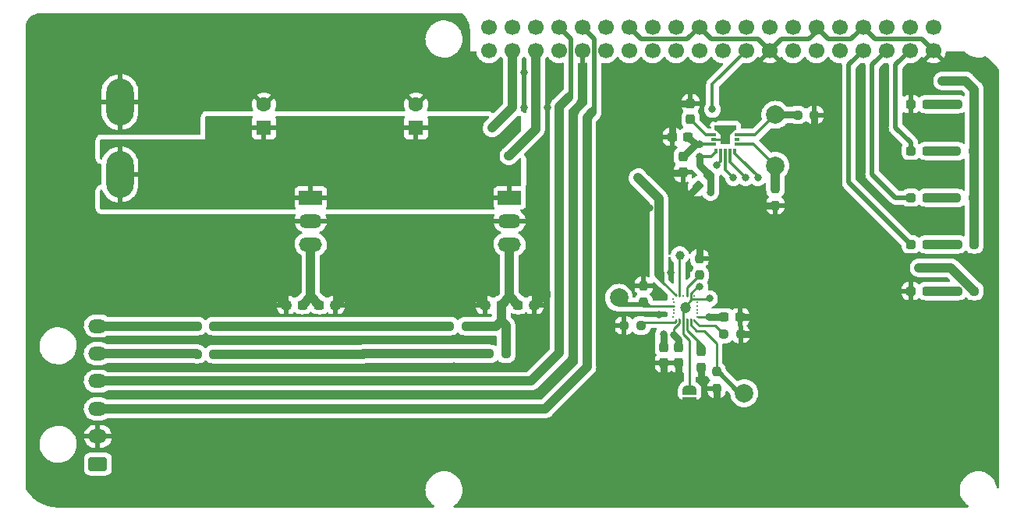
<source format=gbr>
G04 #@! TF.GenerationSoftware,KiCad,Pcbnew,(6.0.8)*
G04 #@! TF.CreationDate,2022-11-19T16:11:50-06:00*
G04 #@! TF.ProjectId,NavBoard_Hardware,4e617642-6f61-4726-945f-486172647761,2_ 2023*
G04 #@! TF.SameCoordinates,Original*
G04 #@! TF.FileFunction,Copper,L1,Top*
G04 #@! TF.FilePolarity,Positive*
%FSLAX46Y46*%
G04 Gerber Fmt 4.6, Leading zero omitted, Abs format (unit mm)*
G04 Created by KiCad (PCBNEW (6.0.8)) date 2022-11-19 16:11:50*
%MOMM*%
%LPD*%
G01*
G04 APERTURE LIST*
G04 Aperture macros list*
%AMRoundRect*
0 Rectangle with rounded corners*
0 $1 Rounding radius*
0 $2 $3 $4 $5 $6 $7 $8 $9 X,Y pos of 4 corners*
0 Add a 4 corners polygon primitive as box body*
4,1,4,$2,$3,$4,$5,$6,$7,$8,$9,$2,$3,0*
0 Add four circle primitives for the rounded corners*
1,1,$1+$1,$2,$3*
1,1,$1+$1,$4,$5*
1,1,$1+$1,$6,$7*
1,1,$1+$1,$8,$9*
0 Add four rect primitives between the rounded corners*
20,1,$1+$1,$2,$3,$4,$5,0*
20,1,$1+$1,$4,$5,$6,$7,0*
20,1,$1+$1,$6,$7,$8,$9,0*
20,1,$1+$1,$8,$9,$2,$3,0*%
%AMFreePoly0*
4,1,22,0.500000,-0.750000,0.000000,-0.750000,0.000000,-0.745033,-0.079941,-0.743568,-0.215256,-0.701293,-0.333266,-0.622738,-0.424486,-0.514219,-0.481581,-0.384460,-0.499164,-0.250000,-0.500000,-0.250000,-0.500000,0.250000,-0.499164,0.250000,-0.499963,0.256109,-0.478152,0.396186,-0.417904,0.524511,-0.324060,0.630769,-0.204165,0.706417,-0.067858,0.745374,0.000000,0.744959,0.000000,0.750000,
0.500000,0.750000,0.500000,-0.750000,0.500000,-0.750000,$1*%
%AMFreePoly1*
4,1,20,0.000000,0.744959,0.073905,0.744508,0.209726,0.703889,0.328688,0.626782,0.421226,0.519385,0.479903,0.390333,0.500000,0.250000,0.500000,-0.250000,0.499851,-0.262216,0.476331,-0.402017,0.414519,-0.529596,0.319384,-0.634700,0.198574,-0.708877,0.061801,-0.746166,0.000000,-0.745033,0.000000,-0.750000,-0.500000,-0.750000,-0.500000,0.750000,0.000000,0.750000,0.000000,0.744959,
0.000000,0.744959,$1*%
G04 Aperture macros list end*
G04 #@! TA.AperFunction,ComponentPad*
%ADD10R,1.600000X1.600000*%
G04 #@! TD*
G04 #@! TA.AperFunction,ComponentPad*
%ADD11C,1.600000*%
G04 #@! TD*
G04 #@! TA.AperFunction,SMDPad,CuDef*
%ADD12RoundRect,0.237500X-0.300000X-0.237500X0.300000X-0.237500X0.300000X0.237500X-0.300000X0.237500X0*%
G04 #@! TD*
G04 #@! TA.AperFunction,SMDPad,CuDef*
%ADD13RoundRect,0.237500X0.300000X0.237500X-0.300000X0.237500X-0.300000X-0.237500X0.300000X-0.237500X0*%
G04 #@! TD*
G04 #@! TA.AperFunction,ComponentPad*
%ADD14O,3.000000X5.100000*%
G04 #@! TD*
G04 #@! TA.AperFunction,SMDPad,CuDef*
%ADD15RoundRect,0.237500X-0.287500X-0.237500X0.287500X-0.237500X0.287500X0.237500X-0.287500X0.237500X0*%
G04 #@! TD*
G04 #@! TA.AperFunction,SMDPad,CuDef*
%ADD16RoundRect,0.237500X0.250000X0.237500X-0.250000X0.237500X-0.250000X-0.237500X0.250000X-0.237500X0*%
G04 #@! TD*
G04 #@! TA.AperFunction,ComponentPad*
%ADD17C,1.700000*%
G04 #@! TD*
G04 #@! TA.AperFunction,SMDPad,CuDef*
%ADD18R,0.350000X0.490000*%
G04 #@! TD*
G04 #@! TA.AperFunction,SMDPad,CuDef*
%ADD19R,0.490000X0.350000*%
G04 #@! TD*
G04 #@! TA.AperFunction,SMDPad,CuDef*
%ADD20RoundRect,0.237500X-0.237500X0.300000X-0.237500X-0.300000X0.237500X-0.300000X0.237500X0.300000X0*%
G04 #@! TD*
G04 #@! TA.AperFunction,SMDPad,CuDef*
%ADD21RoundRect,0.237500X0.044194X0.380070X-0.380070X-0.044194X-0.044194X-0.380070X0.380070X0.044194X0*%
G04 #@! TD*
G04 #@! TA.AperFunction,SMDPad,CuDef*
%ADD22R,0.152400X0.228600*%
G04 #@! TD*
G04 #@! TA.AperFunction,SMDPad,CuDef*
%ADD23R,0.279400X0.228600*%
G04 #@! TD*
G04 #@! TA.AperFunction,SMDPad,CuDef*
%ADD24R,0.228600X0.152400*%
G04 #@! TD*
G04 #@! TA.AperFunction,SMDPad,CuDef*
%ADD25R,0.228600X0.279400*%
G04 #@! TD*
G04 #@! TA.AperFunction,SMDPad,CuDef*
%ADD26RoundRect,0.237500X0.237500X-0.300000X0.237500X0.300000X-0.237500X0.300000X-0.237500X-0.300000X0*%
G04 #@! TD*
G04 #@! TA.AperFunction,ComponentPad*
%ADD27RoundRect,0.250000X0.760000X-0.500000X0.760000X0.500000X-0.760000X0.500000X-0.760000X-0.500000X0*%
G04 #@! TD*
G04 #@! TA.AperFunction,ComponentPad*
%ADD28O,2.020000X1.500000*%
G04 #@! TD*
G04 #@! TA.AperFunction,SMDPad,CuDef*
%ADD29RoundRect,0.237500X-0.250000X-0.237500X0.250000X-0.237500X0.250000X0.237500X-0.250000X0.237500X0*%
G04 #@! TD*
G04 #@! TA.AperFunction,SMDPad,CuDef*
%ADD30FreePoly0,90.000000*%
G04 #@! TD*
G04 #@! TA.AperFunction,SMDPad,CuDef*
%ADD31FreePoly1,90.000000*%
G04 #@! TD*
G04 #@! TA.AperFunction,SMDPad,CuDef*
%ADD32C,2.000000*%
G04 #@! TD*
G04 #@! TA.AperFunction,SMDPad,CuDef*
%ADD33RoundRect,0.237500X-0.237500X0.250000X-0.237500X-0.250000X0.237500X-0.250000X0.237500X0.250000X0*%
G04 #@! TD*
G04 #@! TA.AperFunction,ComponentPad*
%ADD34R,2.500000X1.500000*%
G04 #@! TD*
G04 #@! TA.AperFunction,ComponentPad*
%ADD35O,2.500000X1.500000*%
G04 #@! TD*
G04 #@! TA.AperFunction,SMDPad,CuDef*
%ADD36RoundRect,0.237500X0.237500X-0.250000X0.237500X0.250000X-0.237500X0.250000X-0.237500X-0.250000X0*%
G04 #@! TD*
G04 #@! TA.AperFunction,ViaPad*
%ADD37C,0.800000*%
G04 #@! TD*
G04 #@! TA.AperFunction,ViaPad*
%ADD38C,1.200000*%
G04 #@! TD*
G04 #@! TA.AperFunction,ViaPad*
%ADD39C,1.400000*%
G04 #@! TD*
G04 #@! TA.AperFunction,ViaPad*
%ADD40C,1.000000*%
G04 #@! TD*
G04 #@! TA.AperFunction,Conductor*
%ADD41C,1.000000*%
G04 #@! TD*
G04 #@! TA.AperFunction,Conductor*
%ADD42C,0.500000*%
G04 #@! TD*
G04 #@! TA.AperFunction,Conductor*
%ADD43C,0.800000*%
G04 #@! TD*
G04 #@! TA.AperFunction,Conductor*
%ADD44C,0.250000*%
G04 #@! TD*
G04 #@! TA.AperFunction,Conductor*
%ADD45C,0.225000*%
G04 #@! TD*
G04 #@! TA.AperFunction,Conductor*
%ADD46C,0.254000*%
G04 #@! TD*
G04 #@! TA.AperFunction,Conductor*
%ADD47C,0.350000*%
G04 #@! TD*
G04 APERTURE END LIST*
D10*
X66040000Y-50800000D03*
D11*
X66040000Y-48300000D03*
D12*
X72050000Y-70100000D03*
X73775000Y-70100000D03*
D13*
X70212500Y-70100000D03*
X68487500Y-70100000D03*
D10*
X82550000Y-50800000D03*
D11*
X82550000Y-48300000D03*
D14*
X50400000Y-48026000D03*
X50400000Y-55900000D03*
D15*
X136285000Y-48260000D03*
X138035000Y-48260000D03*
X136285000Y-68580000D03*
X138035000Y-68580000D03*
X136285000Y-63500000D03*
X138035000Y-63500000D03*
D16*
X143152501Y-48260000D03*
X141327501Y-48260000D03*
X143152500Y-68579999D03*
X141327500Y-68579999D03*
X143152500Y-63500001D03*
X141327500Y-63500001D03*
X143034998Y-58457499D03*
X141209998Y-58457499D03*
X143035000Y-53365000D03*
X141210000Y-53365000D03*
D17*
X90450000Y-42440000D03*
X90450000Y-39900000D03*
X92990000Y-42440000D03*
X92990000Y-39900000D03*
X95530000Y-42440000D03*
X95530000Y-39900000D03*
X98070000Y-42440000D03*
X98070000Y-39900000D03*
X100610000Y-42440000D03*
X100610000Y-39900000D03*
X103150000Y-42440000D03*
X103150000Y-39900000D03*
X105690000Y-42440000D03*
X105690000Y-39900000D03*
X108230000Y-42440000D03*
X108230000Y-39900000D03*
X110770000Y-42440000D03*
X110770000Y-39900000D03*
X113310000Y-42440000D03*
X113310000Y-39900000D03*
X115850000Y-42440000D03*
X115850000Y-39900000D03*
X118390000Y-42440000D03*
X118390000Y-39900000D03*
X120930000Y-42440000D03*
X120930000Y-39900000D03*
X123470000Y-42440000D03*
X123470000Y-39900000D03*
X126010000Y-42440000D03*
X126010000Y-39900000D03*
X128550000Y-42440000D03*
X128550000Y-39900000D03*
X131090000Y-42440000D03*
X131090000Y-39900000D03*
X133630000Y-42440000D03*
X133630000Y-39900000D03*
X136170000Y-42440000D03*
X136170000Y-39900000D03*
X138710000Y-42440000D03*
X138710000Y-39900000D03*
D18*
X115139999Y-53360000D03*
X115639999Y-53360000D03*
X116139999Y-53360000D03*
X116639999Y-53360000D03*
X117139999Y-53360000D03*
D19*
X117399999Y-52600000D03*
X117399999Y-52100000D03*
X117399999Y-51600000D03*
D18*
X117139999Y-50840000D03*
X116639999Y-50840000D03*
X116139999Y-50840000D03*
X115639999Y-50840000D03*
X115139999Y-50840000D03*
D19*
X114879999Y-51600000D03*
X114879999Y-52100000D03*
X114879999Y-52600000D03*
D20*
X113475000Y-75150000D03*
X113475000Y-76875000D03*
D21*
X114384880Y-55965120D03*
X113165120Y-57184880D03*
D20*
X109449999Y-74675000D03*
X109449999Y-76400000D03*
X111075000Y-74675000D03*
X111075000Y-76400000D03*
D13*
X112085000Y-51824250D03*
X110360000Y-51824250D03*
D12*
X115987500Y-71406249D03*
X117712500Y-71406249D03*
D20*
X111510000Y-53960000D03*
X111510000Y-55685000D03*
D22*
X110429000Y-69406249D03*
D23*
X110492500Y-69806251D03*
X110492500Y-70206250D03*
X110492500Y-70606250D03*
X110492500Y-71006249D03*
D22*
X110429000Y-71406251D03*
D24*
X110762499Y-71739750D03*
D25*
X111162501Y-71676250D03*
X111562500Y-71676250D03*
X111962500Y-71676250D03*
X112362499Y-71676250D03*
D24*
X112762501Y-71739750D03*
D22*
X113096000Y-71406251D03*
D23*
X113032500Y-71006249D03*
X113032500Y-70606250D03*
X113032500Y-70206250D03*
X113032500Y-69806251D03*
D22*
X113096000Y-69406249D03*
D24*
X112762501Y-69072750D03*
D25*
X112362499Y-69136250D03*
X111962500Y-69136250D03*
X111562500Y-69136250D03*
X111162501Y-69136250D03*
D24*
X110762499Y-69072750D03*
D26*
X112349999Y-49925000D03*
X112349999Y-48200000D03*
D27*
X48006000Y-87376000D03*
D28*
X48006000Y-84376000D03*
X48006000Y-81376000D03*
X48006000Y-78376000D03*
X48006000Y-75376000D03*
X48006000Y-72376000D03*
D29*
X90487500Y-75400000D03*
X92312500Y-75400000D03*
D30*
X112250000Y-80650000D03*
D31*
X112250000Y-79350000D03*
D32*
X121551001Y-49410000D03*
D29*
X58777500Y-75438000D03*
X60602500Y-75438000D03*
D33*
X115187500Y-77356250D03*
X115187500Y-79181250D03*
D34*
X71120000Y-58420000D03*
D35*
X71120000Y-60960000D03*
X71120000Y-63500000D03*
D29*
X115950000Y-73256250D03*
X117775000Y-73256250D03*
D32*
X121551001Y-54947501D03*
D16*
X106975000Y-72325000D03*
X105150000Y-72325000D03*
D33*
X121551001Y-57422500D03*
X121551001Y-59247500D03*
D29*
X58777500Y-72390000D03*
X60602500Y-72390000D03*
X86187500Y-72400000D03*
X88012500Y-72400000D03*
D13*
X91792500Y-70103750D03*
X90067500Y-70103750D03*
D34*
X92710000Y-58420000D03*
D35*
X92710000Y-60960000D03*
X92710000Y-63500000D03*
D36*
X113325000Y-66850000D03*
X113325000Y-65025000D03*
X107250000Y-69825000D03*
X107250000Y-68000000D03*
D29*
X123975001Y-49425000D03*
X125800001Y-49425000D03*
D32*
X118174999Y-79681250D03*
D15*
X136285000Y-58420000D03*
X138035000Y-58420000D03*
X136285000Y-53340000D03*
X138035000Y-53340000D03*
D32*
X104570000Y-69300000D03*
D12*
X93630000Y-70103750D03*
X95355000Y-70103750D03*
D37*
X130810000Y-56198305D03*
X73981957Y-73900000D03*
X94300000Y-48600000D03*
X141380000Y-50690000D03*
X95800000Y-55400000D03*
X138020000Y-55780000D03*
X102600000Y-54150000D03*
X109450000Y-77774999D03*
X102600000Y-58275000D03*
X107250000Y-66700000D03*
X117700000Y-69850000D03*
X118000000Y-44600000D03*
X80100000Y-69825000D03*
X66700000Y-76900000D03*
X81297668Y-82896664D03*
X103240000Y-49980000D03*
X100750000Y-79910000D03*
X54900000Y-76875000D03*
X135601695Y-55780000D03*
X70992332Y-82893336D03*
X84317668Y-79876664D03*
X114775000Y-65000000D03*
X94627668Y-79886664D03*
D38*
X111762500Y-70406250D03*
D37*
X87825000Y-64675000D03*
X110975000Y-61700000D03*
X119100000Y-71400000D03*
X54900000Y-79870000D03*
X138020000Y-60970000D03*
X63692332Y-79863336D03*
X112200000Y-66125000D03*
X107950000Y-76400000D03*
X105475000Y-52850000D03*
X107250000Y-63900000D03*
X130810000Y-46520000D03*
X117775000Y-74775000D03*
X141380000Y-60970000D03*
X113350000Y-63725000D03*
D39*
X74891726Y-68897918D03*
D37*
X108900000Y-71100000D03*
X74000000Y-79870000D03*
X103310000Y-75135000D03*
X95800000Y-62475000D03*
X99600000Y-71700000D03*
X114600000Y-44400000D03*
X127275000Y-49425000D03*
X54900000Y-82900000D03*
X111086999Y-77775001D03*
X116151001Y-52085000D03*
X130810000Y-51360000D03*
X113475000Y-78250000D03*
X125775002Y-50850000D03*
X63675000Y-70825000D03*
X112061736Y-58271014D03*
X116800000Y-47400000D03*
X96825000Y-48600000D03*
D39*
X88912061Y-68876705D03*
D37*
X138020000Y-50690000D03*
X110925000Y-48200000D03*
X99600000Y-55400000D03*
X110225000Y-66550000D03*
X69700000Y-73900000D03*
X99600000Y-63550000D03*
X54900000Y-73875000D03*
X89375000Y-44800000D03*
X133350000Y-46530000D03*
X115162500Y-80606250D03*
X91607668Y-82906664D03*
X141380000Y-55780000D03*
X120126001Y-59222500D03*
X54900000Y-70825000D03*
X108845527Y-52302553D03*
X60700000Y-82900000D03*
X84600000Y-69800000D03*
X110200000Y-57275000D03*
X81800000Y-73900000D03*
X108910000Y-68860000D03*
X81375000Y-64675000D03*
X84600000Y-60700000D03*
X134260000Y-59630000D03*
X100100000Y-48600000D03*
X110366498Y-50589251D03*
X94200000Y-75800000D03*
X102950000Y-66700000D03*
X86700000Y-76700000D03*
X119087499Y-73256250D03*
X84625000Y-64675000D03*
D39*
X96500000Y-68900000D03*
D37*
X133690000Y-52010000D03*
X107950000Y-59550000D03*
X103240000Y-45855001D03*
X100600000Y-44200000D03*
D39*
X67329561Y-68926705D03*
D37*
X94275000Y-44800000D03*
X110260000Y-55720000D03*
X74000000Y-76900000D03*
D40*
X139700000Y-45720000D03*
D37*
X109438000Y-73274999D03*
X114362499Y-71406250D03*
X113350000Y-52600000D03*
X113350000Y-53975000D03*
D40*
X137160000Y-66040000D03*
D37*
X110550000Y-73300000D03*
X114525000Y-57850000D03*
D40*
X106650000Y-56250000D03*
X90800000Y-50825000D03*
X76875000Y-75375000D03*
X84450000Y-72400000D03*
X92637500Y-53862500D03*
X111175000Y-64725000D03*
D37*
X113350000Y-68075000D03*
X114400000Y-69400000D03*
X119650000Y-56250000D03*
X115150000Y-54925000D03*
X114725000Y-48825000D03*
X118325000Y-56250000D03*
X117000000Y-56250000D03*
D41*
X90100000Y-70100000D02*
X88912061Y-68912061D01*
D42*
X122200000Y-41200000D02*
X125200000Y-41200000D01*
X106990000Y-41200000D02*
X105690000Y-39900000D01*
D43*
X113157660Y-57175090D02*
X112061736Y-58271014D01*
X115162500Y-79206250D02*
X115187500Y-79181250D01*
D42*
X137470000Y-41200000D02*
X138710000Y-42440000D01*
X120960000Y-42440000D02*
X122200000Y-41200000D01*
D43*
X110368502Y-51081498D02*
X110375000Y-51075000D01*
D42*
X131090000Y-39900000D02*
X129790000Y-41200000D01*
D43*
X113193108Y-57175090D02*
X113157660Y-57175090D01*
X117712500Y-71406249D02*
X119093751Y-71406249D01*
X109449999Y-76400000D02*
X109450000Y-77774999D01*
D42*
X114610000Y-41200000D02*
X113310000Y-39900000D01*
X116151002Y-51735000D02*
X116713500Y-51172500D01*
X116151001Y-52085000D02*
X116151001Y-50851000D01*
X112000000Y-41200000D02*
X106990000Y-41200000D01*
D44*
X126010000Y-40390000D02*
X126010000Y-39900000D01*
D42*
X107250000Y-68000000D02*
X107250000Y-66700000D01*
X116713500Y-51172500D02*
X117026001Y-50860001D01*
X131090000Y-39900000D02*
X132390000Y-41200000D01*
D45*
X116136001Y-52100000D02*
X116151001Y-52085000D01*
D43*
X110360000Y-51824250D02*
X110360000Y-50595749D01*
D44*
X113310000Y-39900000D02*
X113300000Y-39900000D01*
D42*
X116151001Y-50851000D02*
X116140001Y-50840000D01*
X125200000Y-41200000D02*
X126010000Y-40390000D01*
D46*
X63692332Y-79893336D02*
X63692332Y-79907668D01*
D42*
X113300000Y-39900000D02*
X112000000Y-41200000D01*
X119690000Y-41200000D02*
X114610000Y-41200000D01*
X115513502Y-51172500D02*
X115501001Y-51160001D01*
X116151001Y-52085000D02*
X116151002Y-51810000D01*
D44*
X120930000Y-42440000D02*
X120960000Y-42440000D01*
D41*
X68517500Y-70150000D02*
X67329561Y-68962061D01*
D42*
X120930000Y-42440000D02*
X119690000Y-41200000D01*
D43*
X113350000Y-63725000D02*
X113350000Y-65000000D01*
D42*
X100610000Y-44190000D02*
X100600000Y-44200000D01*
D43*
X121551001Y-59247500D02*
X120151001Y-59247500D01*
D41*
X73725000Y-70100000D02*
X74891726Y-68933274D01*
D42*
X132390000Y-41200000D02*
X137470000Y-41200000D01*
D43*
X119093751Y-71406249D02*
X119100000Y-71400000D01*
D42*
X116151002Y-51810000D02*
X115501001Y-51160001D01*
D45*
X114880002Y-52100000D02*
X116136001Y-52100000D01*
D43*
X113475000Y-76875000D02*
X113475000Y-78250000D01*
D42*
X117051001Y-50840000D02*
X115225999Y-50840000D01*
D43*
X115162500Y-80606250D02*
X115162500Y-79206250D01*
D42*
X116151001Y-52085000D02*
X116151002Y-51735000D01*
X100610000Y-42440000D02*
X100610000Y-44190000D01*
D43*
X111460001Y-55720000D02*
X110260000Y-55720000D01*
D42*
X127310000Y-41200000D02*
X126010000Y-39900000D01*
D43*
X125800001Y-50825001D02*
X125775002Y-50850000D01*
X119087499Y-73256250D02*
X117775000Y-73256250D01*
X125800001Y-49425000D02*
X125800001Y-50825001D01*
D42*
X129790000Y-41200000D02*
X127310000Y-41200000D01*
D43*
X120151001Y-59247500D02*
X120126001Y-59222500D01*
D41*
X95306030Y-70093970D02*
X96493969Y-68906031D01*
D42*
X116713500Y-51172500D02*
X115513502Y-51172500D01*
X115501001Y-51160001D02*
X115226001Y-50885000D01*
D43*
X112349999Y-48200000D02*
X110925000Y-48200000D01*
X111075000Y-76400000D02*
X111075000Y-77763002D01*
D41*
X143152501Y-48260000D02*
X143152501Y-46632501D01*
D46*
X143152501Y-48260000D02*
X143035000Y-48377501D01*
D41*
X71120000Y-69192500D02*
X71142500Y-69192500D01*
X143152500Y-63500001D02*
X143152500Y-58575001D01*
X143152501Y-46632501D02*
X142240000Y-45720000D01*
X143152501Y-48260000D02*
X143152501Y-58339996D01*
X139700000Y-45720000D02*
X142240000Y-45720000D01*
X71142500Y-69192500D02*
X72050000Y-70100000D01*
X71120000Y-63500000D02*
X71120000Y-69192500D01*
D46*
X143035000Y-53365000D02*
X143034998Y-53365002D01*
D41*
X71120000Y-69192500D02*
X70212500Y-70100000D01*
X143152500Y-58575001D02*
X143034998Y-58457499D01*
X143152501Y-58339996D02*
X143034998Y-58457499D01*
D43*
X114525000Y-57850000D02*
X114525000Y-56067462D01*
D47*
X114601001Y-53985000D02*
X113351001Y-53985000D01*
D45*
X113137500Y-71406251D02*
X114362499Y-71406250D01*
D43*
X114412868Y-56187868D02*
X114412868Y-55955330D01*
D41*
X92722500Y-69196250D02*
X93630000Y-70103750D01*
D47*
X115140001Y-53360000D02*
X115140001Y-53446000D01*
D43*
X112085000Y-51824250D02*
X112094250Y-51824250D01*
X111075000Y-74675000D02*
X111075000Y-73825000D01*
D45*
X111162501Y-72062499D02*
X110550000Y-72675000D01*
D43*
X112094250Y-51824250D02*
X112870000Y-52600000D01*
D41*
X91792500Y-71807500D02*
X91792500Y-70103750D01*
X88012500Y-72400000D02*
X91200000Y-72400000D01*
D45*
X115612500Y-71056250D02*
X115637500Y-71056250D01*
D41*
X92700000Y-69196250D02*
X92722500Y-69196250D01*
D43*
X109449999Y-74675000D02*
X109449999Y-73286998D01*
D47*
X115140001Y-53446000D02*
X114601001Y-53985000D01*
D41*
X92312500Y-72327500D02*
X92312500Y-75400000D01*
D43*
X114525000Y-56067462D02*
X114412868Y-55955330D01*
X109449999Y-73286998D02*
X109438000Y-73274999D01*
D41*
X92700000Y-69196250D02*
X91792500Y-70103750D01*
D43*
X111075000Y-73825000D02*
X110550000Y-73300000D01*
X113351001Y-53985000D02*
X113351001Y-54893463D01*
D41*
X140612501Y-66040000D02*
X143152500Y-68579999D01*
D47*
X114601001Y-55767197D02*
X114412868Y-55955330D01*
D41*
X91792500Y-71807500D02*
X92312500Y-72327500D01*
D45*
X109450000Y-74256749D02*
X109450000Y-74675000D01*
D43*
X113350000Y-52600000D02*
X112870000Y-52600000D01*
X114362499Y-71406250D02*
X115987500Y-71406249D01*
D47*
X114879999Y-52600000D02*
X113350000Y-52600000D01*
D41*
X137160000Y-66040000D02*
X140612501Y-66040000D01*
D43*
X113351001Y-54893463D02*
X114412868Y-55955330D01*
D41*
X92700000Y-63503750D02*
X92700000Y-69196250D01*
D43*
X112870000Y-52600000D02*
X111510000Y-53960000D01*
D45*
X110550000Y-72675000D02*
X110550000Y-73300000D01*
D41*
X91200000Y-72400000D02*
X91792500Y-71807500D01*
D45*
X111162501Y-71676250D02*
X111162501Y-72062499D01*
D41*
X138035000Y-48260000D02*
X141327501Y-48260000D01*
X138035000Y-68580000D02*
X141327500Y-68579999D01*
D42*
X129540000Y-56755000D02*
X129540000Y-43990000D01*
X136285000Y-63500000D02*
X129540000Y-56755000D01*
X129540000Y-43990000D02*
X131090000Y-42440000D01*
X134620000Y-58420000D02*
X136285000Y-58420000D01*
X132080000Y-43990000D02*
X132080000Y-55880000D01*
X132080000Y-55880000D02*
X134620000Y-58420000D01*
X133630000Y-42440000D02*
X132080000Y-43990000D01*
D41*
X138035000Y-63500000D02*
X141327500Y-63500001D01*
X48006000Y-81376000D02*
X96574000Y-81376000D01*
D46*
X101325000Y-48950000D02*
X101725000Y-48550000D01*
D42*
X100610000Y-39900000D02*
X101900000Y-41190000D01*
D41*
X101100000Y-49700000D02*
X101650000Y-49150000D01*
D42*
X101900000Y-41190000D02*
X101900000Y-48900000D01*
D41*
X101100000Y-76850000D02*
X101100000Y-49700000D01*
X96574000Y-81376000D02*
X101100000Y-76850000D01*
D46*
X102025000Y-49182843D02*
X102025000Y-48617157D01*
D41*
X98100000Y-48500000D02*
X99100000Y-47500000D01*
D46*
X98825000Y-47250000D02*
X99225000Y-46850000D01*
X99475000Y-47507843D02*
X99475000Y-46942157D01*
D42*
X99350000Y-41180000D02*
X99350000Y-47250000D01*
D41*
X98100000Y-75300000D02*
X98100000Y-48500000D01*
X95024000Y-78376000D02*
X98100000Y-75300000D01*
D42*
X98070000Y-39900000D02*
X99350000Y-41180000D01*
D41*
X48006000Y-78376000D02*
X95024000Y-78376000D01*
D45*
X109310000Y-67610000D02*
X109310000Y-67290000D01*
X109310000Y-67290000D02*
X109280000Y-67290000D01*
D41*
X90487500Y-75400000D02*
X76900000Y-75400000D01*
D45*
X110762499Y-69025000D02*
X109375000Y-67675000D01*
X109310000Y-67290000D02*
X109310000Y-66480000D01*
D41*
X108925000Y-66650000D02*
X108925000Y-58550000D01*
X76812000Y-75438000D02*
X76875000Y-75375000D01*
X60602500Y-75438000D02*
X76812000Y-75438000D01*
X90800000Y-50825000D02*
X92990000Y-48635000D01*
D45*
X108540000Y-66840000D02*
X108540000Y-66600000D01*
D41*
X92990000Y-48635000D02*
X92990000Y-42440000D01*
D45*
X109375000Y-67675000D02*
X108540000Y-66840000D01*
X106650000Y-56275000D02*
X106650000Y-56250000D01*
X109280000Y-67290000D02*
X109100000Y-67110000D01*
D41*
X108925000Y-58550000D02*
X106650000Y-56275000D01*
X76900000Y-75400000D02*
X76875000Y-75375000D01*
D45*
X109375000Y-67675000D02*
X109310000Y-67610000D01*
D41*
X86187500Y-72400000D02*
X84450000Y-72400000D01*
D45*
X111162501Y-69136250D02*
X111162501Y-69112499D01*
X111162501Y-69112499D02*
X111162501Y-64662501D01*
D41*
X84440000Y-72390000D02*
X84450000Y-72400000D01*
X92625000Y-53875000D02*
X92637500Y-53862500D01*
X60602500Y-72390000D02*
X84440000Y-72390000D01*
X92637500Y-53862500D02*
X95530000Y-50970000D01*
X95530000Y-50970000D02*
X95530000Y-42440000D01*
X84426000Y-72376000D02*
X84450000Y-72400000D01*
D45*
X107125000Y-70200000D02*
X107350000Y-69975000D01*
X107975000Y-70200000D02*
X107525001Y-69750001D01*
X107975000Y-70200000D02*
X107250000Y-70200000D01*
X107250000Y-70200000D02*
X107175000Y-70125000D01*
X110492500Y-70206250D02*
X107981250Y-70206250D01*
D42*
X107250000Y-70050000D02*
X104625000Y-70050000D01*
D45*
X107981250Y-70206250D02*
X107975000Y-70200000D01*
X106900000Y-69825000D02*
X106950000Y-69825000D01*
X107525001Y-69750001D02*
X107500000Y-69750000D01*
D42*
X117512500Y-79681250D02*
X117737500Y-79681250D01*
X115250000Y-77268750D02*
X117574999Y-79593751D01*
D45*
X115187500Y-77356250D02*
X115187500Y-74281249D01*
X112947746Y-72896004D02*
X112362499Y-72206249D01*
X115187500Y-74281249D02*
X113802255Y-72896004D01*
X112362499Y-72206249D02*
X112362499Y-71676250D01*
X113802255Y-72896004D02*
X112947746Y-72896004D01*
D47*
X119203501Y-52599999D02*
X121551001Y-54947501D01*
X117400001Y-52599999D02*
X119203501Y-52599999D01*
D41*
X121551001Y-57422500D02*
X121551001Y-54947501D01*
D47*
X117400001Y-51600001D02*
X119361001Y-51600001D01*
D43*
X121551001Y-49410000D02*
X123960001Y-49410000D01*
D47*
X119361001Y-51600001D02*
X121551001Y-49410000D01*
D43*
X123960001Y-49410000D02*
X123975001Y-49425000D01*
D45*
X111962500Y-69136250D02*
X111962500Y-68212500D01*
X111962500Y-68212500D02*
X113325000Y-66850000D01*
X115562500Y-72868750D02*
X115562500Y-73506250D01*
X115575000Y-72881250D02*
X116162500Y-72881250D01*
X115025000Y-72331250D02*
X115456250Y-72762500D01*
X115456250Y-72762500D02*
X115950000Y-73256250D01*
X115456250Y-72762500D02*
X115562500Y-72868750D01*
X115562500Y-72868750D02*
X115575000Y-72881250D01*
X112762501Y-71787501D02*
X113306250Y-72331250D01*
X113306250Y-72331250D02*
X115025000Y-72331250D01*
X112762501Y-71775000D02*
X112762501Y-71787501D01*
X110625000Y-71975000D02*
X107100000Y-71975000D01*
X110760000Y-71780000D02*
X110762499Y-71837501D01*
X110762499Y-71837501D02*
X110625000Y-71975000D01*
D42*
X134620000Y-43990000D02*
X136170000Y-42440000D01*
X136285000Y-52465000D02*
X134620000Y-50800000D01*
X134620000Y-50800000D02*
X134620000Y-43990000D01*
X136285000Y-53340000D02*
X136285000Y-52465000D01*
D41*
X141185000Y-53340000D02*
X141210000Y-53365000D01*
X138035000Y-53340000D02*
X141185000Y-53340000D01*
D46*
X141172499Y-58420000D02*
X141209998Y-58457499D01*
D41*
X138035000Y-58420000D02*
X141172499Y-58420000D01*
D45*
X112362499Y-69136250D02*
X112362499Y-69412501D01*
X112362499Y-69412501D02*
X112362499Y-69612501D01*
X114393751Y-69406249D02*
X114400000Y-69400000D01*
X112362499Y-69612501D02*
X112350000Y-69625000D01*
X111762500Y-70212500D02*
X112350000Y-69625000D01*
X111562500Y-70606250D02*
X111762500Y-70406250D01*
X111762500Y-70406250D02*
X111843750Y-70406250D01*
X111562500Y-71676250D02*
X111562500Y-70606250D01*
X112362499Y-69136250D02*
X112362499Y-68812501D01*
X112350000Y-69625000D02*
X112568751Y-69406249D01*
X113100000Y-68075000D02*
X113350000Y-68075000D01*
X112568751Y-69406249D02*
X112368751Y-69406249D01*
X111562500Y-71676250D02*
X111562500Y-73262500D01*
X111762500Y-70406250D02*
X111762500Y-70212500D01*
X111562500Y-73262500D02*
X112250000Y-73950000D01*
X112362499Y-68812501D02*
X113100000Y-68075000D01*
X112368751Y-69406249D02*
X112362499Y-69412501D01*
X112250000Y-73950000D02*
X112250000Y-79350000D01*
X113096000Y-69406249D02*
X114393751Y-69406249D01*
X112568751Y-69406249D02*
X113096000Y-69406249D01*
X111562500Y-70206250D02*
X111762500Y-70406250D01*
D47*
X117139999Y-53360000D02*
X117139999Y-53589999D01*
X117139999Y-53589999D02*
X117850000Y-54300000D01*
X119650000Y-56100000D02*
X119650000Y-56250000D01*
X117850000Y-54300000D02*
X119650000Y-56100000D01*
X115639999Y-54435001D02*
X115150000Y-54925000D01*
X118390000Y-42440000D02*
X114725000Y-46105000D01*
X114725000Y-48825000D02*
X114725000Y-46105000D01*
X115639999Y-53360000D02*
X115639999Y-54435001D01*
X116639999Y-54564999D02*
X118325000Y-56250000D01*
X116639999Y-53360000D02*
X116639999Y-54564999D01*
X116139999Y-55389999D02*
X117000000Y-56250000D01*
X116139999Y-53360000D02*
X116139999Y-55389999D01*
X114024999Y-51600000D02*
X112349999Y-49925000D01*
X114875000Y-51600000D02*
X114024999Y-51600000D01*
D43*
X112400000Y-49925000D02*
X112349999Y-49925000D01*
D45*
X113109999Y-73980000D02*
X113110000Y-74300000D01*
D42*
X113305000Y-74425000D02*
X113595000Y-74735000D01*
D45*
X111962500Y-72817501D02*
X113845000Y-74700000D01*
X113840000Y-74700000D02*
X113840000Y-75120000D01*
X111962500Y-71676250D02*
X111962500Y-72817501D01*
X113110000Y-74300000D02*
X113110000Y-75110000D01*
D41*
X48006000Y-75376000D02*
X58715500Y-75376000D01*
X58715500Y-75376000D02*
X58777500Y-75438000D01*
X58763500Y-72376000D02*
X58777500Y-72390000D01*
X48006000Y-72376000D02*
X58763500Y-72376000D01*
D46*
X48006000Y-72136000D02*
X48006000Y-72376000D01*
G04 #@! TA.AperFunction,Conductor*
G36*
X64773591Y-49550002D02*
G01*
X64820084Y-49603658D01*
X64830188Y-49673932D01*
X64806296Y-49731565D01*
X64795214Y-49746352D01*
X64786676Y-49761946D01*
X64741522Y-49882394D01*
X64737895Y-49897649D01*
X64732369Y-49948514D01*
X64732000Y-49955328D01*
X64732000Y-50527885D01*
X64736475Y-50543124D01*
X64737865Y-50544329D01*
X64745548Y-50546000D01*
X67329884Y-50546000D01*
X67345123Y-50541525D01*
X67346328Y-50540135D01*
X67347999Y-50532452D01*
X67347999Y-49955331D01*
X67347629Y-49948510D01*
X67342105Y-49897648D01*
X67338479Y-49882396D01*
X67293324Y-49761946D01*
X67284786Y-49746352D01*
X67273704Y-49731565D01*
X67248856Y-49665059D01*
X67263909Y-49595677D01*
X67314083Y-49545446D01*
X67374530Y-49530000D01*
X81215470Y-49530000D01*
X81283591Y-49550002D01*
X81330084Y-49603658D01*
X81340188Y-49673932D01*
X81316296Y-49731565D01*
X81305214Y-49746352D01*
X81296676Y-49761946D01*
X81251522Y-49882394D01*
X81247895Y-49897649D01*
X81242369Y-49948514D01*
X81242000Y-49955328D01*
X81242000Y-50527885D01*
X81246475Y-50543124D01*
X81247865Y-50544329D01*
X81255548Y-50546000D01*
X83839884Y-50546000D01*
X83855123Y-50541525D01*
X83856328Y-50540135D01*
X83857999Y-50532452D01*
X83857999Y-49955331D01*
X83857629Y-49948510D01*
X83852105Y-49897648D01*
X83848479Y-49882396D01*
X83803324Y-49761946D01*
X83794786Y-49746352D01*
X83783704Y-49731565D01*
X83758856Y-49665059D01*
X83773909Y-49595677D01*
X83824083Y-49545446D01*
X83884530Y-49530000D01*
X90364576Y-49530000D01*
X90432697Y-49550002D01*
X90479190Y-49603658D01*
X90489294Y-49673932D01*
X90459800Y-49738512D01*
X90453671Y-49745095D01*
X90130621Y-50068145D01*
X90120478Y-50077247D01*
X90090975Y-50100968D01*
X90087008Y-50105696D01*
X90058709Y-50139421D01*
X90055528Y-50143069D01*
X90053885Y-50144881D01*
X90051691Y-50147075D01*
X90024358Y-50180349D01*
X90023696Y-50181147D01*
X89963846Y-50252474D01*
X89961278Y-50257144D01*
X89957897Y-50261261D01*
X89926860Y-50319145D01*
X89914023Y-50343086D01*
X89913394Y-50344245D01*
X89871538Y-50420381D01*
X89871535Y-50420389D01*
X89868567Y-50425787D01*
X89866955Y-50430869D01*
X89864438Y-50435563D01*
X89837238Y-50524531D01*
X89836918Y-50525559D01*
X89808765Y-50614306D01*
X89808171Y-50619602D01*
X89806613Y-50624698D01*
X89797219Y-50717178D01*
X89797086Y-50718427D01*
X89786719Y-50810851D01*
X89787165Y-50816159D01*
X89786626Y-50821462D01*
X89787206Y-50827593D01*
X89795375Y-50914016D01*
X89795492Y-50915331D01*
X89800380Y-50973537D01*
X89803268Y-51007934D01*
X89804738Y-51013060D01*
X89805239Y-51018362D01*
X89826052Y-51088178D01*
X89831792Y-51107433D01*
X89832160Y-51108691D01*
X89857783Y-51198050D01*
X89860219Y-51202789D01*
X89861741Y-51207896D01*
X89905145Y-51290221D01*
X89905666Y-51291221D01*
X89948187Y-51373956D01*
X89951496Y-51378131D01*
X89953982Y-51382846D01*
X90012418Y-51455008D01*
X90013242Y-51456037D01*
X90054651Y-51508282D01*
X90071035Y-51528953D01*
X90075097Y-51532410D01*
X90078447Y-51536547D01*
X90083182Y-51540492D01*
X90083186Y-51540496D01*
X90149766Y-51595967D01*
X90150776Y-51596818D01*
X90216954Y-51653140D01*
X90216958Y-51653143D01*
X90221650Y-51657136D01*
X90226305Y-51659738D01*
X90230396Y-51663146D01*
X90302302Y-51702351D01*
X90312003Y-51707640D01*
X90313158Y-51708278D01*
X90388911Y-51750616D01*
X90388915Y-51750618D01*
X90394294Y-51753624D01*
X90399361Y-51755270D01*
X90404041Y-51757822D01*
X90492841Y-51785650D01*
X90493949Y-51786004D01*
X90582392Y-51814740D01*
X90587680Y-51815371D01*
X90592768Y-51816965D01*
X90598895Y-51817631D01*
X90598897Y-51817631D01*
X90685108Y-51826996D01*
X90686420Y-51827145D01*
X90769043Y-51836997D01*
X90778777Y-51838158D01*
X90784094Y-51837749D01*
X90789388Y-51838324D01*
X90850038Y-51833018D01*
X90881969Y-51830225D01*
X90883282Y-51830117D01*
X90969829Y-51823457D01*
X90969832Y-51823457D01*
X90975972Y-51822984D01*
X90981102Y-51821552D01*
X90986413Y-51821087D01*
X91075706Y-51795144D01*
X91076971Y-51794784D01*
X91160532Y-51771454D01*
X91160533Y-51771454D01*
X91166463Y-51769798D01*
X91171219Y-51767396D01*
X91176336Y-51765909D01*
X91258847Y-51723139D01*
X91260015Y-51722541D01*
X91337493Y-51683405D01*
X91337495Y-51683404D01*
X91342996Y-51680625D01*
X91347195Y-51677344D01*
X91351926Y-51674892D01*
X91424652Y-51616836D01*
X91425684Y-51616022D01*
X91493991Y-51562655D01*
X91493992Y-51562655D01*
X91498847Y-51558861D01*
X91536668Y-51515045D01*
X91542953Y-51508282D01*
X92511100Y-50540135D01*
X93484329Y-49566905D01*
X93546641Y-49532880D01*
X93573424Y-49530000D01*
X93854000Y-49530000D01*
X93922121Y-49550002D01*
X93968614Y-49603658D01*
X93980000Y-49656000D01*
X93980000Y-51041576D01*
X93959998Y-51109697D01*
X93943095Y-51130671D01*
X91968121Y-53105645D01*
X91957978Y-53114747D01*
X91928475Y-53138468D01*
X91924508Y-53143196D01*
X91896428Y-53176660D01*
X91889002Y-53184764D01*
X91876691Y-53197075D01*
X91782897Y-53311261D01*
X91689438Y-53485563D01*
X91631613Y-53674698D01*
X91611626Y-53871462D01*
X91623354Y-53995525D01*
X91626367Y-54027397D01*
X91630239Y-54068362D01*
X91631999Y-54074265D01*
X91684514Y-54250424D01*
X91686741Y-54257896D01*
X91778982Y-54432846D01*
X91782858Y-54437632D01*
X91782859Y-54437634D01*
X91893483Y-54574243D01*
X91903447Y-54586547D01*
X92055396Y-54713146D01*
X92229041Y-54807822D01*
X92323404Y-54837393D01*
X92411886Y-54865122D01*
X92411889Y-54865123D01*
X92417768Y-54866965D01*
X92423891Y-54867630D01*
X92423895Y-54867631D01*
X92608263Y-54887659D01*
X92608267Y-54887659D01*
X92614388Y-54888324D01*
X92811413Y-54871087D01*
X92817330Y-54869368D01*
X92817335Y-54869367D01*
X92948064Y-54831386D01*
X93001336Y-54815909D01*
X93176926Y-54724892D01*
X93211037Y-54697662D01*
X93295223Y-54630458D01*
X93295230Y-54630451D01*
X93297973Y-54628262D01*
X93301301Y-54624934D01*
X93312823Y-54614740D01*
X93331491Y-54600155D01*
X93336347Y-54596361D01*
X93374167Y-54552545D01*
X93380454Y-54545780D01*
X93764905Y-54161329D01*
X93827217Y-54127303D01*
X93898032Y-54132368D01*
X93954868Y-54174915D01*
X93979679Y-54241435D01*
X93980000Y-54250424D01*
X93980000Y-57036000D01*
X93959998Y-57104121D01*
X93906342Y-57150614D01*
X93854000Y-57162000D01*
X92982115Y-57162000D01*
X92966876Y-57166475D01*
X92965671Y-57167865D01*
X92964000Y-57175548D01*
X92964000Y-58548000D01*
X92943998Y-58616121D01*
X92890342Y-58662614D01*
X92838000Y-58674000D01*
X90970116Y-58674000D01*
X90954877Y-58678475D01*
X90953672Y-58679865D01*
X90952001Y-58687548D01*
X90952001Y-59214669D01*
X90952371Y-59221490D01*
X90957895Y-59272352D01*
X90961521Y-59287604D01*
X91006676Y-59408054D01*
X91015214Y-59423648D01*
X91063769Y-59488435D01*
X91088617Y-59554941D01*
X91073564Y-59624324D01*
X91023390Y-59674554D01*
X90962943Y-59690000D01*
X72867057Y-59690000D01*
X72798936Y-59669998D01*
X72752443Y-59616342D01*
X72742339Y-59546068D01*
X72766231Y-59488435D01*
X72814786Y-59423648D01*
X72823324Y-59408054D01*
X72868478Y-59287606D01*
X72872105Y-59272351D01*
X72877631Y-59221486D01*
X72878000Y-59214672D01*
X72878000Y-58692115D01*
X72873525Y-58676876D01*
X72872135Y-58675671D01*
X72864452Y-58674000D01*
X69380116Y-58674000D01*
X69364877Y-58678475D01*
X69363672Y-58679865D01*
X69362001Y-58687548D01*
X69362001Y-59214669D01*
X69362371Y-59221490D01*
X69367895Y-59272352D01*
X69371521Y-59287604D01*
X69416676Y-59408054D01*
X69425214Y-59423648D01*
X69473769Y-59488435D01*
X69498617Y-59554941D01*
X69483564Y-59624324D01*
X69433390Y-59674554D01*
X69372943Y-59690000D01*
X48386000Y-59690000D01*
X48317879Y-59669998D01*
X48271386Y-59616342D01*
X48260000Y-59564000D01*
X48260000Y-57655978D01*
X48280002Y-57587857D01*
X48333658Y-57541364D01*
X48403932Y-57531260D01*
X48468512Y-57560754D01*
X48504401Y-57612883D01*
X48559617Y-57764587D01*
X48563186Y-57772603D01*
X48690895Y-58012790D01*
X48695549Y-58020238D01*
X48855438Y-58240306D01*
X48861085Y-58247036D01*
X49050051Y-58442716D01*
X49056573Y-58448588D01*
X49270933Y-58616064D01*
X49278207Y-58620970D01*
X49513789Y-58756984D01*
X49521681Y-58760833D01*
X49773896Y-58862735D01*
X49782254Y-58865451D01*
X50046192Y-58931257D01*
X50054837Y-58932782D01*
X50127985Y-58940470D01*
X50142635Y-58937791D01*
X50145835Y-58926074D01*
X50654000Y-58926074D01*
X50657779Y-58938943D01*
X50672845Y-58940866D01*
X50882642Y-58903873D01*
X50891143Y-58901754D01*
X51149858Y-58817692D01*
X51158005Y-58814401D01*
X51402499Y-58695152D01*
X51410096Y-58690767D01*
X51635621Y-58538648D01*
X51642538Y-58533244D01*
X51844691Y-58351224D01*
X51850790Y-58344909D01*
X52016113Y-58147885D01*
X69362000Y-58147885D01*
X69366475Y-58163124D01*
X69367865Y-58164329D01*
X69375548Y-58166000D01*
X70847885Y-58166000D01*
X70863124Y-58161525D01*
X70864329Y-58160135D01*
X70866000Y-58152452D01*
X70866000Y-58147885D01*
X71374000Y-58147885D01*
X71378475Y-58163124D01*
X71379865Y-58164329D01*
X71387548Y-58166000D01*
X72859884Y-58166000D01*
X72875123Y-58161525D01*
X72876328Y-58160135D01*
X72877999Y-58152452D01*
X72877999Y-58147885D01*
X90952000Y-58147885D01*
X90956475Y-58163124D01*
X90957865Y-58164329D01*
X90965548Y-58166000D01*
X92437885Y-58166000D01*
X92453124Y-58161525D01*
X92454329Y-58160135D01*
X92456000Y-58152452D01*
X92456000Y-57180116D01*
X92451525Y-57164877D01*
X92450135Y-57163672D01*
X92442452Y-57162001D01*
X91415331Y-57162001D01*
X91408510Y-57162371D01*
X91357648Y-57167895D01*
X91342396Y-57171521D01*
X91221946Y-57216676D01*
X91206351Y-57225214D01*
X91104276Y-57301715D01*
X91091715Y-57314276D01*
X91015214Y-57416351D01*
X91006676Y-57431946D01*
X90961522Y-57552394D01*
X90957895Y-57567649D01*
X90952369Y-57618514D01*
X90952000Y-57625328D01*
X90952000Y-58147885D01*
X72877999Y-58147885D01*
X72877999Y-57625331D01*
X72877629Y-57618510D01*
X72872105Y-57567648D01*
X72868479Y-57552396D01*
X72823324Y-57431946D01*
X72814786Y-57416351D01*
X72738285Y-57314276D01*
X72725724Y-57301715D01*
X72623649Y-57225214D01*
X72608054Y-57216676D01*
X72487606Y-57171522D01*
X72472351Y-57167895D01*
X72421486Y-57162369D01*
X72414672Y-57162000D01*
X71392115Y-57162000D01*
X71376876Y-57166475D01*
X71375671Y-57167865D01*
X71374000Y-57175548D01*
X71374000Y-58147885D01*
X70866000Y-58147885D01*
X70866000Y-57180116D01*
X70861525Y-57164877D01*
X70860135Y-57163672D01*
X70852452Y-57162001D01*
X69825331Y-57162001D01*
X69818510Y-57162371D01*
X69767648Y-57167895D01*
X69752396Y-57171521D01*
X69631946Y-57216676D01*
X69616351Y-57225214D01*
X69514276Y-57301715D01*
X69501715Y-57314276D01*
X69425214Y-57416351D01*
X69416676Y-57431946D01*
X69371522Y-57552394D01*
X69367895Y-57567649D01*
X69362369Y-57618514D01*
X69362000Y-57625328D01*
X69362000Y-58147885D01*
X52016113Y-58147885D01*
X52025642Y-58136529D01*
X52030804Y-58129424D01*
X52174961Y-57898725D01*
X52179073Y-57890991D01*
X52289723Y-57642467D01*
X52292722Y-57634226D01*
X52367704Y-57372733D01*
X52369528Y-57364153D01*
X52407388Y-57094765D01*
X52408000Y-57086016D01*
X52408000Y-56172115D01*
X52403525Y-56156876D01*
X52402135Y-56155671D01*
X52394452Y-56154000D01*
X50672115Y-56154000D01*
X50656876Y-56158475D01*
X50655671Y-56159865D01*
X50654000Y-56167548D01*
X50654000Y-58926074D01*
X50145835Y-58926074D01*
X50146000Y-58925470D01*
X50146000Y-55627885D01*
X50654000Y-55627885D01*
X50658475Y-55643124D01*
X50659865Y-55644329D01*
X50667548Y-55646000D01*
X52389885Y-55646000D01*
X52405124Y-55641525D01*
X52406329Y-55640135D01*
X52408000Y-55632452D01*
X52408000Y-54782077D01*
X52407847Y-54777692D01*
X52393621Y-54574243D01*
X52392401Y-54565562D01*
X52335841Y-54299470D01*
X52333422Y-54291033D01*
X52240383Y-54035413D01*
X52236814Y-54027397D01*
X52109105Y-53787210D01*
X52104451Y-53779762D01*
X51944562Y-53559694D01*
X51938915Y-53552964D01*
X51749949Y-53357284D01*
X51743427Y-53351412D01*
X51529067Y-53183936D01*
X51521793Y-53179030D01*
X51286211Y-53043016D01*
X51278319Y-53039167D01*
X51026104Y-52937265D01*
X51017746Y-52934549D01*
X50753808Y-52868743D01*
X50745163Y-52867218D01*
X50672015Y-52859530D01*
X50657365Y-52862209D01*
X50654000Y-52874530D01*
X50654000Y-55627885D01*
X50146000Y-55627885D01*
X50146000Y-52873926D01*
X50142221Y-52861057D01*
X50127155Y-52859134D01*
X49917358Y-52896127D01*
X49908857Y-52898246D01*
X49650142Y-52982308D01*
X49641995Y-52985599D01*
X49397501Y-53104848D01*
X49389904Y-53109233D01*
X49164379Y-53261352D01*
X49157462Y-53266756D01*
X48955309Y-53448776D01*
X48949210Y-53455091D01*
X48774358Y-53663471D01*
X48769196Y-53670576D01*
X48625039Y-53901275D01*
X48620927Y-53909009D01*
X48510277Y-54157533D01*
X48507280Y-54165767D01*
X48507119Y-54166330D01*
X48507017Y-54166491D01*
X48505773Y-54169909D01*
X48505024Y-54169636D01*
X48469114Y-54226298D01*
X48404721Y-54256199D01*
X48334385Y-54246541D01*
X48280436Y-54200389D01*
X48260000Y-54131598D01*
X48260000Y-52196000D01*
X48280002Y-52127879D01*
X48333658Y-52081386D01*
X48386000Y-52070000D01*
X59690000Y-52070000D01*
X59690000Y-51644669D01*
X64732001Y-51644669D01*
X64732371Y-51651490D01*
X64737895Y-51702352D01*
X64741521Y-51717604D01*
X64786676Y-51838054D01*
X64795214Y-51853649D01*
X64871715Y-51955724D01*
X64884276Y-51968285D01*
X64986351Y-52044786D01*
X65001946Y-52053324D01*
X65122394Y-52098478D01*
X65137649Y-52102105D01*
X65188514Y-52107631D01*
X65195328Y-52108000D01*
X65767885Y-52108000D01*
X65783124Y-52103525D01*
X65784329Y-52102135D01*
X65786000Y-52094452D01*
X65786000Y-52089884D01*
X66294000Y-52089884D01*
X66298475Y-52105123D01*
X66299865Y-52106328D01*
X66307548Y-52107999D01*
X66884669Y-52107999D01*
X66891490Y-52107629D01*
X66942352Y-52102105D01*
X66957604Y-52098479D01*
X67078054Y-52053324D01*
X67093649Y-52044786D01*
X67195724Y-51968285D01*
X67208285Y-51955724D01*
X67284786Y-51853649D01*
X67293324Y-51838054D01*
X67338478Y-51717606D01*
X67342105Y-51702351D01*
X67347631Y-51651486D01*
X67348000Y-51644672D01*
X67348000Y-51644669D01*
X81242001Y-51644669D01*
X81242371Y-51651490D01*
X81247895Y-51702352D01*
X81251521Y-51717604D01*
X81296676Y-51838054D01*
X81305214Y-51853649D01*
X81381715Y-51955724D01*
X81394276Y-51968285D01*
X81496351Y-52044786D01*
X81511946Y-52053324D01*
X81632394Y-52098478D01*
X81647649Y-52102105D01*
X81698514Y-52107631D01*
X81705328Y-52108000D01*
X82277885Y-52108000D01*
X82293124Y-52103525D01*
X82294329Y-52102135D01*
X82296000Y-52094452D01*
X82296000Y-52089884D01*
X82804000Y-52089884D01*
X82808475Y-52105123D01*
X82809865Y-52106328D01*
X82817548Y-52107999D01*
X83394669Y-52107999D01*
X83401490Y-52107629D01*
X83452352Y-52102105D01*
X83467604Y-52098479D01*
X83588054Y-52053324D01*
X83603649Y-52044786D01*
X83705724Y-51968285D01*
X83718285Y-51955724D01*
X83794786Y-51853649D01*
X83803324Y-51838054D01*
X83848478Y-51717606D01*
X83852105Y-51702351D01*
X83857631Y-51651486D01*
X83858000Y-51644672D01*
X83858000Y-51072115D01*
X83853525Y-51056876D01*
X83852135Y-51055671D01*
X83844452Y-51054000D01*
X82822115Y-51054000D01*
X82806876Y-51058475D01*
X82805671Y-51059865D01*
X82804000Y-51067548D01*
X82804000Y-52089884D01*
X82296000Y-52089884D01*
X82296000Y-51072115D01*
X82291525Y-51056876D01*
X82290135Y-51055671D01*
X82282452Y-51054000D01*
X81260116Y-51054000D01*
X81244877Y-51058475D01*
X81243672Y-51059865D01*
X81242001Y-51067548D01*
X81242001Y-51644669D01*
X67348000Y-51644669D01*
X67348000Y-51072115D01*
X67343525Y-51056876D01*
X67342135Y-51055671D01*
X67334452Y-51054000D01*
X66312115Y-51054000D01*
X66296876Y-51058475D01*
X66295671Y-51059865D01*
X66294000Y-51067548D01*
X66294000Y-52089884D01*
X65786000Y-52089884D01*
X65786000Y-51072115D01*
X65781525Y-51056876D01*
X65780135Y-51055671D01*
X65772452Y-51054000D01*
X64750116Y-51054000D01*
X64734877Y-51058475D01*
X64733672Y-51059865D01*
X64732001Y-51067548D01*
X64732001Y-51644669D01*
X59690000Y-51644669D01*
X59690000Y-49656000D01*
X59710002Y-49587879D01*
X59763658Y-49541386D01*
X59816000Y-49530000D01*
X64705470Y-49530000D01*
X64773591Y-49550002D01*
G37*
G04 #@! TD.AperFunction*
G04 #@! TA.AperFunction,Conductor*
G36*
X87549756Y-38399902D02*
G01*
X87564713Y-38411168D01*
X87715948Y-38543798D01*
X87727602Y-38555452D01*
X87916315Y-38770637D01*
X87926348Y-38783713D01*
X88085355Y-39021683D01*
X88093594Y-39035953D01*
X88220181Y-39292648D01*
X88226487Y-39307872D01*
X88278288Y-39460470D01*
X88318487Y-39578893D01*
X88322753Y-39594814D01*
X88378590Y-39875527D01*
X88380741Y-39891867D01*
X88398791Y-40167250D01*
X88400000Y-40185700D01*
X88400000Y-42500000D01*
X89092631Y-42500000D01*
X89100110Y-42629715D01*
X89101247Y-42634761D01*
X89101248Y-42634767D01*
X89122275Y-42728069D01*
X89149222Y-42847639D01*
X89233266Y-43054616D01*
X89283861Y-43137180D01*
X89347291Y-43240688D01*
X89349987Y-43245088D01*
X89496250Y-43413938D01*
X89668126Y-43556632D01*
X89861000Y-43669338D01*
X90069692Y-43749030D01*
X90074760Y-43750061D01*
X90074763Y-43750062D01*
X90167518Y-43768933D01*
X90288597Y-43793567D01*
X90293772Y-43793757D01*
X90293774Y-43793757D01*
X90506673Y-43801564D01*
X90506677Y-43801564D01*
X90511837Y-43801753D01*
X90516957Y-43801097D01*
X90516959Y-43801097D01*
X90728288Y-43774025D01*
X90728289Y-43774025D01*
X90733416Y-43773368D01*
X90738366Y-43771883D01*
X90942429Y-43710661D01*
X90942434Y-43710659D01*
X90947384Y-43709174D01*
X91147994Y-43610896D01*
X91329860Y-43481173D01*
X91488096Y-43323489D01*
X91547594Y-43240689D01*
X91618453Y-43142077D01*
X91619776Y-43143028D01*
X91666645Y-43099857D01*
X91736580Y-43087625D01*
X91802026Y-43115144D01*
X91829875Y-43146994D01*
X91889987Y-43245088D01*
X91893367Y-43248990D01*
X91950737Y-43315219D01*
X91980220Y-43379804D01*
X91981500Y-43397717D01*
X91981500Y-48165076D01*
X91961498Y-48233197D01*
X91944595Y-48254171D01*
X90991729Y-49207037D01*
X90929417Y-49241063D01*
X90858602Y-49235998D01*
X90820124Y-49213168D01*
X90710315Y-49118018D01*
X90577366Y-49057302D01*
X90545455Y-49047932D01*
X90513568Y-49038569D01*
X90513564Y-49038568D01*
X90509245Y-49037300D01*
X90504796Y-49036660D01*
X90504790Y-49036659D01*
X90369023Y-49017139D01*
X90369018Y-49017139D01*
X90364576Y-49016500D01*
X83884530Y-49016500D01*
X83880621Y-49016992D01*
X83880614Y-49016992D01*
X83871382Y-49018153D01*
X83801298Y-49006808D01*
X83748473Y-48959373D01*
X83729679Y-48890910D01*
X83741464Y-48839888D01*
X83781490Y-48754053D01*
X83785236Y-48743761D01*
X83841625Y-48533312D01*
X83843528Y-48522519D01*
X83862517Y-48305475D01*
X83862517Y-48294525D01*
X83843528Y-48077481D01*
X83841625Y-48066688D01*
X83785236Y-47856239D01*
X83781490Y-47845947D01*
X83689414Y-47648489D01*
X83683931Y-47638994D01*
X83647491Y-47586952D01*
X83637012Y-47578576D01*
X83623566Y-47585644D01*
X82639095Y-48570115D01*
X82576783Y-48604141D01*
X82505968Y-48599076D01*
X82460905Y-48570115D01*
X81475713Y-47584923D01*
X81463938Y-47578493D01*
X81451923Y-47587789D01*
X81416069Y-47638994D01*
X81410586Y-47648489D01*
X81318510Y-47845947D01*
X81314764Y-47856239D01*
X81258375Y-48066688D01*
X81256472Y-48077481D01*
X81237483Y-48294525D01*
X81237483Y-48305475D01*
X81256472Y-48522519D01*
X81258375Y-48533312D01*
X81314764Y-48743761D01*
X81318510Y-48754053D01*
X81358644Y-48840120D01*
X81369305Y-48910312D01*
X81340325Y-48975124D01*
X81280905Y-49013981D01*
X81226522Y-49018088D01*
X81219928Y-49017140D01*
X81219915Y-49017139D01*
X81215470Y-49016500D01*
X67374530Y-49016500D01*
X67370621Y-49016992D01*
X67370614Y-49016992D01*
X67361382Y-49018153D01*
X67291298Y-49006808D01*
X67238473Y-48959373D01*
X67219679Y-48890910D01*
X67231464Y-48839888D01*
X67271490Y-48754053D01*
X67275236Y-48743761D01*
X67331625Y-48533312D01*
X67333528Y-48522519D01*
X67352517Y-48305475D01*
X67352517Y-48294525D01*
X67333528Y-48077481D01*
X67331625Y-48066688D01*
X67275236Y-47856239D01*
X67271490Y-47845947D01*
X67179414Y-47648489D01*
X67173931Y-47638994D01*
X67137491Y-47586952D01*
X67127012Y-47578576D01*
X67113566Y-47585644D01*
X66129095Y-48570115D01*
X66066783Y-48604141D01*
X65995968Y-48599076D01*
X65950905Y-48570115D01*
X64965713Y-47584923D01*
X64953938Y-47578493D01*
X64941923Y-47587789D01*
X64906069Y-47638994D01*
X64900586Y-47648489D01*
X64808510Y-47845947D01*
X64804764Y-47856239D01*
X64748375Y-48066688D01*
X64746472Y-48077481D01*
X64727483Y-48294525D01*
X64727483Y-48305475D01*
X64746472Y-48522519D01*
X64748375Y-48533312D01*
X64804764Y-48743761D01*
X64808510Y-48754053D01*
X64848644Y-48840120D01*
X64859305Y-48910312D01*
X64830325Y-48975124D01*
X64770905Y-49013981D01*
X64716522Y-49018088D01*
X64709928Y-49017140D01*
X64709915Y-49017139D01*
X64705470Y-49016500D01*
X59816000Y-49016500D01*
X59812654Y-49016860D01*
X59812649Y-49016860D01*
X59710215Y-49027872D01*
X59710208Y-49027873D01*
X59706851Y-49028234D01*
X59703551Y-49028952D01*
X59703550Y-49028952D01*
X59657790Y-49038906D01*
X59657785Y-49038907D01*
X59654509Y-49039620D01*
X59550343Y-49074290D01*
X59427388Y-49153308D01*
X59423993Y-49156250D01*
X59423990Y-49156252D01*
X59394480Y-49181823D01*
X59373732Y-49199801D01*
X59370792Y-49203194D01*
X59283919Y-49303450D01*
X59283917Y-49303453D01*
X59278018Y-49310261D01*
X59217302Y-49443210D01*
X59216034Y-49447529D01*
X59200355Y-49500928D01*
X59197300Y-49511331D01*
X59196660Y-49515780D01*
X59196659Y-49515786D01*
X59177139Y-49651553D01*
X59176500Y-49656000D01*
X59176500Y-51430500D01*
X59156498Y-51498621D01*
X59102842Y-51545114D01*
X59050500Y-51556500D01*
X48386000Y-51556500D01*
X48382654Y-51556860D01*
X48382649Y-51556860D01*
X48280215Y-51567872D01*
X48280208Y-51567873D01*
X48276851Y-51568234D01*
X48273551Y-51568952D01*
X48273550Y-51568952D01*
X48227790Y-51578906D01*
X48227785Y-51578907D01*
X48224509Y-51579620D01*
X48179802Y-51594500D01*
X48120343Y-51614290D01*
X47997388Y-51693308D01*
X47943732Y-51739801D01*
X47940792Y-51743194D01*
X47853919Y-51843450D01*
X47853917Y-51843453D01*
X47848018Y-51850261D01*
X47787302Y-51983210D01*
X47767300Y-52051331D01*
X47766660Y-52055780D01*
X47766659Y-52055786D01*
X47747139Y-52191553D01*
X47746500Y-52196000D01*
X47746500Y-54131598D01*
X47767762Y-54277829D01*
X47788198Y-54346620D01*
X47850220Y-54480739D01*
X47856195Y-54487547D01*
X47856197Y-54487550D01*
X47943665Y-54587211D01*
X47946630Y-54590589D01*
X48000579Y-54636741D01*
X48065819Y-54678086D01*
X48116424Y-54710157D01*
X48116426Y-54710158D01*
X48124035Y-54714980D01*
X48132693Y-54717463D01*
X48132696Y-54717464D01*
X48217269Y-54741715D01*
X48264531Y-54755267D01*
X48268987Y-54755879D01*
X48269002Y-54755882D01*
X48282642Y-54757755D01*
X48347408Y-54786838D01*
X48386169Y-54846321D01*
X48391500Y-54882583D01*
X48391500Y-56905088D01*
X48371498Y-56973209D01*
X48317842Y-57019702D01*
X48283432Y-57029805D01*
X48265034Y-57032450D01*
X48265030Y-57032451D01*
X48260578Y-57033091D01*
X48256266Y-57034357D01*
X48256262Y-57034358D01*
X48148719Y-57065936D01*
X48120343Y-57074268D01*
X48112764Y-57079138D01*
X48112761Y-57079140D01*
X48055237Y-57116109D01*
X47997388Y-57153286D01*
X47993993Y-57156228D01*
X47993990Y-57156230D01*
X47965786Y-57180669D01*
X47943732Y-57199779D01*
X47940792Y-57203172D01*
X47853919Y-57303428D01*
X47853917Y-57303431D01*
X47848018Y-57310239D01*
X47787302Y-57443188D01*
X47785456Y-57449474D01*
X47768800Y-57506202D01*
X47767300Y-57511309D01*
X47766660Y-57515758D01*
X47766659Y-57515764D01*
X47747139Y-57651531D01*
X47746500Y-57655978D01*
X47746500Y-59564000D01*
X47746860Y-59567346D01*
X47746860Y-59567351D01*
X47757785Y-59668971D01*
X47758234Y-59673149D01*
X47769620Y-59725491D01*
X47804290Y-59829657D01*
X47883308Y-59952612D01*
X47886250Y-59956007D01*
X47886252Y-59956010D01*
X47887706Y-59957688D01*
X47929801Y-60006268D01*
X47933194Y-60009208D01*
X48033450Y-60096081D01*
X48033453Y-60096083D01*
X48040261Y-60101982D01*
X48173210Y-60162698D01*
X48196964Y-60169673D01*
X48237008Y-60181431D01*
X48237012Y-60181432D01*
X48241331Y-60182700D01*
X48245780Y-60183340D01*
X48245786Y-60183341D01*
X48381553Y-60202861D01*
X48381558Y-60202861D01*
X48386000Y-60203500D01*
X69372943Y-60203500D01*
X69376846Y-60203009D01*
X69377680Y-60202957D01*
X69446917Y-60218665D01*
X69496670Y-60269312D01*
X69511144Y-60338818D01*
X69500923Y-60379356D01*
X69425146Y-60551980D01*
X69421578Y-60562582D01*
X69391376Y-60688384D01*
X69392081Y-60702470D01*
X69400960Y-60706000D01*
X72838411Y-60706000D01*
X72852393Y-60701895D01*
X72853886Y-60692272D01*
X72853834Y-60692027D01*
X72791102Y-60488117D01*
X72786879Y-60477766D01*
X72739609Y-60386182D01*
X72726140Y-60316475D01*
X72752496Y-60250552D01*
X72810308Y-60209342D01*
X72860561Y-60202714D01*
X72862608Y-60202860D01*
X72867057Y-60203500D01*
X90962943Y-60203500D01*
X90966846Y-60203009D01*
X90967680Y-60202957D01*
X91036917Y-60218665D01*
X91086670Y-60269312D01*
X91101144Y-60338818D01*
X91090923Y-60379356D01*
X91015146Y-60551980D01*
X91011578Y-60562582D01*
X90981376Y-60688384D01*
X90982081Y-60702470D01*
X90990960Y-60706000D01*
X94428411Y-60706000D01*
X94442393Y-60701895D01*
X94443886Y-60692272D01*
X94443834Y-60692027D01*
X94381102Y-60488117D01*
X94376881Y-60477771D01*
X94279029Y-60288186D01*
X94273043Y-60278755D01*
X94143168Y-60109499D01*
X94135607Y-60101276D01*
X93977806Y-59957688D01*
X93968911Y-59950936D01*
X93905625Y-59911237D01*
X93858548Y-59858093D01*
X93847676Y-59787934D01*
X93876460Y-59723035D01*
X93935763Y-59684000D01*
X93972582Y-59678500D01*
X94008134Y-59678500D01*
X94070316Y-59671745D01*
X94206705Y-59620615D01*
X94323261Y-59533261D01*
X94410615Y-59416705D01*
X94461745Y-59280316D01*
X94468500Y-59218134D01*
X94468500Y-57621866D01*
X94461745Y-57559684D01*
X94412023Y-57427051D01*
X94406840Y-57356245D01*
X94415392Y-57330479D01*
X94450827Y-57252888D01*
X94450829Y-57252882D01*
X94452698Y-57248790D01*
X94472700Y-57180669D01*
X94475888Y-57158500D01*
X94492861Y-57040447D01*
X94492861Y-57040442D01*
X94493500Y-57036000D01*
X94493500Y-54250424D01*
X94493173Y-54232098D01*
X94492852Y-54223109D01*
X94491871Y-54204800D01*
X94460802Y-54061983D01*
X94459228Y-54057764D01*
X94459226Y-54057756D01*
X94448536Y-54029098D01*
X94435991Y-53995463D01*
X94365946Y-53867186D01*
X94301592Y-53802831D01*
X94267567Y-53740518D01*
X94272633Y-53669703D01*
X94301593Y-53624641D01*
X96199379Y-51726855D01*
X96209522Y-51717753D01*
X96234218Y-51697897D01*
X96239025Y-51694032D01*
X96271292Y-51655578D01*
X96274472Y-51651931D01*
X96276115Y-51650119D01*
X96278309Y-51647925D01*
X96305642Y-51614651D01*
X96306348Y-51613800D01*
X96306599Y-51613502D01*
X96366154Y-51542526D01*
X96368722Y-51537856D01*
X96372103Y-51533739D01*
X96416015Y-51451842D01*
X96416624Y-51450720D01*
X96458466Y-51374611D01*
X96458468Y-51374606D01*
X96461433Y-51369213D01*
X96463044Y-51364135D01*
X96465563Y-51359437D01*
X96492753Y-51270502D01*
X96493136Y-51269272D01*
X96493189Y-51269107D01*
X96521235Y-51180694D01*
X96521828Y-51175403D01*
X96523388Y-51170302D01*
X96532795Y-51077689D01*
X96532915Y-51076569D01*
X96538500Y-51026773D01*
X96538500Y-51023244D01*
X96538555Y-51022261D01*
X96539004Y-51016556D01*
X96539921Y-51007537D01*
X96541308Y-50993875D01*
X96542752Y-50979664D01*
X96542752Y-50979661D01*
X96543374Y-50973537D01*
X96539059Y-50927888D01*
X96538500Y-50916031D01*
X96538500Y-43403970D01*
X96558502Y-43335849D01*
X96566460Y-43325120D01*
X96568096Y-43323489D01*
X96698453Y-43142077D01*
X96699776Y-43143028D01*
X96746645Y-43099857D01*
X96816580Y-43087625D01*
X96882026Y-43115144D01*
X96909875Y-43146994D01*
X96969987Y-43245088D01*
X97116250Y-43413938D01*
X97288126Y-43556632D01*
X97481000Y-43669338D01*
X97689692Y-43749030D01*
X97694760Y-43750061D01*
X97694763Y-43750062D01*
X97787518Y-43768933D01*
X97908597Y-43793567D01*
X97913772Y-43793757D01*
X97913774Y-43793757D01*
X98126673Y-43801564D01*
X98126677Y-43801564D01*
X98131837Y-43801753D01*
X98136957Y-43801097D01*
X98136959Y-43801097D01*
X98348288Y-43774025D01*
X98348289Y-43774025D01*
X98353416Y-43773368D01*
X98360003Y-43771392D01*
X98429292Y-43750604D01*
X98500288Y-43750188D01*
X98560238Y-43788220D01*
X98590110Y-43852626D01*
X98591500Y-43871290D01*
X98591500Y-46532577D01*
X98571498Y-46600698D01*
X98554595Y-46621672D01*
X98444415Y-46731852D01*
X98433929Y-46741229D01*
X98429778Y-46744542D01*
X98429771Y-46744549D01*
X98427028Y-46746738D01*
X97430621Y-47743145D01*
X97420478Y-47752247D01*
X97390975Y-47775968D01*
X97387008Y-47780696D01*
X97358709Y-47814421D01*
X97355528Y-47818069D01*
X97353885Y-47819881D01*
X97351691Y-47822075D01*
X97324358Y-47855349D01*
X97323696Y-47856147D01*
X97263846Y-47927474D01*
X97261278Y-47932144D01*
X97257897Y-47936261D01*
X97239946Y-47969740D01*
X97214023Y-48018086D01*
X97213394Y-48019245D01*
X97171538Y-48095381D01*
X97171535Y-48095389D01*
X97168567Y-48100787D01*
X97166955Y-48105869D01*
X97164438Y-48110563D01*
X97137238Y-48199531D01*
X97136918Y-48200559D01*
X97108765Y-48289306D01*
X97108171Y-48294602D01*
X97106613Y-48299698D01*
X97098268Y-48381853D01*
X97097218Y-48392187D01*
X97097089Y-48393393D01*
X97091500Y-48443227D01*
X97091500Y-48446754D01*
X97091445Y-48447739D01*
X97090998Y-48453419D01*
X97086626Y-48496462D01*
X97090623Y-48538741D01*
X97090941Y-48542109D01*
X97091500Y-48553967D01*
X97091500Y-74830075D01*
X97071498Y-74898196D01*
X97054595Y-74919170D01*
X94643171Y-77330595D01*
X94580859Y-77364620D01*
X94554076Y-77367500D01*
X49063001Y-77367500D01*
X48996045Y-77348238D01*
X48969873Y-77331820D01*
X48839656Y-77250136D01*
X48631217Y-77166344D01*
X48411233Y-77120787D01*
X48406622Y-77120521D01*
X48406621Y-77120521D01*
X48356048Y-77117605D01*
X48356044Y-77117605D01*
X48354225Y-77117500D01*
X47689001Y-77117500D01*
X47686214Y-77117749D01*
X47686208Y-77117749D01*
X47616071Y-77124009D01*
X47522238Y-77132383D01*
X47516824Y-77133864D01*
X47516819Y-77133865D01*
X47402262Y-77165205D01*
X47305549Y-77191663D01*
X47300491Y-77194075D01*
X47300487Y-77194077D01*
X47208030Y-77238177D01*
X47102782Y-77288378D01*
X46920346Y-77419471D01*
X46895449Y-77445163D01*
X46770566Y-77574032D01*
X46764008Y-77580799D01*
X46638710Y-77767262D01*
X46548412Y-77972967D01*
X46547103Y-77978418D01*
X46547102Y-77978422D01*
X46501568Y-78168085D01*
X46495968Y-78191411D01*
X46493044Y-78242132D01*
X46483651Y-78405046D01*
X46483037Y-78415690D01*
X46510025Y-78638715D01*
X46576082Y-78853435D01*
X46578652Y-78858415D01*
X46578654Y-78858419D01*
X46651142Y-78998861D01*
X46679118Y-79053064D01*
X46815877Y-79231292D01*
X46982036Y-79382485D01*
X46986783Y-79385463D01*
X46986786Y-79385465D01*
X47115229Y-79466036D01*
X47172344Y-79501864D01*
X47380783Y-79585656D01*
X47600767Y-79631213D01*
X47605378Y-79631479D01*
X47605379Y-79631479D01*
X47655952Y-79634395D01*
X47655956Y-79634395D01*
X47657775Y-79634500D01*
X48322999Y-79634500D01*
X48325786Y-79634251D01*
X48325792Y-79634251D01*
X48395929Y-79627991D01*
X48489762Y-79619617D01*
X48495176Y-79618136D01*
X48495181Y-79618135D01*
X48646942Y-79576617D01*
X48706451Y-79560337D01*
X48711509Y-79557925D01*
X48711513Y-79557923D01*
X48829042Y-79501864D01*
X48909218Y-79463622D01*
X48986378Y-79408177D01*
X49059904Y-79384500D01*
X94962157Y-79384500D01*
X94975764Y-79385237D01*
X95007262Y-79388659D01*
X95007267Y-79388659D01*
X95013388Y-79389324D01*
X95039638Y-79387027D01*
X95063388Y-79384950D01*
X95068214Y-79384621D01*
X95070686Y-79384500D01*
X95073769Y-79384500D01*
X95085738Y-79383326D01*
X95116506Y-79380310D01*
X95117819Y-79380188D01*
X95162084Y-79376315D01*
X95210413Y-79372087D01*
X95215532Y-79370600D01*
X95220833Y-79370080D01*
X95309834Y-79343209D01*
X95310967Y-79342874D01*
X95394414Y-79318630D01*
X95394418Y-79318628D01*
X95400336Y-79316909D01*
X95405068Y-79314456D01*
X95410169Y-79312916D01*
X95415612Y-79310022D01*
X95492260Y-79269269D01*
X95493426Y-79268657D01*
X95570453Y-79228729D01*
X95575926Y-79225892D01*
X95580089Y-79222569D01*
X95584796Y-79220066D01*
X95656918Y-79161245D01*
X95657774Y-79160554D01*
X95696973Y-79129262D01*
X95699477Y-79126758D01*
X95700195Y-79126116D01*
X95704528Y-79122415D01*
X95738062Y-79095065D01*
X95767288Y-79059737D01*
X95775277Y-79050958D01*
X98769379Y-76056855D01*
X98779522Y-76047753D01*
X98804218Y-76027897D01*
X98809025Y-76024032D01*
X98841292Y-75985578D01*
X98844472Y-75981931D01*
X98846115Y-75980119D01*
X98848309Y-75977925D01*
X98875642Y-75944651D01*
X98876348Y-75943800D01*
X98878475Y-75941266D01*
X98936154Y-75872526D01*
X98938722Y-75867856D01*
X98942103Y-75863739D01*
X98985977Y-75781914D01*
X98986606Y-75780755D01*
X99028462Y-75704619D01*
X99028465Y-75704611D01*
X99031433Y-75699213D01*
X99033045Y-75694131D01*
X99035562Y-75689437D01*
X99062747Y-75600523D01*
X99063139Y-75599265D01*
X99089372Y-75516567D01*
X99091235Y-75510694D01*
X99091829Y-75505403D01*
X99093388Y-75500302D01*
X99102790Y-75407737D01*
X99102925Y-75406470D01*
X99108108Y-75360270D01*
X99108108Y-75360265D01*
X99108500Y-75356773D01*
X99108500Y-75353248D01*
X99108555Y-75352263D01*
X99109004Y-75346559D01*
X99112752Y-75309666D01*
X99112752Y-75309661D01*
X99113374Y-75303538D01*
X99109059Y-75257891D01*
X99108500Y-75246033D01*
X99108500Y-48969926D01*
X99128502Y-48901805D01*
X99145404Y-48880831D01*
X99846138Y-48180096D01*
X99848309Y-48177925D01*
X99942103Y-48063738D01*
X99966238Y-48018728D01*
X100032651Y-47894868D01*
X100032651Y-47894867D01*
X100035563Y-47889437D01*
X100093388Y-47700302D01*
X100100083Y-47634393D01*
X100103396Y-47615796D01*
X100108528Y-47595809D01*
X100108529Y-47595803D01*
X100110500Y-47588125D01*
X100110500Y-47538215D01*
X100111145Y-47525482D01*
X100112752Y-47509665D01*
X100112752Y-47509661D01*
X100113374Y-47503537D01*
X100111059Y-47479046D01*
X100110500Y-47467189D01*
X100110500Y-46902174D01*
X100109494Y-46894209D01*
X100108500Y-46878419D01*
X100108500Y-43878079D01*
X100128502Y-43809958D01*
X100182158Y-43763465D01*
X100252432Y-43753361D01*
X100259620Y-43754609D01*
X100443583Y-43792037D01*
X100453823Y-43793257D01*
X100666650Y-43801062D01*
X100676936Y-43800595D01*
X100888185Y-43773534D01*
X100898266Y-43771391D01*
X100979293Y-43747082D01*
X101050288Y-43746666D01*
X101110239Y-43784698D01*
X101140110Y-43849105D01*
X101141500Y-43867768D01*
X101141500Y-48182577D01*
X101121498Y-48250698D01*
X101104595Y-48271672D01*
X100994414Y-48381853D01*
X100983928Y-48391230D01*
X100979777Y-48394543D01*
X100979770Y-48394550D01*
X100977027Y-48396739D01*
X100430621Y-48943145D01*
X100420478Y-48952247D01*
X100390975Y-48975968D01*
X100387008Y-48980696D01*
X100358709Y-49014421D01*
X100355528Y-49018069D01*
X100353885Y-49019881D01*
X100351691Y-49022075D01*
X100324358Y-49055349D01*
X100323696Y-49056147D01*
X100263846Y-49127474D01*
X100261278Y-49132144D01*
X100257897Y-49136261D01*
X100234706Y-49179512D01*
X100214023Y-49218086D01*
X100213394Y-49219245D01*
X100171538Y-49295381D01*
X100171535Y-49295389D01*
X100168567Y-49300787D01*
X100166955Y-49305869D01*
X100164438Y-49310563D01*
X100137238Y-49399531D01*
X100136918Y-49400559D01*
X100108765Y-49489306D01*
X100108171Y-49494602D01*
X100106613Y-49499698D01*
X100098589Y-49578694D01*
X100097218Y-49592187D01*
X100097089Y-49593393D01*
X100091500Y-49643227D01*
X100091500Y-49646754D01*
X100091445Y-49647739D01*
X100090998Y-49653419D01*
X100086626Y-49696462D01*
X100088400Y-49715230D01*
X100090941Y-49742109D01*
X100091500Y-49753967D01*
X100091500Y-76380076D01*
X100071498Y-76448197D01*
X100054595Y-76469171D01*
X96193171Y-80330595D01*
X96130859Y-80364621D01*
X96104076Y-80367500D01*
X49063001Y-80367500D01*
X48996045Y-80348238D01*
X48981598Y-80339175D01*
X48839656Y-80250136D01*
X48631217Y-80166344D01*
X48411233Y-80120787D01*
X48406622Y-80120521D01*
X48406621Y-80120521D01*
X48356048Y-80117605D01*
X48356044Y-80117605D01*
X48354225Y-80117500D01*
X47689001Y-80117500D01*
X47686214Y-80117749D01*
X47686208Y-80117749D01*
X47616071Y-80124009D01*
X47522238Y-80132383D01*
X47516824Y-80133864D01*
X47516819Y-80133865D01*
X47406429Y-80164065D01*
X47305549Y-80191663D01*
X47300491Y-80194075D01*
X47300487Y-80194077D01*
X47222155Y-80231440D01*
X47102782Y-80288378D01*
X46920346Y-80419471D01*
X46916439Y-80423503D01*
X46770185Y-80574425D01*
X46764008Y-80580799D01*
X46638710Y-80767262D01*
X46548412Y-80972967D01*
X46495968Y-81191411D01*
X46483037Y-81415690D01*
X46510025Y-81638715D01*
X46576082Y-81853435D01*
X46679118Y-82053064D01*
X46815877Y-82231292D01*
X46982036Y-82382485D01*
X46986783Y-82385463D01*
X46986786Y-82385465D01*
X47115229Y-82466036D01*
X47172344Y-82501864D01*
X47380783Y-82585656D01*
X47600767Y-82631213D01*
X47605378Y-82631479D01*
X47605379Y-82631479D01*
X47655952Y-82634395D01*
X47655956Y-82634395D01*
X47657775Y-82634500D01*
X48322999Y-82634500D01*
X48325786Y-82634251D01*
X48325792Y-82634251D01*
X48395929Y-82627991D01*
X48489762Y-82619617D01*
X48495176Y-82618136D01*
X48495181Y-82618135D01*
X48622912Y-82583191D01*
X48706451Y-82560337D01*
X48711509Y-82557925D01*
X48711513Y-82557923D01*
X48829042Y-82501864D01*
X48909218Y-82463622D01*
X48986378Y-82408177D01*
X49059904Y-82384500D01*
X96512157Y-82384500D01*
X96525764Y-82385237D01*
X96557262Y-82388659D01*
X96557267Y-82388659D01*
X96563388Y-82389324D01*
X96589638Y-82387027D01*
X96613388Y-82384950D01*
X96618214Y-82384621D01*
X96620686Y-82384500D01*
X96623769Y-82384500D01*
X96635738Y-82383326D01*
X96666506Y-82380310D01*
X96667819Y-82380188D01*
X96712084Y-82376315D01*
X96760413Y-82372087D01*
X96765532Y-82370600D01*
X96770833Y-82370080D01*
X96859834Y-82343209D01*
X96860967Y-82342874D01*
X96944414Y-82318630D01*
X96944418Y-82318628D01*
X96950336Y-82316909D01*
X96955068Y-82314456D01*
X96960169Y-82312916D01*
X96965612Y-82310022D01*
X97042260Y-82269269D01*
X97043426Y-82268657D01*
X97120453Y-82228729D01*
X97125926Y-82225892D01*
X97130089Y-82222569D01*
X97134796Y-82220066D01*
X97206918Y-82161245D01*
X97207774Y-82160554D01*
X97246973Y-82129262D01*
X97249477Y-82126758D01*
X97250195Y-82126116D01*
X97254528Y-82122415D01*
X97288062Y-82095065D01*
X97317288Y-82059737D01*
X97325277Y-82050958D01*
X101769379Y-77606855D01*
X101779522Y-77597753D01*
X101804218Y-77577897D01*
X101809025Y-77574032D01*
X101841292Y-77535578D01*
X101844473Y-77531930D01*
X101846117Y-77530117D01*
X101848309Y-77527925D01*
X101875580Y-77494724D01*
X101876362Y-77493782D01*
X101888347Y-77479500D01*
X101905915Y-77458563D01*
X101932193Y-77427247D01*
X101932195Y-77427244D01*
X101936154Y-77422526D01*
X101938723Y-77417853D01*
X101942103Y-77413738D01*
X101962118Y-77376412D01*
X101986028Y-77331820D01*
X101986657Y-77330662D01*
X102028465Y-77254612D01*
X102028465Y-77254611D01*
X102031433Y-77249213D01*
X102033044Y-77244135D01*
X102035563Y-77239437D01*
X102062753Y-77150502D01*
X102063136Y-77149272D01*
X102068024Y-77133865D01*
X102091235Y-77060694D01*
X102091828Y-77055403D01*
X102093388Y-77050302D01*
X102102795Y-76957689D01*
X102102915Y-76956569D01*
X102108500Y-76906773D01*
X102108500Y-76903244D01*
X102108555Y-76902261D01*
X102109004Y-76896556D01*
X102112752Y-76859664D01*
X102112752Y-76859661D01*
X102113374Y-76853537D01*
X102109059Y-76807888D01*
X102108500Y-76796031D01*
X102108500Y-76746266D01*
X108466999Y-76746266D01*
X108467336Y-76752782D01*
X108477074Y-76846632D01*
X108479967Y-76860028D01*
X108530487Y-77011453D01*
X108536652Y-77024615D01*
X108620425Y-77159992D01*
X108629459Y-77171390D01*
X108742128Y-77283863D01*
X108753539Y-77292875D01*
X108889062Y-77376412D01*
X108902240Y-77382556D01*
X109053765Y-77432815D01*
X109067131Y-77435681D01*
X109159769Y-77445172D01*
X109166184Y-77445500D01*
X109177884Y-77445500D01*
X109193123Y-77441025D01*
X109194328Y-77439635D01*
X109195999Y-77431952D01*
X109195999Y-77427385D01*
X109703999Y-77427385D01*
X109708474Y-77442624D01*
X109709864Y-77443829D01*
X109717547Y-77445500D01*
X109733765Y-77445500D01*
X109740281Y-77445163D01*
X109834131Y-77435425D01*
X109847527Y-77432532D01*
X109998952Y-77382012D01*
X110012114Y-77375847D01*
X110147491Y-77292074D01*
X110158888Y-77283041D01*
X110173396Y-77268507D01*
X110235678Y-77234426D01*
X110306499Y-77239428D01*
X110351589Y-77268350D01*
X110367129Y-77283863D01*
X110378540Y-77292875D01*
X110514063Y-77376412D01*
X110527241Y-77382556D01*
X110678766Y-77432815D01*
X110692132Y-77435681D01*
X110784770Y-77445172D01*
X110791185Y-77445500D01*
X110802885Y-77445500D01*
X110818124Y-77441025D01*
X110819329Y-77439635D01*
X110821000Y-77431952D01*
X110821000Y-76672115D01*
X110816525Y-76656876D01*
X110815135Y-76655671D01*
X110807452Y-76654000D01*
X109722114Y-76654000D01*
X109706875Y-76658475D01*
X109705670Y-76659865D01*
X109703999Y-76667548D01*
X109703999Y-77427385D01*
X109195999Y-77427385D01*
X109195999Y-76672115D01*
X109191524Y-76656876D01*
X109190134Y-76655671D01*
X109182451Y-76654000D01*
X108485114Y-76654000D01*
X108469875Y-76658475D01*
X108468670Y-76659865D01*
X108466999Y-76667548D01*
X108466999Y-76746266D01*
X102108500Y-76746266D01*
X102108500Y-72608766D01*
X104154500Y-72608766D01*
X104154837Y-72615282D01*
X104164575Y-72709132D01*
X104167468Y-72722528D01*
X104217988Y-72873953D01*
X104224153Y-72887115D01*
X104307926Y-73022492D01*
X104316960Y-73033890D01*
X104429629Y-73146363D01*
X104441040Y-73155375D01*
X104576563Y-73238912D01*
X104589741Y-73245056D01*
X104741266Y-73295315D01*
X104754632Y-73298181D01*
X104847270Y-73307672D01*
X104853685Y-73308000D01*
X104877885Y-73308000D01*
X104893124Y-73303525D01*
X104894329Y-73302135D01*
X104896000Y-73294452D01*
X104896000Y-72597115D01*
X104891525Y-72581876D01*
X104890135Y-72580671D01*
X104882452Y-72579000D01*
X104172615Y-72579000D01*
X104157376Y-72583475D01*
X104156171Y-72584865D01*
X104154500Y-72592548D01*
X104154500Y-72608766D01*
X102108500Y-72608766D01*
X102108500Y-72052885D01*
X104154500Y-72052885D01*
X104158975Y-72068124D01*
X104160365Y-72069329D01*
X104168048Y-72071000D01*
X104877885Y-72071000D01*
X104893124Y-72066525D01*
X104894329Y-72065135D01*
X104896000Y-72057452D01*
X104896000Y-71360115D01*
X104891525Y-71344876D01*
X104890135Y-71343671D01*
X104882452Y-71342000D01*
X104853734Y-71342000D01*
X104847218Y-71342337D01*
X104753368Y-71352075D01*
X104739972Y-71354968D01*
X104588547Y-71405488D01*
X104575385Y-71411653D01*
X104440008Y-71495426D01*
X104428610Y-71504460D01*
X104316137Y-71617129D01*
X104307125Y-71628540D01*
X104223588Y-71764063D01*
X104217444Y-71777241D01*
X104167185Y-71928766D01*
X104164319Y-71942132D01*
X104154828Y-72034770D01*
X104154500Y-72041185D01*
X104154500Y-72052885D01*
X102108500Y-72052885D01*
X102108500Y-69300000D01*
X103056835Y-69300000D01*
X103075465Y-69536711D01*
X103076619Y-69541518D01*
X103076620Y-69541524D01*
X103087118Y-69585250D01*
X103130895Y-69767594D01*
X103132788Y-69772165D01*
X103132789Y-69772167D01*
X103203075Y-69941852D01*
X103221760Y-69986963D01*
X103224346Y-69991183D01*
X103343241Y-70185202D01*
X103343245Y-70185208D01*
X103345824Y-70189416D01*
X103479032Y-70345382D01*
X103488849Y-70356876D01*
X103500031Y-70369969D01*
X103680584Y-70524176D01*
X103684792Y-70526755D01*
X103684798Y-70526759D01*
X103829010Y-70615132D01*
X103883037Y-70648240D01*
X103887607Y-70650133D01*
X103887611Y-70650135D01*
X104097833Y-70737211D01*
X104102406Y-70739105D01*
X104170217Y-70755385D01*
X104328476Y-70793380D01*
X104328482Y-70793381D01*
X104333289Y-70794535D01*
X104570000Y-70813165D01*
X104624343Y-70808888D01*
X104634229Y-70808500D01*
X106841202Y-70808500D01*
X106860187Y-70810512D01*
X106860191Y-70810474D01*
X106962928Y-70821000D01*
X107047877Y-70821000D01*
X107058728Y-70821512D01*
X107066094Y-70823158D01*
X107132795Y-70821062D01*
X107136752Y-70821000D01*
X107191201Y-70821000D01*
X107210912Y-70822551D01*
X107222510Y-70824388D01*
X107230339Y-70825628D01*
X107238230Y-70824882D01*
X107273381Y-70821559D01*
X107285240Y-70821000D01*
X107862541Y-70821000D01*
X107893870Y-70824957D01*
X107902799Y-70827250D01*
X107922451Y-70827250D01*
X107942161Y-70828801D01*
X107961589Y-70831878D01*
X107969480Y-70831132D01*
X108004631Y-70827809D01*
X108016490Y-70827250D01*
X109718300Y-70827250D01*
X109786421Y-70847252D01*
X109832914Y-70900908D01*
X109844300Y-70953250D01*
X109844300Y-71168683D01*
X109846797Y-71191663D01*
X109846903Y-71192641D01*
X109846903Y-71219859D01*
X109844540Y-71241609D01*
X109817297Y-71307171D01*
X109758934Y-71347597D01*
X109719277Y-71354000D01*
X107396298Y-71354000D01*
X107377313Y-71351988D01*
X107377309Y-71352026D01*
X107274572Y-71341500D01*
X106675428Y-71341500D01*
X106672182Y-71341837D01*
X106672178Y-71341837D01*
X106578265Y-71351581D01*
X106578261Y-71351582D01*
X106571407Y-71352293D01*
X106564871Y-71354474D01*
X106564869Y-71354474D01*
X106470390Y-71385995D01*
X106406393Y-71407346D01*
X106258469Y-71498884D01*
X106151399Y-71606141D01*
X106089118Y-71640220D01*
X106018298Y-71635217D01*
X105973209Y-71606296D01*
X105870371Y-71503637D01*
X105858960Y-71494625D01*
X105723437Y-71411088D01*
X105710259Y-71404944D01*
X105558734Y-71354685D01*
X105545368Y-71351819D01*
X105452730Y-71342328D01*
X105446315Y-71342000D01*
X105422115Y-71342000D01*
X105406876Y-71346475D01*
X105405671Y-71347865D01*
X105404000Y-71355548D01*
X105404000Y-73289885D01*
X105408475Y-73305124D01*
X105409865Y-73306329D01*
X105417548Y-73308000D01*
X105446266Y-73308000D01*
X105452782Y-73307663D01*
X105546632Y-73297925D01*
X105560028Y-73295032D01*
X105711453Y-73244512D01*
X105724615Y-73238347D01*
X105859992Y-73154574D01*
X105871390Y-73145540D01*
X105972893Y-73043860D01*
X106035176Y-73009781D01*
X106105996Y-73014784D01*
X106151083Y-73043704D01*
X106259497Y-73151929D01*
X106265727Y-73155769D01*
X106265728Y-73155770D01*
X106394362Y-73235061D01*
X106407580Y-73243209D01*
X106572691Y-73297974D01*
X106579527Y-73298674D01*
X106579530Y-73298675D01*
X106626870Y-73303525D01*
X106675428Y-73308500D01*
X107274572Y-73308500D01*
X107277818Y-73308163D01*
X107277822Y-73308163D01*
X107371735Y-73298419D01*
X107371739Y-73298418D01*
X107378593Y-73297707D01*
X107385129Y-73295526D01*
X107385131Y-73295526D01*
X107518162Y-73251143D01*
X107543607Y-73242654D01*
X107691531Y-73151116D01*
X107716626Y-73125977D01*
X107809258Y-73033184D01*
X107809262Y-73033179D01*
X107814429Y-73028003D01*
X107825661Y-73009781D01*
X107901869Y-72886150D01*
X107901870Y-72886148D01*
X107905709Y-72879920D01*
X107960474Y-72714809D01*
X107961175Y-72707969D01*
X107962618Y-72701238D01*
X107964153Y-72701567D01*
X107987894Y-72643430D01*
X108046009Y-72602648D01*
X108086397Y-72596000D01*
X108562737Y-72596000D01*
X108630858Y-72616002D01*
X108677351Y-72669658D01*
X108687455Y-72739932D01*
X108671857Y-72784998D01*
X108664768Y-72797277D01*
X108661321Y-72802903D01*
X108652511Y-72816470D01*
X108624062Y-72860277D01*
X108621696Y-72866442D01*
X108621693Y-72866447D01*
X108619019Y-72873413D01*
X108610507Y-72891260D01*
X108603473Y-72903443D01*
X108601434Y-72909719D01*
X108582336Y-72968496D01*
X108580139Y-72974700D01*
X108555623Y-73038567D01*
X108554590Y-73045089D01*
X108554589Y-73045093D01*
X108553421Y-73052465D01*
X108548806Y-73071688D01*
X108546860Y-73077678D01*
X108544458Y-73085071D01*
X108543769Y-73091630D01*
X108543768Y-73091633D01*
X108537308Y-73153099D01*
X108536450Y-73159616D01*
X108525748Y-73227189D01*
X108526093Y-73233777D01*
X108526093Y-73233781D01*
X108526484Y-73241240D01*
X108525967Y-73260998D01*
X108524496Y-73274999D01*
X108525186Y-73281564D01*
X108525186Y-73281565D01*
X108531647Y-73343040D01*
X108532164Y-73349615D01*
X108535289Y-73409237D01*
X108535743Y-73417902D01*
X108537451Y-73424276D01*
X108538485Y-73430805D01*
X108538192Y-73430851D01*
X108541499Y-73455973D01*
X108541499Y-74010832D01*
X108531180Y-74057378D01*
X108531790Y-74057580D01*
X108529487Y-74064525D01*
X108529485Y-74064528D01*
X108511833Y-74117749D01*
X108477025Y-74222691D01*
X108476325Y-74229527D01*
X108476324Y-74229530D01*
X108472026Y-74271480D01*
X108466499Y-74325428D01*
X108466499Y-75024572D01*
X108477292Y-75128593D01*
X108479473Y-75135129D01*
X108479473Y-75135131D01*
X108496429Y-75185954D01*
X108532345Y-75293607D01*
X108623883Y-75441531D01*
X108629064Y-75446703D01*
X108631138Y-75448773D01*
X108632104Y-75450538D01*
X108633612Y-75452441D01*
X108633286Y-75452699D01*
X108665218Y-75511054D01*
X108660217Y-75581875D01*
X108631291Y-75626970D01*
X108628635Y-75629631D01*
X108619624Y-75641040D01*
X108536087Y-75776563D01*
X108529943Y-75789741D01*
X108479684Y-75941266D01*
X108476818Y-75954632D01*
X108467327Y-76047270D01*
X108466999Y-76053685D01*
X108466999Y-76127885D01*
X108471474Y-76143124D01*
X108472864Y-76144329D01*
X108480547Y-76146000D01*
X111203000Y-76146000D01*
X111271121Y-76166002D01*
X111317614Y-76219658D01*
X111329000Y-76272000D01*
X111329000Y-77427385D01*
X111333475Y-77442624D01*
X111334865Y-77443829D01*
X111342548Y-77445500D01*
X111358766Y-77445500D01*
X111365282Y-77445163D01*
X111459134Y-77435424D01*
X111476404Y-77431695D01*
X111547212Y-77436867D01*
X111603983Y-77479500D01*
X111628692Y-77546058D01*
X111629000Y-77554856D01*
X111629000Y-78323922D01*
X111608998Y-78392043D01*
X111555152Y-78438622D01*
X111519299Y-78454924D01*
X111519296Y-78454926D01*
X111515211Y-78456783D01*
X111511440Y-78459195D01*
X111511432Y-78459199D01*
X111396279Y-78532843D01*
X111392503Y-78535258D01*
X111284002Y-78628748D01*
X111188250Y-78738511D01*
X111185812Y-78742272D01*
X111185810Y-78742275D01*
X111172797Y-78762352D01*
X111110350Y-78858696D01*
X111108474Y-78862757D01*
X111108473Y-78862758D01*
X111078674Y-78927250D01*
X111049252Y-78990924D01*
X111043507Y-79010134D01*
X111016944Y-79098958D01*
X111008216Y-79128142D01*
X111007554Y-79132574D01*
X111007553Y-79132577D01*
X110987350Y-79267765D01*
X110986688Y-79272196D01*
X110986661Y-79276673D01*
X110985976Y-79388787D01*
X110985813Y-79415417D01*
X110986148Y-79417861D01*
X110986271Y-79421656D01*
X110986271Y-79850000D01*
X110991500Y-79923111D01*
X111012531Y-79994734D01*
X111021161Y-80024125D01*
X111032696Y-80063411D01*
X111037567Y-80070990D01*
X111106878Y-80178841D01*
X111106880Y-80178844D01*
X111111750Y-80186421D01*
X111118560Y-80192322D01*
X111215445Y-80276274D01*
X111215448Y-80276276D01*
X111222257Y-80282176D01*
X111230454Y-80285920D01*
X111230455Y-80285920D01*
X111243002Y-80291650D01*
X111355266Y-80342919D01*
X111500000Y-80363729D01*
X111961047Y-80363729D01*
X111961047Y-80363727D01*
X111964015Y-80363318D01*
X112060438Y-80364497D01*
X112064723Y-80363937D01*
X112071760Y-80363729D01*
X112461047Y-80363729D01*
X112461047Y-80363727D01*
X112464015Y-80363318D01*
X112560438Y-80364497D01*
X112564723Y-80363937D01*
X112571760Y-80363729D01*
X113000000Y-80363729D01*
X113031986Y-80361441D01*
X113066373Y-80358982D01*
X113066374Y-80358982D01*
X113073111Y-80358500D01*
X113152618Y-80335155D01*
X113204765Y-80319843D01*
X113204767Y-80319842D01*
X113213411Y-80317304D01*
X113313291Y-80253115D01*
X113328841Y-80243122D01*
X113328844Y-80243120D01*
X113336421Y-80238250D01*
X113376789Y-80191663D01*
X113426274Y-80134555D01*
X113426276Y-80134552D01*
X113432176Y-80127743D01*
X113492919Y-79994734D01*
X113513729Y-79850000D01*
X113513729Y-79477516D01*
X114204500Y-79477516D01*
X114204837Y-79484032D01*
X114214575Y-79577882D01*
X114217468Y-79591278D01*
X114267988Y-79742703D01*
X114274153Y-79755865D01*
X114357926Y-79891242D01*
X114366960Y-79902640D01*
X114479629Y-80015113D01*
X114491040Y-80024125D01*
X114626563Y-80107662D01*
X114639741Y-80113806D01*
X114791266Y-80164065D01*
X114804632Y-80166931D01*
X114897270Y-80176422D01*
X114903685Y-80176750D01*
X114915385Y-80176750D01*
X114930624Y-80172275D01*
X114931829Y-80170885D01*
X114933500Y-80163202D01*
X114933500Y-79453365D01*
X114929025Y-79438126D01*
X114927635Y-79436921D01*
X114919952Y-79435250D01*
X114222615Y-79435250D01*
X114207376Y-79439725D01*
X114206171Y-79441115D01*
X114204500Y-79448798D01*
X114204500Y-79477516D01*
X113513729Y-79477516D01*
X113513729Y-79362678D01*
X113513750Y-79360369D01*
X113514830Y-79301453D01*
X113514912Y-79296980D01*
X113506730Y-79231292D01*
X113497460Y-79156872D01*
X113497459Y-79156868D01*
X113496907Y-79152435D01*
X113459234Y-79014255D01*
X113457451Y-79010134D01*
X113403173Y-78884704D01*
X113403171Y-78884699D01*
X113401388Y-78880580D01*
X113326448Y-78758528D01*
X113309830Y-78738511D01*
X113236270Y-78649907D01*
X113236268Y-78649905D01*
X113233408Y-78646460D01*
X113127224Y-78550346D01*
X113101275Y-78532843D01*
X113010183Y-78471401D01*
X113010178Y-78471398D01*
X113006464Y-78468893D01*
X112942061Y-78437691D01*
X112889479Y-78389990D01*
X112871000Y-78324299D01*
X112871000Y-78013444D01*
X112891002Y-77945323D01*
X112944658Y-77898830D01*
X113014932Y-77888726D01*
X113036668Y-77893851D01*
X113078769Y-77907816D01*
X113092132Y-77910681D01*
X113184770Y-77920172D01*
X113191185Y-77920500D01*
X113202885Y-77920500D01*
X113218124Y-77916025D01*
X113219329Y-77914635D01*
X113221000Y-77906952D01*
X113221000Y-76747000D01*
X113241002Y-76678879D01*
X113294658Y-76632386D01*
X113347000Y-76621000D01*
X113603000Y-76621000D01*
X113671121Y-76641002D01*
X113717614Y-76694658D01*
X113729000Y-76747000D01*
X113729000Y-77902385D01*
X113733475Y-77917624D01*
X113734865Y-77918829D01*
X113742548Y-77920500D01*
X113758766Y-77920500D01*
X113765282Y-77920163D01*
X113859132Y-77910425D01*
X113872528Y-77907532D01*
X114023953Y-77857012D01*
X114037111Y-77850849D01*
X114074128Y-77827942D01*
X114142581Y-77809105D01*
X114210350Y-77830267D01*
X114255921Y-77884708D01*
X114259954Y-77895210D01*
X114267525Y-77917904D01*
X114267530Y-77917914D01*
X114269846Y-77924857D01*
X114361384Y-78072781D01*
X114468641Y-78179851D01*
X114502720Y-78242132D01*
X114497717Y-78312952D01*
X114468796Y-78358041D01*
X114366137Y-78460879D01*
X114357125Y-78472290D01*
X114273588Y-78607813D01*
X114267444Y-78620991D01*
X114217185Y-78772516D01*
X114214319Y-78785882D01*
X114204828Y-78878520D01*
X114204500Y-78884935D01*
X114204500Y-78909135D01*
X114208975Y-78924374D01*
X114210365Y-78925579D01*
X114218048Y-78927250D01*
X115315500Y-78927250D01*
X115383621Y-78947252D01*
X115430114Y-79000908D01*
X115441500Y-79053250D01*
X115441500Y-80158635D01*
X115445975Y-80173874D01*
X115447365Y-80175079D01*
X115455048Y-80176750D01*
X115471266Y-80176750D01*
X115477782Y-80176413D01*
X115571632Y-80166675D01*
X115585028Y-80163782D01*
X115736453Y-80113262D01*
X115749615Y-80107097D01*
X115884992Y-80023324D01*
X115896390Y-80014290D01*
X116008863Y-79901621D01*
X116017875Y-79890210D01*
X116101412Y-79754687D01*
X116107556Y-79741509D01*
X116157815Y-79589984D01*
X116160681Y-79576617D01*
X116163823Y-79545949D01*
X116190664Y-79480221D01*
X116248779Y-79439439D01*
X116319717Y-79436551D01*
X116378262Y-79469696D01*
X116635116Y-79726550D01*
X116669142Y-79788862D01*
X116671633Y-79805759D01*
X116680464Y-79917961D01*
X116681618Y-79922768D01*
X116681619Y-79922774D01*
X116703788Y-80015113D01*
X116735894Y-80148844D01*
X116737787Y-80153415D01*
X116737788Y-80153417D01*
X116824717Y-80363282D01*
X116826759Y-80368213D01*
X116829345Y-80372433D01*
X116948240Y-80566452D01*
X116948244Y-80566458D01*
X116950823Y-80570666D01*
X117105030Y-80751219D01*
X117285583Y-80905426D01*
X117289791Y-80908005D01*
X117289797Y-80908009D01*
X117395799Y-80972967D01*
X117488036Y-81029490D01*
X117492606Y-81031383D01*
X117492610Y-81031385D01*
X117702832Y-81118461D01*
X117707405Y-81120355D01*
X117787608Y-81139610D01*
X117933475Y-81174630D01*
X117933481Y-81174631D01*
X117938288Y-81175785D01*
X118174999Y-81194415D01*
X118411710Y-81175785D01*
X118416517Y-81174631D01*
X118416523Y-81174630D01*
X118562390Y-81139610D01*
X118642593Y-81120355D01*
X118647166Y-81118461D01*
X118857388Y-81031385D01*
X118857392Y-81031383D01*
X118861962Y-81029490D01*
X118954199Y-80972967D01*
X119060201Y-80908009D01*
X119060207Y-80908005D01*
X119064415Y-80905426D01*
X119244968Y-80751219D01*
X119399175Y-80570666D01*
X119401754Y-80566458D01*
X119401758Y-80566452D01*
X119520653Y-80372433D01*
X119523239Y-80368213D01*
X119525282Y-80363282D01*
X119612210Y-80153417D01*
X119612211Y-80153415D01*
X119614104Y-80148844D01*
X119646210Y-80015113D01*
X119668379Y-79922774D01*
X119668380Y-79922768D01*
X119669534Y-79917961D01*
X119688164Y-79681250D01*
X119669534Y-79444539D01*
X119668379Y-79439725D01*
X119627383Y-79268966D01*
X119614104Y-79213656D01*
X119592416Y-79161296D01*
X119525134Y-78998861D01*
X119525132Y-78998857D01*
X119523239Y-78994287D01*
X119494416Y-78947252D01*
X119401758Y-78796048D01*
X119401754Y-78796042D01*
X119399175Y-78791834D01*
X119244968Y-78611281D01*
X119240908Y-78607813D01*
X119170686Y-78547838D01*
X119064415Y-78457074D01*
X119060207Y-78454495D01*
X119060201Y-78454491D01*
X118866182Y-78335596D01*
X118861962Y-78333010D01*
X118857392Y-78331117D01*
X118857388Y-78331115D01*
X118647166Y-78244039D01*
X118647164Y-78244038D01*
X118642593Y-78242145D01*
X118562390Y-78222890D01*
X118416523Y-78187870D01*
X118416517Y-78187869D01*
X118411710Y-78186715D01*
X118174999Y-78168085D01*
X117938288Y-78186715D01*
X117933481Y-78187869D01*
X117933475Y-78187870D01*
X117787608Y-78222890D01*
X117707405Y-78242145D01*
X117702838Y-78244037D01*
X117702831Y-78244039D01*
X117494331Y-78330402D01*
X117423741Y-78337991D01*
X117357017Y-78303088D01*
X116207904Y-77153973D01*
X116173879Y-77091661D01*
X116171000Y-77064878D01*
X116171000Y-77056678D01*
X116170663Y-77053428D01*
X116160919Y-76959515D01*
X116160918Y-76959511D01*
X116160207Y-76952657D01*
X116105154Y-76787643D01*
X116013616Y-76639719D01*
X116004157Y-76630276D01*
X115895681Y-76521990D01*
X115890503Y-76516821D01*
X115884276Y-76512983D01*
X115884274Y-76512981D01*
X115868384Y-76503186D01*
X115820891Y-76450414D01*
X115808500Y-76395926D01*
X115808500Y-74365750D01*
X115828502Y-74297629D01*
X115882158Y-74251136D01*
X115934500Y-74239750D01*
X116249572Y-74239750D01*
X116252818Y-74239413D01*
X116252822Y-74239413D01*
X116346735Y-74229669D01*
X116346739Y-74229668D01*
X116353593Y-74228957D01*
X116360129Y-74226776D01*
X116360131Y-74226776D01*
X116498090Y-74180749D01*
X116518607Y-74173904D01*
X116666531Y-74082366D01*
X116773601Y-73975109D01*
X116835882Y-73941030D01*
X116906702Y-73946033D01*
X116951791Y-73974954D01*
X117054629Y-74077613D01*
X117066040Y-74086625D01*
X117201563Y-74170162D01*
X117214741Y-74176306D01*
X117366266Y-74226565D01*
X117379632Y-74229431D01*
X117472270Y-74238922D01*
X117478685Y-74239250D01*
X117502885Y-74239250D01*
X117518124Y-74234775D01*
X117519329Y-74233385D01*
X117521000Y-74225702D01*
X117521000Y-74221135D01*
X118029000Y-74221135D01*
X118033475Y-74236374D01*
X118034865Y-74237579D01*
X118042548Y-74239250D01*
X118071266Y-74239250D01*
X118077782Y-74238913D01*
X118171632Y-74229175D01*
X118185028Y-74226282D01*
X118336453Y-74175762D01*
X118349615Y-74169597D01*
X118484992Y-74085824D01*
X118496390Y-74076790D01*
X118608863Y-73964121D01*
X118617875Y-73952710D01*
X118701412Y-73817187D01*
X118707556Y-73804009D01*
X118757815Y-73652484D01*
X118760681Y-73639118D01*
X118770172Y-73546480D01*
X118770500Y-73540065D01*
X118770500Y-73528365D01*
X118766025Y-73513126D01*
X118764635Y-73511921D01*
X118756952Y-73510250D01*
X118047115Y-73510250D01*
X118031876Y-73514725D01*
X118030671Y-73516115D01*
X118029000Y-73523798D01*
X118029000Y-74221135D01*
X117521000Y-74221135D01*
X117521000Y-72447364D01*
X117516525Y-72432125D01*
X117501987Y-72419527D01*
X117463604Y-72359801D01*
X117458500Y-72324303D01*
X117458500Y-72215135D01*
X117966500Y-72215135D01*
X117970975Y-72230374D01*
X117985513Y-72242972D01*
X118023896Y-72302698D01*
X118029000Y-72338196D01*
X118029000Y-72984135D01*
X118033475Y-72999374D01*
X118034865Y-73000579D01*
X118042548Y-73002250D01*
X118752385Y-73002250D01*
X118767624Y-72997775D01*
X118768829Y-72996385D01*
X118770500Y-72988702D01*
X118770500Y-72972484D01*
X118770163Y-72965968D01*
X118760425Y-72872118D01*
X118757532Y-72858722D01*
X118707012Y-72707297D01*
X118700847Y-72694135D01*
X118617074Y-72558758D01*
X118608040Y-72547360D01*
X118495370Y-72434886D01*
X118483089Y-72425187D01*
X118442027Y-72367270D01*
X118438795Y-72296347D01*
X118474421Y-72234936D01*
X118482913Y-72227564D01*
X118483887Y-72226792D01*
X118596363Y-72114120D01*
X118605375Y-72102709D01*
X118688912Y-71967186D01*
X118695056Y-71954008D01*
X118745315Y-71802483D01*
X118748181Y-71789117D01*
X118757672Y-71696479D01*
X118758000Y-71690064D01*
X118758000Y-71678364D01*
X118753525Y-71663125D01*
X118752135Y-71661920D01*
X118744452Y-71660249D01*
X117984615Y-71660249D01*
X117969376Y-71664724D01*
X117968171Y-71666114D01*
X117966500Y-71673797D01*
X117966500Y-72215135D01*
X117458500Y-72215135D01*
X117458500Y-71134134D01*
X117966500Y-71134134D01*
X117970975Y-71149373D01*
X117972365Y-71150578D01*
X117980048Y-71152249D01*
X118739885Y-71152249D01*
X118755124Y-71147774D01*
X118756329Y-71146384D01*
X118758000Y-71138701D01*
X118758000Y-71122483D01*
X118757663Y-71115967D01*
X118747925Y-71022117D01*
X118745032Y-71008721D01*
X118694512Y-70857296D01*
X118688347Y-70844134D01*
X118604574Y-70708757D01*
X118595540Y-70697359D01*
X118482871Y-70584886D01*
X118471460Y-70575874D01*
X118335937Y-70492337D01*
X118322759Y-70486193D01*
X118171234Y-70435934D01*
X118157868Y-70433068D01*
X118065230Y-70423577D01*
X118058815Y-70423249D01*
X117984615Y-70423249D01*
X117969376Y-70427724D01*
X117968171Y-70429114D01*
X117966500Y-70436797D01*
X117966500Y-71134134D01*
X117458500Y-71134134D01*
X117458500Y-70441364D01*
X117454025Y-70426125D01*
X117452635Y-70424920D01*
X117444952Y-70423249D01*
X117366234Y-70423249D01*
X117359718Y-70423586D01*
X117265868Y-70433324D01*
X117252472Y-70436217D01*
X117101047Y-70486737D01*
X117087885Y-70492902D01*
X116952508Y-70576675D01*
X116941106Y-70585713D01*
X116939433Y-70587388D01*
X116938007Y-70588168D01*
X116935373Y-70590256D01*
X116935016Y-70589805D01*
X116877151Y-70621468D01*
X116806331Y-70616465D01*
X116761246Y-70587548D01*
X116758185Y-70584493D01*
X116753003Y-70579320D01*
X116745823Y-70574894D01*
X116611150Y-70491880D01*
X116611148Y-70491879D01*
X116604920Y-70488040D01*
X116439809Y-70433275D01*
X116432973Y-70432575D01*
X116432970Y-70432574D01*
X116381474Y-70427298D01*
X116337072Y-70422749D01*
X115637928Y-70422749D01*
X115634682Y-70423086D01*
X115634678Y-70423086D01*
X115540765Y-70432830D01*
X115540761Y-70432831D01*
X115533907Y-70433542D01*
X115527371Y-70435723D01*
X115527369Y-70435723D01*
X115513351Y-70440400D01*
X115489268Y-70445882D01*
X115456836Y-70449979D01*
X115358529Y-70488901D01*
X115312146Y-70497749D01*
X115283951Y-70497749D01*
X114760829Y-70497750D01*
X114692709Y-70477748D01*
X114646216Y-70424092D01*
X114636112Y-70353819D01*
X114665605Y-70289238D01*
X114709581Y-70256643D01*
X114850722Y-70193803D01*
X114850724Y-70193802D01*
X114856752Y-70191118D01*
X114872698Y-70179533D01*
X114950596Y-70122936D01*
X115011253Y-70078866D01*
X115139040Y-69936944D01*
X115234527Y-69771556D01*
X115293542Y-69589928D01*
X115295231Y-69573864D01*
X115312814Y-69406565D01*
X115313504Y-69400000D01*
X115304068Y-69310218D01*
X115294232Y-69216635D01*
X115294232Y-69216633D01*
X115293542Y-69210072D01*
X115234527Y-69028444D01*
X115139450Y-68863766D01*
X135252000Y-68863766D01*
X135252337Y-68870282D01*
X135262075Y-68964132D01*
X135264968Y-68977528D01*
X135315488Y-69128953D01*
X135321653Y-69142115D01*
X135405426Y-69277492D01*
X135414460Y-69288890D01*
X135527129Y-69401363D01*
X135538540Y-69410375D01*
X135674063Y-69493912D01*
X135687241Y-69500056D01*
X135838766Y-69550315D01*
X135852132Y-69553181D01*
X135944770Y-69562672D01*
X135951185Y-69563000D01*
X136012885Y-69563000D01*
X136028124Y-69558525D01*
X136029329Y-69557135D01*
X136031000Y-69549452D01*
X136031000Y-68852115D01*
X136026525Y-68836876D01*
X136025135Y-68835671D01*
X136017452Y-68834000D01*
X135270115Y-68834000D01*
X135254876Y-68838475D01*
X135253671Y-68839865D01*
X135252000Y-68847548D01*
X135252000Y-68863766D01*
X115139450Y-68863766D01*
X115139040Y-68863056D01*
X115115776Y-68837218D01*
X115015675Y-68726045D01*
X115015674Y-68726044D01*
X115011253Y-68721134D01*
X114912157Y-68649136D01*
X114862094Y-68612763D01*
X114862093Y-68612762D01*
X114856752Y-68608882D01*
X114850724Y-68606198D01*
X114850722Y-68606197D01*
X114688319Y-68533891D01*
X114688318Y-68533891D01*
X114682288Y-68531206D01*
X114588887Y-68511353D01*
X114501944Y-68492872D01*
X114501939Y-68492872D01*
X114495487Y-68491500D01*
X114343348Y-68491500D01*
X114275227Y-68471498D01*
X114228734Y-68417842D01*
X114218630Y-68347568D01*
X114223515Y-68326563D01*
X114224633Y-68323124D01*
X114229584Y-68307885D01*
X135252000Y-68307885D01*
X135256475Y-68323124D01*
X135257865Y-68324329D01*
X135265548Y-68326000D01*
X136012885Y-68326000D01*
X136028124Y-68321525D01*
X136029329Y-68320135D01*
X136031000Y-68312452D01*
X136031000Y-67615115D01*
X136026525Y-67599876D01*
X136025135Y-67598671D01*
X136017452Y-67597000D01*
X135951234Y-67597000D01*
X135944718Y-67597337D01*
X135850868Y-67607075D01*
X135837472Y-67609968D01*
X135686047Y-67660488D01*
X135672885Y-67666653D01*
X135537508Y-67750426D01*
X135526110Y-67759460D01*
X135413637Y-67872129D01*
X135404625Y-67883540D01*
X135321088Y-68019063D01*
X135314944Y-68032241D01*
X135264685Y-68183766D01*
X135261819Y-68197132D01*
X135252328Y-68289770D01*
X135252000Y-68296185D01*
X135252000Y-68307885D01*
X114229584Y-68307885D01*
X114243542Y-68264928D01*
X114263504Y-68075000D01*
X114257625Y-68019063D01*
X114244232Y-67891635D01*
X114244232Y-67891633D01*
X114243542Y-67885072D01*
X114184527Y-67703444D01*
X114181226Y-67697726D01*
X114165232Y-67670023D01*
X114148494Y-67601028D01*
X114167091Y-67540907D01*
X114239369Y-67423650D01*
X114239370Y-67423648D01*
X114243209Y-67417420D01*
X114297974Y-67252309D01*
X114308500Y-67149572D01*
X114308500Y-66550428D01*
X114303741Y-66504563D01*
X114298419Y-66453265D01*
X114298418Y-66453261D01*
X114297707Y-66446407D01*
X114289889Y-66422972D01*
X114244972Y-66288341D01*
X114242654Y-66281393D01*
X114151116Y-66133469D01*
X114050396Y-66032925D01*
X136146645Y-66032925D01*
X136155254Y-66127518D01*
X136155310Y-66128159D01*
X136163268Y-66222934D01*
X136164248Y-66226353D01*
X136164570Y-66229888D01*
X136182123Y-66289528D01*
X136191364Y-66320928D01*
X136191577Y-66321660D01*
X136217783Y-66413050D01*
X136219406Y-66416208D01*
X136220410Y-66419619D01*
X136234415Y-66446407D01*
X136264410Y-66503783D01*
X136264814Y-66504563D01*
X136305369Y-66583473D01*
X136308187Y-66588956D01*
X136310393Y-66591739D01*
X136312040Y-66594890D01*
X136371466Y-66668800D01*
X136372015Y-66669488D01*
X136398445Y-66702834D01*
X136431035Y-66743953D01*
X136433743Y-66746258D01*
X136435968Y-66749025D01*
X136508781Y-66810123D01*
X136509247Y-66810516D01*
X136581650Y-66872136D01*
X136584751Y-66873869D01*
X136587474Y-66876154D01*
X136592863Y-66879117D01*
X136592868Y-66879120D01*
X136670655Y-66921883D01*
X136671424Y-66922310D01*
X136730405Y-66955273D01*
X136754294Y-66968624D01*
X136757677Y-66969723D01*
X136760787Y-66971433D01*
X136766668Y-66973298D01*
X136766669Y-66973299D01*
X136851233Y-67000124D01*
X136852071Y-67000393D01*
X136936532Y-67027836D01*
X136942392Y-67029740D01*
X136945919Y-67030161D01*
X136949306Y-67031235D01*
X136955427Y-67031922D01*
X136955429Y-67031922D01*
X137043594Y-67041811D01*
X137044468Y-67041912D01*
X137138777Y-67053158D01*
X137144912Y-67052686D01*
X137144914Y-67052686D01*
X137194489Y-67048871D01*
X137204156Y-67048500D01*
X140142575Y-67048500D01*
X140210696Y-67068502D01*
X140231670Y-67085404D01*
X140452449Y-67306182D01*
X140502670Y-67356403D01*
X140536695Y-67418716D01*
X140531631Y-67489531D01*
X140489084Y-67546367D01*
X140422564Y-67571178D01*
X140413575Y-67571499D01*
X138012639Y-67571500D01*
X137985231Y-67571500D01*
X137982175Y-67571800D01*
X137982168Y-67571800D01*
X137923660Y-67577537D01*
X137838167Y-67585920D01*
X137832268Y-67587701D01*
X137832263Y-67587702D01*
X137820937Y-67591122D01*
X137784519Y-67596500D01*
X137697928Y-67596500D01*
X137694682Y-67596837D01*
X137694678Y-67596837D01*
X137600765Y-67606581D01*
X137600761Y-67606582D01*
X137593907Y-67607293D01*
X137587371Y-67609474D01*
X137587369Y-67609474D01*
X137480466Y-67645140D01*
X137428893Y-67662346D01*
X137280969Y-67753884D01*
X137248769Y-67786141D01*
X137186488Y-67820220D01*
X137115668Y-67815218D01*
X137070578Y-67786296D01*
X137042871Y-67758637D01*
X137031460Y-67749625D01*
X136895937Y-67666088D01*
X136882759Y-67659944D01*
X136731234Y-67609685D01*
X136717868Y-67606819D01*
X136625230Y-67597328D01*
X136618815Y-67597000D01*
X136557115Y-67597000D01*
X136541876Y-67601475D01*
X136540671Y-67602865D01*
X136539000Y-67610548D01*
X136539000Y-69544885D01*
X136543475Y-69560124D01*
X136544865Y-69561329D01*
X136552548Y-69563000D01*
X136618766Y-69563000D01*
X136625282Y-69562663D01*
X136719132Y-69552925D01*
X136732528Y-69550032D01*
X136883953Y-69499512D01*
X136897115Y-69493347D01*
X137032492Y-69409574D01*
X137043895Y-69400536D01*
X137070525Y-69373860D01*
X137132807Y-69339781D01*
X137203627Y-69344784D01*
X137248715Y-69373705D01*
X137281997Y-69406929D01*
X137288227Y-69410769D01*
X137288228Y-69410770D01*
X137423849Y-69494368D01*
X137430080Y-69498209D01*
X137595191Y-69552974D01*
X137602027Y-69553674D01*
X137602030Y-69553675D01*
X137649370Y-69558525D01*
X137697928Y-69563500D01*
X137780417Y-69563500D01*
X137812333Y-69568441D01*
X137812407Y-69568091D01*
X137818434Y-69569372D01*
X137824306Y-69571235D01*
X137830423Y-69571921D01*
X137830427Y-69571922D01*
X137903258Y-69580091D01*
X137978227Y-69588500D01*
X137981751Y-69588500D01*
X139791461Y-69588499D01*
X141377269Y-69588499D01*
X141380325Y-69588199D01*
X141380332Y-69588199D01*
X141438840Y-69582462D01*
X141524333Y-69574079D01*
X141530232Y-69572298D01*
X141530237Y-69572297D01*
X141541563Y-69568877D01*
X141577981Y-69563499D01*
X141627072Y-69563499D01*
X141630318Y-69563162D01*
X141630322Y-69563162D01*
X141724235Y-69553418D01*
X141724239Y-69553417D01*
X141731093Y-69552706D01*
X141737629Y-69550525D01*
X141737631Y-69550525D01*
X141870395Y-69506231D01*
X141896107Y-69497653D01*
X142044031Y-69406115D01*
X142076230Y-69373860D01*
X142150747Y-69299213D01*
X142213030Y-69265134D01*
X142283850Y-69270137D01*
X142328937Y-69299058D01*
X142431812Y-69401753D01*
X142431817Y-69401757D01*
X142436997Y-69406928D01*
X142443227Y-69410768D01*
X142443228Y-69410769D01*
X142578111Y-69493912D01*
X142585080Y-69498208D01*
X142750191Y-69552973D01*
X142757027Y-69553673D01*
X142757030Y-69553674D01*
X142804380Y-69558525D01*
X142852928Y-69563499D01*
X142901029Y-69563499D01*
X142937863Y-69569003D01*
X142952198Y-69573386D01*
X143010051Y-69579263D01*
X143142834Y-69592751D01*
X143142839Y-69592751D01*
X143148962Y-69593373D01*
X143273025Y-69581645D01*
X143339729Y-69575340D01*
X143339731Y-69575340D01*
X143345862Y-69574760D01*
X143357687Y-69571235D01*
X143366024Y-69568750D01*
X143402019Y-69563499D01*
X143452072Y-69563499D01*
X143455318Y-69563162D01*
X143455322Y-69563162D01*
X143549235Y-69553418D01*
X143549239Y-69553417D01*
X143556093Y-69552706D01*
X143562629Y-69550525D01*
X143562631Y-69550525D01*
X143695395Y-69506231D01*
X143721107Y-69497653D01*
X143869031Y-69406115D01*
X143901230Y-69373860D01*
X143986758Y-69288183D01*
X143986762Y-69288178D01*
X143991929Y-69283002D01*
X143995770Y-69276771D01*
X144079369Y-69141149D01*
X144079370Y-69141147D01*
X144083209Y-69134919D01*
X144137974Y-68969808D01*
X144141119Y-68939118D01*
X144148172Y-68870270D01*
X144148500Y-68867071D01*
X144148500Y-68756910D01*
X144149237Y-68743303D01*
X144165159Y-68596736D01*
X144165159Y-68596732D01*
X144165824Y-68590611D01*
X144148979Y-68398066D01*
X144148500Y-68387086D01*
X144148500Y-68292927D01*
X144145070Y-68259865D01*
X144138419Y-68195764D01*
X144138418Y-68195760D01*
X144137707Y-68188906D01*
X144123659Y-68146797D01*
X144084972Y-68030840D01*
X144082654Y-68023892D01*
X143991116Y-67875968D01*
X143974860Y-67859740D01*
X143873184Y-67758241D01*
X143873179Y-67758237D01*
X143868003Y-67753070D01*
X143861772Y-67749229D01*
X143726150Y-67665630D01*
X143726148Y-67665629D01*
X143719920Y-67661790D01*
X143659375Y-67641708D01*
X143609945Y-67611210D01*
X141369356Y-65370621D01*
X141360254Y-65360478D01*
X141340398Y-65335782D01*
X141336533Y-65330975D01*
X141298079Y-65298708D01*
X141294432Y-65295528D01*
X141292620Y-65293885D01*
X141290426Y-65291691D01*
X141257152Y-65264358D01*
X141256354Y-65263696D01*
X141185027Y-65203846D01*
X141180357Y-65201278D01*
X141176240Y-65197897D01*
X141094415Y-65154023D01*
X141093256Y-65153394D01*
X141017120Y-65111538D01*
X141017112Y-65111535D01*
X141011714Y-65108567D01*
X141006632Y-65106955D01*
X141001938Y-65104438D01*
X140912970Y-65077238D01*
X140911942Y-65076918D01*
X140823195Y-65048765D01*
X140817899Y-65048171D01*
X140812803Y-65046613D01*
X140720244Y-65037210D01*
X140719108Y-65037089D01*
X140685493Y-65033319D01*
X140672771Y-65031892D01*
X140672767Y-65031892D01*
X140669274Y-65031500D01*
X140665747Y-65031500D01*
X140664762Y-65031445D01*
X140659082Y-65030998D01*
X140629676Y-65028011D01*
X140622164Y-65027248D01*
X140622162Y-65027248D01*
X140616039Y-65026626D01*
X140573760Y-65030623D01*
X140570392Y-65030941D01*
X140558534Y-65031500D01*
X137219873Y-65031500D01*
X137206703Y-65030810D01*
X137173204Y-65027289D01*
X137173202Y-65027289D01*
X137167075Y-65026645D01*
X137116827Y-65031218D01*
X137112793Y-65031500D01*
X137110231Y-65031500D01*
X137107173Y-65031800D01*
X137107169Y-65031800D01*
X137065404Y-65035895D01*
X137064529Y-65035977D01*
X137052432Y-65037078D01*
X136970112Y-65044570D01*
X136966703Y-65045573D01*
X136963167Y-65045920D01*
X136872279Y-65073361D01*
X136871610Y-65073561D01*
X136780381Y-65100410D01*
X136777228Y-65102058D01*
X136773831Y-65103084D01*
X136768401Y-65105971D01*
X136768399Y-65105972D01*
X136762650Y-65109029D01*
X136689899Y-65147711D01*
X136689319Y-65148016D01*
X136605110Y-65192040D01*
X136602342Y-65194265D01*
X136599204Y-65195934D01*
X136594426Y-65199831D01*
X136525628Y-65255941D01*
X136524944Y-65256494D01*
X136455782Y-65312102D01*
X136455776Y-65312108D01*
X136450975Y-65315968D01*
X136448692Y-65318689D01*
X136445938Y-65320935D01*
X136442011Y-65325682D01*
X136442009Y-65325684D01*
X136385441Y-65394064D01*
X136384877Y-65394741D01*
X136334987Y-65454197D01*
X136323846Y-65467474D01*
X136322134Y-65470589D01*
X136319870Y-65473325D01*
X136288226Y-65531850D01*
X136274700Y-65556865D01*
X136274298Y-65557603D01*
X136228567Y-65640787D01*
X136227494Y-65644170D01*
X136225802Y-65647299D01*
X136223978Y-65653192D01*
X136197725Y-65738002D01*
X136197468Y-65738822D01*
X136168765Y-65829306D01*
X136168369Y-65832837D01*
X136167318Y-65836232D01*
X136164316Y-65864793D01*
X136157397Y-65930625D01*
X136157302Y-65931500D01*
X136151750Y-65980996D01*
X136146719Y-66025851D01*
X136147016Y-66029392D01*
X136146645Y-66032925D01*
X114050396Y-66032925D01*
X114043859Y-66026399D01*
X114009780Y-65964118D01*
X114014783Y-65893298D01*
X114043704Y-65848209D01*
X114146363Y-65745371D01*
X114155375Y-65733960D01*
X114238912Y-65598437D01*
X114245056Y-65585259D01*
X114295315Y-65433734D01*
X114298181Y-65420368D01*
X114307672Y-65327730D01*
X114308000Y-65321315D01*
X114308000Y-65297115D01*
X114303525Y-65281876D01*
X114302135Y-65280671D01*
X114294452Y-65279000D01*
X113197000Y-65279000D01*
X113128879Y-65258998D01*
X113082386Y-65205342D01*
X113071000Y-65153000D01*
X113071000Y-64752885D01*
X113579000Y-64752885D01*
X113583475Y-64768124D01*
X113584865Y-64769329D01*
X113592548Y-64771000D01*
X114289885Y-64771000D01*
X114305124Y-64766525D01*
X114306329Y-64765135D01*
X114308000Y-64757452D01*
X114308000Y-64728734D01*
X114307663Y-64722218D01*
X114297925Y-64628368D01*
X114295032Y-64614972D01*
X114244512Y-64463547D01*
X114238347Y-64450385D01*
X114154574Y-64315008D01*
X114145540Y-64303610D01*
X114032871Y-64191137D01*
X114021460Y-64182125D01*
X113885937Y-64098588D01*
X113872759Y-64092444D01*
X113721234Y-64042185D01*
X113707868Y-64039319D01*
X113615230Y-64029828D01*
X113608815Y-64029500D01*
X113597115Y-64029500D01*
X113581876Y-64033975D01*
X113580671Y-64035365D01*
X113579000Y-64043048D01*
X113579000Y-64752885D01*
X113071000Y-64752885D01*
X113071000Y-64047615D01*
X113066525Y-64032376D01*
X113065135Y-64031171D01*
X113057452Y-64029500D01*
X113041234Y-64029500D01*
X113034718Y-64029837D01*
X112940868Y-64039575D01*
X112927472Y-64042468D01*
X112776047Y-64092988D01*
X112762885Y-64099153D01*
X112627508Y-64182926D01*
X112616110Y-64191960D01*
X112503637Y-64304629D01*
X112494625Y-64316040D01*
X112411088Y-64451563D01*
X112404946Y-64464736D01*
X112396683Y-64489646D01*
X112356251Y-64548005D01*
X112290686Y-64575241D01*
X112220805Y-64562707D01*
X112168794Y-64514381D01*
X112156468Y-64486395D01*
X112111916Y-64338831D01*
X112019066Y-64164204D01*
X111929937Y-64054921D01*
X111897960Y-64015713D01*
X111897957Y-64015710D01*
X111894065Y-64010938D01*
X111887724Y-64005692D01*
X111746425Y-63888799D01*
X111746421Y-63888797D01*
X111741675Y-63884870D01*
X111567701Y-63790802D01*
X111378768Y-63732318D01*
X111372643Y-63731674D01*
X111372642Y-63731674D01*
X111188204Y-63712289D01*
X111188202Y-63712289D01*
X111182075Y-63711645D01*
X111099576Y-63719153D01*
X110991251Y-63729011D01*
X110991248Y-63729012D01*
X110985112Y-63729570D01*
X110979206Y-63731308D01*
X110979202Y-63731309D01*
X110874076Y-63762249D01*
X110795381Y-63785410D01*
X110789923Y-63788263D01*
X110789919Y-63788265D01*
X110699147Y-63835720D01*
X110620110Y-63877040D01*
X110465975Y-64000968D01*
X110338846Y-64152474D01*
X110335879Y-64157872D01*
X110335875Y-64157877D01*
X110302240Y-64219060D01*
X110243567Y-64325787D01*
X110241706Y-64331654D01*
X110241705Y-64331656D01*
X110185702Y-64508201D01*
X110183765Y-64514306D01*
X110183079Y-64520423D01*
X110182746Y-64521989D01*
X110149018Y-64584463D01*
X110086868Y-64618784D01*
X110016029Y-64614056D01*
X109958992Y-64571780D01*
X109933865Y-64505378D01*
X109933500Y-64495792D01*
X109933500Y-59543766D01*
X120568001Y-59543766D01*
X120568338Y-59550282D01*
X120578076Y-59644132D01*
X120580969Y-59657528D01*
X120631489Y-59808953D01*
X120637654Y-59822115D01*
X120721427Y-59957492D01*
X120730461Y-59968890D01*
X120843130Y-60081363D01*
X120854541Y-60090375D01*
X120990064Y-60173912D01*
X121003242Y-60180056D01*
X121154767Y-60230315D01*
X121168133Y-60233181D01*
X121260771Y-60242672D01*
X121267186Y-60243000D01*
X121278886Y-60243000D01*
X121294125Y-60238525D01*
X121295330Y-60237135D01*
X121297001Y-60229452D01*
X121297001Y-60224885D01*
X121805001Y-60224885D01*
X121809476Y-60240124D01*
X121810866Y-60241329D01*
X121818549Y-60243000D01*
X121834767Y-60243000D01*
X121841283Y-60242663D01*
X121935133Y-60232925D01*
X121948529Y-60230032D01*
X122099954Y-60179512D01*
X122113116Y-60173347D01*
X122248493Y-60089574D01*
X122259891Y-60080540D01*
X122372364Y-59967871D01*
X122381376Y-59956460D01*
X122464913Y-59820937D01*
X122471057Y-59807759D01*
X122521316Y-59656234D01*
X122524182Y-59642868D01*
X122533673Y-59550230D01*
X122534001Y-59543815D01*
X122534001Y-59519615D01*
X122529526Y-59504376D01*
X122528136Y-59503171D01*
X122520453Y-59501500D01*
X121823116Y-59501500D01*
X121807877Y-59505975D01*
X121806672Y-59507365D01*
X121805001Y-59515048D01*
X121805001Y-60224885D01*
X121297001Y-60224885D01*
X121297001Y-59519615D01*
X121292526Y-59504376D01*
X121291136Y-59503171D01*
X121283453Y-59501500D01*
X120586116Y-59501500D01*
X120570877Y-59505975D01*
X120569672Y-59507365D01*
X120568001Y-59515048D01*
X120568001Y-59543766D01*
X109933500Y-59543766D01*
X109933500Y-58611843D01*
X109934237Y-58598236D01*
X109937659Y-58566738D01*
X109937659Y-58566733D01*
X109938324Y-58560612D01*
X109933950Y-58510612D01*
X109933621Y-58505786D01*
X109933500Y-58503314D01*
X109933500Y-58500231D01*
X109931761Y-58482495D01*
X109929310Y-58457494D01*
X109929188Y-58456181D01*
X109921623Y-58369718D01*
X109921087Y-58363587D01*
X109919600Y-58358468D01*
X109919080Y-58353167D01*
X109892209Y-58264166D01*
X109891874Y-58263033D01*
X109867630Y-58179586D01*
X109867628Y-58179582D01*
X109865909Y-58173664D01*
X109863456Y-58168932D01*
X109861916Y-58163831D01*
X109859022Y-58158388D01*
X109818269Y-58081740D01*
X109817657Y-58080574D01*
X109777729Y-58003547D01*
X109774892Y-57998074D01*
X109771569Y-57993911D01*
X109769066Y-57989204D01*
X109710245Y-57917082D01*
X109709554Y-57916226D01*
X109678262Y-57877027D01*
X109675758Y-57874523D01*
X109675116Y-57873805D01*
X109671415Y-57869472D01*
X109644065Y-57835938D01*
X109632165Y-57826093D01*
X109608738Y-57806713D01*
X109599958Y-57798723D01*
X107832500Y-56031266D01*
X110527000Y-56031266D01*
X110527337Y-56037782D01*
X110537075Y-56131632D01*
X110539968Y-56145028D01*
X110590488Y-56296453D01*
X110596653Y-56309615D01*
X110680426Y-56444992D01*
X110689460Y-56456390D01*
X110802129Y-56568863D01*
X110813540Y-56577875D01*
X110949063Y-56661412D01*
X110962241Y-56667556D01*
X111113766Y-56717815D01*
X111127132Y-56720681D01*
X111219770Y-56730172D01*
X111226185Y-56730500D01*
X111237885Y-56730500D01*
X111253124Y-56726025D01*
X111254329Y-56724635D01*
X111256000Y-56716952D01*
X111256000Y-55957115D01*
X111251525Y-55941876D01*
X111250135Y-55940671D01*
X111242452Y-55939000D01*
X110545115Y-55939000D01*
X110529876Y-55943475D01*
X110528671Y-55944865D01*
X110527000Y-55952548D01*
X110527000Y-56031266D01*
X107832500Y-56031266D01*
X107507992Y-55706758D01*
X107494886Y-55690747D01*
X107494066Y-55689204D01*
X107445691Y-55629890D01*
X107372960Y-55540713D01*
X107372957Y-55540710D01*
X107369065Y-55535938D01*
X107362724Y-55530692D01*
X107221425Y-55413799D01*
X107221421Y-55413797D01*
X107216675Y-55409870D01*
X107042701Y-55315802D01*
X106853768Y-55257318D01*
X106847643Y-55256674D01*
X106847642Y-55256674D01*
X106663204Y-55237289D01*
X106663202Y-55237289D01*
X106657075Y-55236645D01*
X106595992Y-55242204D01*
X106466251Y-55254011D01*
X106466248Y-55254012D01*
X106460112Y-55254570D01*
X106454206Y-55256308D01*
X106454202Y-55256309D01*
X106349076Y-55287249D01*
X106270381Y-55310410D01*
X106264923Y-55313263D01*
X106264919Y-55313265D01*
X106177325Y-55359059D01*
X106095110Y-55402040D01*
X105940975Y-55525968D01*
X105813846Y-55677474D01*
X105810879Y-55682872D01*
X105810875Y-55682877D01*
X105807397Y-55689204D01*
X105718567Y-55850787D01*
X105716706Y-55856654D01*
X105716705Y-55856656D01*
X105668933Y-56007253D01*
X105658765Y-56039306D01*
X105636719Y-56235851D01*
X105637235Y-56241994D01*
X105637149Y-56248153D01*
X105636936Y-56248150D01*
X105636889Y-56252096D01*
X105637406Y-56252101D01*
X105637341Y-56258263D01*
X105636676Y-56264388D01*
X105653913Y-56461413D01*
X105655632Y-56467330D01*
X105655633Y-56467335D01*
X105693614Y-56598064D01*
X105709091Y-56651336D01*
X105800108Y-56826926D01*
X105826861Y-56860439D01*
X105894542Y-56945223D01*
X105894549Y-56945230D01*
X105896738Y-56947973D01*
X105899233Y-56950468D01*
X107879595Y-58930829D01*
X107913620Y-58993141D01*
X107916500Y-59019924D01*
X107916500Y-66699769D01*
X107917187Y-66706773D01*
X107918399Y-66719137D01*
X107919000Y-66731432D01*
X107919000Y-66762877D01*
X107918488Y-66773728D01*
X107916842Y-66781094D01*
X107917091Y-66789016D01*
X107918938Y-66847795D01*
X107919000Y-66851752D01*
X107919000Y-66879072D01*
X107919496Y-66883001D01*
X107919521Y-66883391D01*
X107920412Y-66894705D01*
X107921273Y-66922084D01*
X107921522Y-66930016D01*
X107903669Y-66998731D01*
X107851499Y-67046886D01*
X107781577Y-67059191D01*
X107755917Y-67053565D01*
X107646235Y-67017185D01*
X107632868Y-67014319D01*
X107540230Y-67004828D01*
X107533815Y-67004500D01*
X107522115Y-67004500D01*
X107506876Y-67008975D01*
X107505671Y-67010365D01*
X107504000Y-67018048D01*
X107504000Y-67727885D01*
X107508475Y-67743124D01*
X107509865Y-67744329D01*
X107517548Y-67746000D01*
X108214885Y-67746000D01*
X108230124Y-67741525D01*
X108231329Y-67740135D01*
X108233000Y-67732452D01*
X108233000Y-67715418D01*
X108253002Y-67647297D01*
X108306658Y-67600804D01*
X108376932Y-67590700D01*
X108441512Y-67620194D01*
X108448095Y-67626322D01*
X108636992Y-67815218D01*
X108815412Y-67993638D01*
X108815413Y-67993640D01*
X108829317Y-68007544D01*
X108842151Y-68022571D01*
X108853712Y-68038483D01*
X108878926Y-68059341D01*
X108886465Y-68066108D01*
X108938325Y-68116567D01*
X108939553Y-68117779D01*
X108963515Y-68141741D01*
X108966116Y-68143758D01*
X108969391Y-68146792D01*
X109821974Y-68976334D01*
X109840654Y-68994509D01*
X109875529Y-69056349D01*
X109870769Y-69129045D01*
X109857460Y-69164547D01*
X109851055Y-69181633D01*
X109850202Y-69189481D01*
X109850202Y-69189483D01*
X109845625Y-69231616D01*
X109844300Y-69243815D01*
X109844300Y-69459250D01*
X109824298Y-69527371D01*
X109770642Y-69573864D01*
X109718300Y-69585250D01*
X108353310Y-69585250D01*
X108285189Y-69565248D01*
X108238696Y-69511592D01*
X108227983Y-69472254D01*
X108223419Y-69428265D01*
X108223418Y-69428261D01*
X108222707Y-69421407D01*
X108219027Y-69410375D01*
X108169972Y-69263341D01*
X108167654Y-69256393D01*
X108076116Y-69108469D01*
X107968859Y-69001399D01*
X107934780Y-68939118D01*
X107939783Y-68868298D01*
X107968704Y-68823209D01*
X108071363Y-68720371D01*
X108080375Y-68708960D01*
X108163912Y-68573437D01*
X108170056Y-68560259D01*
X108220315Y-68408734D01*
X108223181Y-68395368D01*
X108232672Y-68302730D01*
X108233000Y-68296315D01*
X108233000Y-68272115D01*
X108228525Y-68256876D01*
X108227135Y-68255671D01*
X108219452Y-68254000D01*
X106285115Y-68254000D01*
X106269876Y-68258475D01*
X106268671Y-68259865D01*
X106267000Y-68267548D01*
X106267000Y-68296266D01*
X106267337Y-68302782D01*
X106277075Y-68396632D01*
X106279968Y-68410028D01*
X106330488Y-68561453D01*
X106336653Y-68574615D01*
X106420426Y-68709992D01*
X106429460Y-68721390D01*
X106531140Y-68822893D01*
X106565219Y-68885176D01*
X106560216Y-68955996D01*
X106531296Y-69001083D01*
X106423071Y-69109497D01*
X106419231Y-69115727D01*
X106419230Y-69115728D01*
X106347795Y-69231616D01*
X106295022Y-69279110D01*
X106240535Y-69291500D01*
X106198969Y-69291500D01*
X106130848Y-69271498D01*
X106084355Y-69217842D01*
X106073357Y-69175386D01*
X106070739Y-69142115D01*
X106064535Y-69063289D01*
X106061810Y-69051936D01*
X106017722Y-68868298D01*
X106009105Y-68832406D01*
X106002070Y-68815421D01*
X105920135Y-68617611D01*
X105920133Y-68617607D01*
X105918240Y-68613037D01*
X105886629Y-68561453D01*
X105796759Y-68414798D01*
X105796755Y-68414792D01*
X105794176Y-68410584D01*
X105639969Y-68230031D01*
X105459416Y-68075824D01*
X105455208Y-68073245D01*
X105455202Y-68073241D01*
X105261183Y-67954346D01*
X105256963Y-67951760D01*
X105252393Y-67949867D01*
X105252389Y-67949865D01*
X105042167Y-67862789D01*
X105042165Y-67862788D01*
X105037594Y-67860895D01*
X104957391Y-67841640D01*
X104811524Y-67806620D01*
X104811518Y-67806619D01*
X104806711Y-67805465D01*
X104570000Y-67786835D01*
X104333289Y-67805465D01*
X104328482Y-67806619D01*
X104328476Y-67806620D01*
X104182609Y-67841640D01*
X104102406Y-67860895D01*
X104097835Y-67862788D01*
X104097833Y-67862789D01*
X103887611Y-67949865D01*
X103887607Y-67949867D01*
X103883037Y-67951760D01*
X103878817Y-67954346D01*
X103684798Y-68073241D01*
X103684792Y-68073245D01*
X103680584Y-68075824D01*
X103500031Y-68230031D01*
X103345824Y-68410584D01*
X103343245Y-68414792D01*
X103343241Y-68414798D01*
X103253371Y-68561453D01*
X103221760Y-68613037D01*
X103219867Y-68617607D01*
X103219865Y-68617611D01*
X103137930Y-68815421D01*
X103130895Y-68832406D01*
X103122278Y-68868298D01*
X103078191Y-69051936D01*
X103075465Y-69063289D01*
X103056835Y-69300000D01*
X102108500Y-69300000D01*
X102108500Y-67727885D01*
X106267000Y-67727885D01*
X106271475Y-67743124D01*
X106272865Y-67744329D01*
X106280548Y-67746000D01*
X106977885Y-67746000D01*
X106993124Y-67741525D01*
X106994329Y-67740135D01*
X106996000Y-67732452D01*
X106996000Y-67022615D01*
X106991525Y-67007376D01*
X106990135Y-67006171D01*
X106982452Y-67004500D01*
X106966234Y-67004500D01*
X106959718Y-67004837D01*
X106865868Y-67014575D01*
X106852472Y-67017468D01*
X106701047Y-67067988D01*
X106687885Y-67074153D01*
X106552508Y-67157926D01*
X106541110Y-67166960D01*
X106428637Y-67279629D01*
X106419625Y-67291040D01*
X106336088Y-67426563D01*
X106329944Y-67439741D01*
X106279685Y-67591266D01*
X106276819Y-67604632D01*
X106267328Y-67697270D01*
X106267000Y-67703685D01*
X106267000Y-67727885D01*
X102108500Y-67727885D01*
X102108500Y-54309572D01*
X110526500Y-54309572D01*
X110526837Y-54312818D01*
X110526837Y-54312822D01*
X110533639Y-54378374D01*
X110537293Y-54413593D01*
X110539474Y-54420129D01*
X110539474Y-54420131D01*
X110557891Y-54475334D01*
X110592346Y-54578607D01*
X110683884Y-54726531D01*
X110689065Y-54731703D01*
X110691139Y-54733773D01*
X110692105Y-54735538D01*
X110693613Y-54737441D01*
X110693287Y-54737699D01*
X110725219Y-54796054D01*
X110720218Y-54866875D01*
X110691292Y-54911970D01*
X110688636Y-54914631D01*
X110679625Y-54926040D01*
X110596088Y-55061563D01*
X110589944Y-55074741D01*
X110539685Y-55226266D01*
X110536819Y-55239632D01*
X110527328Y-55332270D01*
X110527000Y-55338685D01*
X110527000Y-55412885D01*
X110531475Y-55428124D01*
X110532865Y-55429329D01*
X110540548Y-55431000D01*
X112474886Y-55431000D01*
X112507643Y-55421382D01*
X112578639Y-55421382D01*
X112636776Y-55457968D01*
X112657723Y-55481232D01*
X112662007Y-55486247D01*
X112674929Y-55502204D01*
X112689444Y-55516719D01*
X112693985Y-55521504D01*
X112739748Y-55572329D01*
X112745087Y-55576208D01*
X112745088Y-55576209D01*
X112751136Y-55580603D01*
X112766169Y-55593444D01*
X113051342Y-55878617D01*
X113085368Y-55940929D01*
X113080303Y-56011744D01*
X113037756Y-56068580D01*
X112991340Y-56090307D01*
X112959726Y-56097809D01*
X112946060Y-56102783D01*
X112803379Y-56174388D01*
X112791896Y-56181817D01*
X112719684Y-56240607D01*
X112714911Y-56244917D01*
X112689832Y-56269996D01*
X112627520Y-56304022D01*
X112556705Y-56298957D01*
X112499869Y-56256410D01*
X112475058Y-56189890D01*
X112479962Y-56150694D01*
X112478873Y-56150460D01*
X112483181Y-56130368D01*
X112492672Y-56037730D01*
X112493000Y-56031315D01*
X112493000Y-55957115D01*
X112488525Y-55941876D01*
X112487135Y-55940671D01*
X112479452Y-55939000D01*
X111782115Y-55939000D01*
X111766876Y-55943475D01*
X111765671Y-55944865D01*
X111764000Y-55952548D01*
X111764000Y-56712385D01*
X111768475Y-56727624D01*
X111769865Y-56728829D01*
X111777548Y-56730500D01*
X111793766Y-56730500D01*
X111800282Y-56730163D01*
X111894132Y-56720425D01*
X111907528Y-56717532D01*
X111978643Y-56693806D01*
X112049592Y-56691222D01*
X112110676Y-56727406D01*
X112142501Y-56790870D01*
X112134962Y-56861465D01*
X112131232Y-56869649D01*
X112082565Y-56967047D01*
X112077617Y-56980717D01*
X112041126Y-57135683D01*
X112039455Y-57150123D01*
X112039594Y-57309327D01*
X112041290Y-57323763D01*
X112078050Y-57478664D01*
X112083023Y-57492328D01*
X112154628Y-57635008D01*
X112162057Y-57646492D01*
X112220847Y-57718704D01*
X112225157Y-57723477D01*
X112233423Y-57731743D01*
X112247367Y-57739357D01*
X112249200Y-57739226D01*
X112255815Y-57734975D01*
X113076025Y-56914765D01*
X113138337Y-56880739D01*
X113209152Y-56885804D01*
X113254215Y-56914765D01*
X113435235Y-57095785D01*
X113469261Y-57158097D01*
X113464196Y-57228912D01*
X113435235Y-57273975D01*
X112618257Y-58090953D01*
X112610643Y-58104897D01*
X112610774Y-58106730D01*
X112615025Y-58113345D01*
X112626483Y-58124803D01*
X112631345Y-58129187D01*
X112704586Y-58188657D01*
X112716106Y-58196086D01*
X112858898Y-58267435D01*
X112872568Y-58272383D01*
X113027535Y-58308874D01*
X113041975Y-58310545D01*
X113201179Y-58310406D01*
X113215615Y-58308710D01*
X113370515Y-58271950D01*
X113384180Y-58266977D01*
X113533009Y-58192286D01*
X113534045Y-58194350D01*
X113591747Y-58177217D01*
X113659928Y-58197012D01*
X113701245Y-58240214D01*
X113785960Y-58386944D01*
X113790378Y-58391851D01*
X113790379Y-58391852D01*
X113887964Y-58500231D01*
X113913747Y-58528866D01*
X113965873Y-58566738D01*
X114027955Y-58611843D01*
X114068248Y-58641118D01*
X114074276Y-58643802D01*
X114074278Y-58643803D01*
X114171842Y-58687241D01*
X114242712Y-58718794D01*
X114336113Y-58738647D01*
X114423056Y-58757128D01*
X114423061Y-58757128D01*
X114429513Y-58758500D01*
X114620487Y-58758500D01*
X114626939Y-58757128D01*
X114626944Y-58757128D01*
X114713887Y-58738647D01*
X114807288Y-58718794D01*
X114878158Y-58687241D01*
X114975722Y-58643803D01*
X114975724Y-58643802D01*
X114981752Y-58641118D01*
X115022046Y-58611843D01*
X115084127Y-58566738D01*
X115136253Y-58528866D01*
X115162036Y-58500231D01*
X115259621Y-58391852D01*
X115259622Y-58391851D01*
X115264040Y-58386944D01*
X115359527Y-58221556D01*
X115418542Y-58039928D01*
X115423319Y-57994482D01*
X115433500Y-57897610D01*
X115437814Y-57856565D01*
X115438504Y-57850000D01*
X115434190Y-57808955D01*
X115433500Y-57795784D01*
X115433500Y-56281716D01*
X115446787Y-56225397D01*
X115454667Y-56209628D01*
X115471181Y-56176578D01*
X115482513Y-56128455D01*
X115511051Y-56007253D01*
X115512393Y-56007569D01*
X115537019Y-55949445D01*
X115595661Y-55909425D01*
X115666630Y-55907462D01*
X115723583Y-55940198D01*
X116061183Y-56277798D01*
X116095209Y-56340110D01*
X116097397Y-56353719D01*
X116106458Y-56439928D01*
X116165473Y-56621556D01*
X116168776Y-56627278D01*
X116168777Y-56627279D01*
X116185823Y-56656803D01*
X116260960Y-56786944D01*
X116388747Y-56928866D01*
X116485682Y-56999294D01*
X116536204Y-57036000D01*
X116543248Y-57041118D01*
X116549276Y-57043802D01*
X116549278Y-57043803D01*
X116668620Y-57096937D01*
X116717712Y-57118794D01*
X116797168Y-57135683D01*
X116898056Y-57157128D01*
X116898061Y-57157128D01*
X116904513Y-57158500D01*
X117095487Y-57158500D01*
X117101939Y-57157128D01*
X117101944Y-57157128D01*
X117202832Y-57135683D01*
X117282288Y-57118794D01*
X117331380Y-57096937D01*
X117450722Y-57043803D01*
X117450724Y-57043802D01*
X117456752Y-57041118D01*
X117463797Y-57036000D01*
X117511471Y-57001362D01*
X117588440Y-56945441D01*
X117655306Y-56921583D01*
X117724458Y-56937663D01*
X117736556Y-56945438D01*
X117813529Y-57001362D01*
X117861204Y-57036000D01*
X117868248Y-57041118D01*
X117874276Y-57043802D01*
X117874278Y-57043803D01*
X117993620Y-57096937D01*
X118042712Y-57118794D01*
X118122168Y-57135683D01*
X118223056Y-57157128D01*
X118223061Y-57157128D01*
X118229513Y-57158500D01*
X118420487Y-57158500D01*
X118426939Y-57157128D01*
X118426944Y-57157128D01*
X118527832Y-57135683D01*
X118607288Y-57118794D01*
X118656380Y-57096937D01*
X118775722Y-57043803D01*
X118775724Y-57043802D01*
X118781752Y-57041118D01*
X118788797Y-57036000D01*
X118836471Y-57001362D01*
X118913440Y-56945441D01*
X118980306Y-56921583D01*
X119049458Y-56937663D01*
X119061556Y-56945438D01*
X119138529Y-57001362D01*
X119186204Y-57036000D01*
X119193248Y-57041118D01*
X119199276Y-57043802D01*
X119199278Y-57043803D01*
X119318620Y-57096937D01*
X119367712Y-57118794D01*
X119447168Y-57135683D01*
X119548056Y-57157128D01*
X119548061Y-57157128D01*
X119554513Y-57158500D01*
X119745487Y-57158500D01*
X119751939Y-57157128D01*
X119751944Y-57157128D01*
X119852832Y-57135683D01*
X119932288Y-57118794D01*
X119981380Y-57096937D01*
X120100722Y-57043803D01*
X120100724Y-57043802D01*
X120106752Y-57041118D01*
X120113797Y-57036000D01*
X120164318Y-56999294D01*
X120261253Y-56928866D01*
X120322865Y-56860439D01*
X120383311Y-56823199D01*
X120454295Y-56824551D01*
X120513279Y-56864065D01*
X120541537Y-56929195D01*
X120542501Y-56944749D01*
X120542501Y-57472269D01*
X120542801Y-57475325D01*
X120542801Y-57475332D01*
X120543915Y-57486690D01*
X120556921Y-57619333D01*
X120558702Y-57625232D01*
X120558703Y-57625237D01*
X120562123Y-57636563D01*
X120567501Y-57672981D01*
X120567501Y-57722072D01*
X120567838Y-57725318D01*
X120567838Y-57725322D01*
X120576516Y-57808955D01*
X120578294Y-57826093D01*
X120580475Y-57832629D01*
X120580475Y-57832631D01*
X120582318Y-57838154D01*
X120633347Y-57991107D01*
X120724885Y-58139031D01*
X120832142Y-58246101D01*
X120866221Y-58308382D01*
X120861218Y-58379202D01*
X120832297Y-58424291D01*
X120729638Y-58527129D01*
X120720626Y-58538540D01*
X120637089Y-58674063D01*
X120630945Y-58687241D01*
X120580686Y-58838766D01*
X120577820Y-58852132D01*
X120568329Y-58944770D01*
X120568001Y-58951185D01*
X120568001Y-58975385D01*
X120572476Y-58990624D01*
X120573866Y-58991829D01*
X120581549Y-58993500D01*
X122515886Y-58993500D01*
X122531125Y-58989025D01*
X122532330Y-58987635D01*
X122534001Y-58979952D01*
X122534001Y-58951234D01*
X122533664Y-58944718D01*
X122523926Y-58850868D01*
X122521033Y-58837472D01*
X122470513Y-58686047D01*
X122464348Y-58672885D01*
X122380575Y-58537508D01*
X122371541Y-58526110D01*
X122269861Y-58424607D01*
X122235782Y-58362324D01*
X122240785Y-58291504D01*
X122269706Y-58246416D01*
X122270023Y-58246099D01*
X122377930Y-58138003D01*
X122386067Y-58124803D01*
X122465370Y-57996150D01*
X122465371Y-57996148D01*
X122469210Y-57989920D01*
X122523975Y-57824809D01*
X122525600Y-57808955D01*
X122534173Y-57725271D01*
X122534501Y-57722072D01*
X122534501Y-57677083D01*
X122539442Y-57645167D01*
X122539092Y-57645093D01*
X122540373Y-57639066D01*
X122542236Y-57633194D01*
X122542962Y-57626729D01*
X122555408Y-57515764D01*
X122559501Y-57479273D01*
X122559501Y-56128057D01*
X122579503Y-56059936D01*
X122603669Y-56032247D01*
X122617213Y-56020679D01*
X122617214Y-56020678D01*
X122620970Y-56017470D01*
X122625861Y-56011744D01*
X122672717Y-55956882D01*
X122775177Y-55836917D01*
X122777756Y-55832709D01*
X122777760Y-55832703D01*
X122896655Y-55638684D01*
X122899241Y-55634464D01*
X122919139Y-55586427D01*
X122988212Y-55419668D01*
X122988213Y-55419666D01*
X122990106Y-55415095D01*
X123026136Y-55265019D01*
X123044381Y-55189025D01*
X123044382Y-55189019D01*
X123045536Y-55184212D01*
X123064166Y-54947501D01*
X123045536Y-54710790D01*
X123027759Y-54636741D01*
X123003172Y-54534331D01*
X122990106Y-54479907D01*
X122962638Y-54413593D01*
X122901136Y-54265112D01*
X122901134Y-54265108D01*
X122899241Y-54260538D01*
X122892702Y-54249868D01*
X122777760Y-54062299D01*
X122777756Y-54062293D01*
X122775177Y-54058085D01*
X122620970Y-53877532D01*
X122440417Y-53723325D01*
X122436209Y-53720746D01*
X122436203Y-53720742D01*
X122242184Y-53601847D01*
X122237964Y-53599261D01*
X122233394Y-53597368D01*
X122233390Y-53597366D01*
X122023168Y-53510290D01*
X122023166Y-53510289D01*
X122018595Y-53508396D01*
X121938392Y-53489141D01*
X121792525Y-53454121D01*
X121792519Y-53454120D01*
X121787712Y-53452966D01*
X121551001Y-53434336D01*
X121314290Y-53452966D01*
X121309483Y-53454120D01*
X121309477Y-53454121D01*
X121148071Y-53492871D01*
X121077163Y-53489324D01*
X121029562Y-53459447D01*
X119839302Y-52269186D01*
X119805276Y-52206874D01*
X119810341Y-52136058D01*
X119834322Y-52096271D01*
X119856235Y-52071677D01*
X119861215Y-52066402D01*
X121029562Y-50898054D01*
X121091874Y-50864029D01*
X121148071Y-50864630D01*
X121309477Y-50903380D01*
X121309483Y-50903381D01*
X121314290Y-50904535D01*
X121551001Y-50923165D01*
X121787712Y-50904535D01*
X121792519Y-50903381D01*
X121792525Y-50903380D01*
X121938392Y-50868360D01*
X122018595Y-50849105D01*
X122023168Y-50847211D01*
X122233390Y-50760135D01*
X122233394Y-50760133D01*
X122237964Y-50758240D01*
X122256355Y-50746970D01*
X122436203Y-50636759D01*
X122436209Y-50636755D01*
X122440417Y-50634176D01*
X122614121Y-50485819D01*
X122617214Y-50483177D01*
X122620970Y-50479969D01*
X122682011Y-50408500D01*
X122721154Y-50362669D01*
X122780605Y-50323860D01*
X122816965Y-50318500D01*
X123331782Y-50318500D01*
X123394687Y-50336331D01*
X123394714Y-50336274D01*
X123395069Y-50336439D01*
X123397900Y-50337242D01*
X123401347Y-50339367D01*
X123401352Y-50339369D01*
X123407581Y-50343209D01*
X123572692Y-50397974D01*
X123579528Y-50398674D01*
X123579531Y-50398675D01*
X123626871Y-50403525D01*
X123675429Y-50408500D01*
X124274573Y-50408500D01*
X124277819Y-50408163D01*
X124277823Y-50408163D01*
X124371736Y-50398419D01*
X124371740Y-50398418D01*
X124378594Y-50397707D01*
X124385130Y-50395526D01*
X124385132Y-50395526D01*
X124526700Y-50348295D01*
X124543608Y-50342654D01*
X124691532Y-50251116D01*
X124798602Y-50143859D01*
X124860883Y-50109780D01*
X124931703Y-50114783D01*
X124976792Y-50143704D01*
X125079630Y-50246363D01*
X125091041Y-50255375D01*
X125226564Y-50338912D01*
X125239742Y-50345056D01*
X125391267Y-50395315D01*
X125404633Y-50398181D01*
X125497271Y-50407672D01*
X125503686Y-50408000D01*
X125527886Y-50408000D01*
X125543125Y-50403525D01*
X125544330Y-50402135D01*
X125546001Y-50394452D01*
X125546001Y-50389885D01*
X126054001Y-50389885D01*
X126058476Y-50405124D01*
X126059866Y-50406329D01*
X126067549Y-50408000D01*
X126096267Y-50408000D01*
X126102783Y-50407663D01*
X126196633Y-50397925D01*
X126210029Y-50395032D01*
X126361454Y-50344512D01*
X126374616Y-50338347D01*
X126509993Y-50254574D01*
X126521391Y-50245540D01*
X126633864Y-50132871D01*
X126642876Y-50121460D01*
X126726413Y-49985937D01*
X126732557Y-49972759D01*
X126782816Y-49821234D01*
X126785682Y-49807868D01*
X126795173Y-49715230D01*
X126795501Y-49708815D01*
X126795501Y-49697115D01*
X126791026Y-49681876D01*
X126789636Y-49680671D01*
X126781953Y-49679000D01*
X126072116Y-49679000D01*
X126056877Y-49683475D01*
X126055672Y-49684865D01*
X126054001Y-49692548D01*
X126054001Y-50389885D01*
X125546001Y-50389885D01*
X125546001Y-49152885D01*
X126054001Y-49152885D01*
X126058476Y-49168124D01*
X126059866Y-49169329D01*
X126067549Y-49171000D01*
X126777386Y-49171000D01*
X126792625Y-49166525D01*
X126793830Y-49165135D01*
X126795501Y-49157452D01*
X126795501Y-49141234D01*
X126795164Y-49134718D01*
X126785426Y-49040868D01*
X126782533Y-49027472D01*
X126732013Y-48876047D01*
X126725848Y-48862885D01*
X126642075Y-48727508D01*
X126633041Y-48716110D01*
X126520372Y-48603637D01*
X126508961Y-48594625D01*
X126373438Y-48511088D01*
X126360260Y-48504944D01*
X126208735Y-48454685D01*
X126195369Y-48451819D01*
X126102731Y-48442328D01*
X126096316Y-48442000D01*
X126072116Y-48442000D01*
X126056877Y-48446475D01*
X126055672Y-48447865D01*
X126054001Y-48455548D01*
X126054001Y-49152885D01*
X125546001Y-49152885D01*
X125546001Y-48460115D01*
X125541526Y-48444876D01*
X125540136Y-48443671D01*
X125532453Y-48442000D01*
X125503735Y-48442000D01*
X125497219Y-48442337D01*
X125403369Y-48452075D01*
X125389973Y-48454968D01*
X125238548Y-48505488D01*
X125225386Y-48511653D01*
X125090009Y-48595426D01*
X125078611Y-48604460D01*
X124977108Y-48706140D01*
X124914825Y-48740219D01*
X124844005Y-48735216D01*
X124798917Y-48706295D01*
X124779110Y-48686522D01*
X124690504Y-48598071D01*
X124682096Y-48592888D01*
X124548651Y-48510631D01*
X124548649Y-48510630D01*
X124542421Y-48506791D01*
X124377310Y-48452026D01*
X124370474Y-48451326D01*
X124370471Y-48451325D01*
X124318975Y-48446049D01*
X124274573Y-48441500D01*
X123675429Y-48441500D01*
X123672183Y-48441837D01*
X123672179Y-48441837D01*
X123578266Y-48451581D01*
X123578262Y-48451582D01*
X123571408Y-48452293D01*
X123564872Y-48454474D01*
X123564870Y-48454474D01*
X123443328Y-48495024D01*
X123403452Y-48501500D01*
X122816965Y-48501500D01*
X122748844Y-48481498D01*
X122721154Y-48457331D01*
X122624178Y-48343787D01*
X122620970Y-48340031D01*
X122440417Y-48185824D01*
X122436209Y-48183245D01*
X122436203Y-48183241D01*
X122242184Y-48064346D01*
X122237964Y-48061760D01*
X122233394Y-48059867D01*
X122233390Y-48059865D01*
X122023168Y-47972789D01*
X122023166Y-47972788D01*
X122018595Y-47970895D01*
X121914900Y-47946000D01*
X121792525Y-47916620D01*
X121792519Y-47916619D01*
X121787712Y-47915465D01*
X121551001Y-47896835D01*
X121314290Y-47915465D01*
X121309483Y-47916619D01*
X121309477Y-47916620D01*
X121187102Y-47946000D01*
X121083407Y-47970895D01*
X121078836Y-47972788D01*
X121078834Y-47972789D01*
X120868612Y-48059865D01*
X120868608Y-48059867D01*
X120864038Y-48061760D01*
X120859818Y-48064346D01*
X120665799Y-48183241D01*
X120665793Y-48183245D01*
X120661585Y-48185824D01*
X120481032Y-48340031D01*
X120326825Y-48520584D01*
X120324246Y-48524792D01*
X120324242Y-48524798D01*
X120207006Y-48716110D01*
X120202761Y-48723037D01*
X120200868Y-48727607D01*
X120200866Y-48727611D01*
X120122115Y-48917735D01*
X120111896Y-48942406D01*
X120096061Y-49008365D01*
X120058090Y-49166525D01*
X120056466Y-49173289D01*
X120037836Y-49410000D01*
X120056466Y-49646711D01*
X120057620Y-49651518D01*
X120057621Y-49651524D01*
X120096371Y-49812930D01*
X120092824Y-49883838D01*
X120062950Y-49931436D01*
X119114790Y-50879597D01*
X119052479Y-50913621D01*
X119025696Y-50916501D01*
X117949499Y-50916501D01*
X117881378Y-50896499D01*
X117834885Y-50842843D01*
X117823499Y-50790501D01*
X117823499Y-50546866D01*
X117816744Y-50484684D01*
X117765614Y-50348295D01*
X117678260Y-50231739D01*
X117561704Y-50144385D01*
X117425315Y-50093255D01*
X117363133Y-50086500D01*
X116916865Y-50086500D01*
X116913474Y-50086868D01*
X116913464Y-50086869D01*
X116903606Y-50087940D01*
X116876392Y-50087940D01*
X116866534Y-50086869D01*
X116866524Y-50086868D01*
X116863133Y-50086500D01*
X116416865Y-50086500D01*
X116413474Y-50086868D01*
X116413464Y-50086869D01*
X116403606Y-50087940D01*
X116376392Y-50087940D01*
X116366534Y-50086869D01*
X116366524Y-50086868D01*
X116363133Y-50086500D01*
X115916865Y-50086500D01*
X115913474Y-50086868D01*
X115913464Y-50086869D01*
X115903606Y-50087940D01*
X115876392Y-50087940D01*
X115866534Y-50086869D01*
X115866524Y-50086868D01*
X115863133Y-50086500D01*
X115416865Y-50086500D01*
X115401280Y-50088193D01*
X115374064Y-50088193D01*
X115366477Y-50087369D01*
X115359671Y-50087000D01*
X115333114Y-50087000D01*
X115316743Y-50091807D01*
X115267874Y-50125798D01*
X115218294Y-50144385D01*
X115211115Y-50149765D01*
X115211112Y-50149767D01*
X115165440Y-50183997D01*
X115098934Y-50208845D01*
X115029551Y-50193792D01*
X114979321Y-50143618D01*
X114968979Y-50118670D01*
X114960524Y-50089877D01*
X114959134Y-50088672D01*
X114951451Y-50087001D01*
X114920330Y-50087001D01*
X114913509Y-50087371D01*
X114862647Y-50092895D01*
X114847395Y-50096521D01*
X114726945Y-50141676D01*
X114711350Y-50150214D01*
X114609275Y-50226715D01*
X114596714Y-50239276D01*
X114520213Y-50341351D01*
X114511675Y-50356946D01*
X114466521Y-50477394D01*
X114462894Y-50492649D01*
X114457368Y-50543514D01*
X114456999Y-50550328D01*
X114456999Y-50646885D01*
X114461474Y-50662124D01*
X114462864Y-50663329D01*
X114481483Y-50667379D01*
X114543795Y-50701404D01*
X114577820Y-50763716D01*
X114572756Y-50834532D01*
X114530209Y-50891368D01*
X114463689Y-50916179D01*
X114454700Y-50916500D01*
X114360304Y-50916500D01*
X114292183Y-50896498D01*
X114271209Y-50879595D01*
X113370404Y-49978790D01*
X113336378Y-49916478D01*
X113333499Y-49889695D01*
X113333499Y-49575428D01*
X113330534Y-49546851D01*
X113323418Y-49478265D01*
X113323417Y-49478261D01*
X113322706Y-49471407D01*
X113267653Y-49306393D01*
X113176115Y-49158469D01*
X113168860Y-49151226D01*
X113167894Y-49149462D01*
X113166386Y-49147559D01*
X113166712Y-49147301D01*
X113134780Y-49088946D01*
X113139781Y-49018125D01*
X113168707Y-48973030D01*
X113171363Y-48970369D01*
X113180374Y-48958960D01*
X113263911Y-48823437D01*
X113270055Y-48810259D01*
X113320314Y-48658734D01*
X113323180Y-48645368D01*
X113332671Y-48552730D01*
X113332999Y-48546315D01*
X113332999Y-48472115D01*
X113328524Y-48456876D01*
X113327134Y-48455671D01*
X113319451Y-48454000D01*
X111385114Y-48454000D01*
X111369875Y-48458475D01*
X111368670Y-48459865D01*
X111366999Y-48467548D01*
X111366999Y-48546266D01*
X111367336Y-48552782D01*
X111377074Y-48646632D01*
X111379967Y-48660028D01*
X111430487Y-48811453D01*
X111436652Y-48824615D01*
X111520425Y-48959992D01*
X111529463Y-48971394D01*
X111531138Y-48973067D01*
X111531918Y-48974493D01*
X111534006Y-48977127D01*
X111533555Y-48977484D01*
X111565218Y-49035349D01*
X111560215Y-49106169D01*
X111531298Y-49151254D01*
X111528475Y-49154083D01*
X111523070Y-49159497D01*
X111519230Y-49165727D01*
X111519229Y-49165728D01*
X111436363Y-49300162D01*
X111431790Y-49307580D01*
X111377025Y-49472691D01*
X111376325Y-49479527D01*
X111376324Y-49479530D01*
X111374258Y-49499698D01*
X111366499Y-49575428D01*
X111366499Y-50274572D01*
X111366836Y-50277818D01*
X111366836Y-50277822D01*
X111375640Y-50362669D01*
X111377292Y-50378593D01*
X111379473Y-50385129D01*
X111379473Y-50385131D01*
X111387103Y-50408000D01*
X111432345Y-50543607D01*
X111523883Y-50691531D01*
X111529065Y-50696704D01*
X111533612Y-50702441D01*
X111531840Y-50703845D01*
X111560651Y-50756491D01*
X111555652Y-50827312D01*
X111513158Y-50884187D01*
X111477435Y-50902911D01*
X111473348Y-50904275D01*
X111473343Y-50904277D01*
X111466393Y-50906596D01*
X111318469Y-50998134D01*
X111313297Y-51003315D01*
X111311227Y-51005389D01*
X111309462Y-51006355D01*
X111307559Y-51007863D01*
X111307301Y-51007537D01*
X111248946Y-51039469D01*
X111178125Y-51034468D01*
X111133030Y-51005542D01*
X111130369Y-51002886D01*
X111118960Y-50993875D01*
X110983437Y-50910338D01*
X110970259Y-50904194D01*
X110818734Y-50853935D01*
X110805368Y-50851069D01*
X110712730Y-50841578D01*
X110706315Y-50841250D01*
X110632115Y-50841250D01*
X110616876Y-50845725D01*
X110615671Y-50847115D01*
X110614000Y-50854798D01*
X110614000Y-52789135D01*
X110618475Y-52804374D01*
X110619865Y-52805579D01*
X110627548Y-52807250D01*
X110706266Y-52807250D01*
X110712782Y-52806913D01*
X110791588Y-52798736D01*
X110861410Y-52811601D01*
X110913192Y-52860172D01*
X110930494Y-52929028D01*
X110907824Y-52996307D01*
X110870896Y-53031206D01*
X110805969Y-53071384D01*
X110800796Y-53076566D01*
X110688242Y-53189316D01*
X110688238Y-53189321D01*
X110683071Y-53194497D01*
X110679231Y-53200727D01*
X110679230Y-53200728D01*
X110605461Y-53320404D01*
X110591791Y-53342580D01*
X110537026Y-53507691D01*
X110526500Y-53610428D01*
X110526500Y-54309572D01*
X102108500Y-54309572D01*
X102108500Y-52108016D01*
X109314500Y-52108016D01*
X109314837Y-52114532D01*
X109324575Y-52208382D01*
X109327468Y-52221778D01*
X109377988Y-52373203D01*
X109384153Y-52386365D01*
X109467926Y-52521742D01*
X109476960Y-52533140D01*
X109589629Y-52645613D01*
X109601040Y-52654625D01*
X109736563Y-52738162D01*
X109749741Y-52744306D01*
X109901266Y-52794565D01*
X109914632Y-52797431D01*
X110007270Y-52806922D01*
X110013685Y-52807250D01*
X110087885Y-52807250D01*
X110103124Y-52802775D01*
X110104329Y-52801385D01*
X110106000Y-52793702D01*
X110106000Y-52096365D01*
X110101525Y-52081126D01*
X110100135Y-52079921D01*
X110092452Y-52078250D01*
X109332615Y-52078250D01*
X109317376Y-52082725D01*
X109316171Y-52084115D01*
X109314500Y-52091798D01*
X109314500Y-52108016D01*
X102108500Y-52108016D01*
X102108500Y-51552135D01*
X109314500Y-51552135D01*
X109318975Y-51567374D01*
X109320365Y-51568579D01*
X109328048Y-51570250D01*
X110087885Y-51570250D01*
X110103124Y-51565775D01*
X110104329Y-51564385D01*
X110106000Y-51556702D01*
X110106000Y-50859365D01*
X110101525Y-50844126D01*
X110100135Y-50842921D01*
X110092452Y-50841250D01*
X110013734Y-50841250D01*
X110007218Y-50841587D01*
X109913368Y-50851325D01*
X109899972Y-50854218D01*
X109748547Y-50904738D01*
X109735385Y-50910903D01*
X109600008Y-50994676D01*
X109588610Y-51003710D01*
X109476137Y-51116379D01*
X109467125Y-51127790D01*
X109383588Y-51263313D01*
X109377444Y-51276491D01*
X109327185Y-51428016D01*
X109324319Y-51441382D01*
X109314828Y-51534020D01*
X109314500Y-51540435D01*
X109314500Y-51552135D01*
X102108500Y-51552135D01*
X102108500Y-50169925D01*
X102128502Y-50101804D01*
X102145405Y-50080830D01*
X102398309Y-49827926D01*
X102492102Y-49713739D01*
X102567979Y-49572229D01*
X102582649Y-49544870D01*
X102582650Y-49544869D01*
X102585562Y-49539437D01*
X102643387Y-49350302D01*
X102645880Y-49325765D01*
X102649193Y-49307165D01*
X102658528Y-49270809D01*
X102658529Y-49270802D01*
X102660500Y-49263125D01*
X102660500Y-49188206D01*
X102661145Y-49175473D01*
X102662751Y-49159666D01*
X102662751Y-49159662D01*
X102663373Y-49153538D01*
X102661059Y-49129058D01*
X102660500Y-49117201D01*
X102660500Y-48577174D01*
X102659494Y-48569209D01*
X102658500Y-48553419D01*
X102658500Y-47927885D01*
X111366999Y-47927885D01*
X111371474Y-47943124D01*
X111372864Y-47944329D01*
X111380547Y-47946000D01*
X112077884Y-47946000D01*
X112093123Y-47941525D01*
X112094328Y-47940135D01*
X112095999Y-47932452D01*
X112095999Y-47927885D01*
X112603999Y-47927885D01*
X112608474Y-47943124D01*
X112609864Y-47944329D01*
X112617547Y-47946000D01*
X113314884Y-47946000D01*
X113330123Y-47941525D01*
X113331328Y-47940135D01*
X113332999Y-47932452D01*
X113332999Y-47853734D01*
X113332662Y-47847218D01*
X113322924Y-47753368D01*
X113320031Y-47739972D01*
X113269511Y-47588547D01*
X113263346Y-47575385D01*
X113179573Y-47440008D01*
X113170539Y-47428610D01*
X113057870Y-47316137D01*
X113046459Y-47307125D01*
X112910936Y-47223588D01*
X112897758Y-47217444D01*
X112746233Y-47167185D01*
X112732867Y-47164319D01*
X112640229Y-47154828D01*
X112633814Y-47154500D01*
X112622114Y-47154500D01*
X112606875Y-47158975D01*
X112605670Y-47160365D01*
X112603999Y-47168048D01*
X112603999Y-47927885D01*
X112095999Y-47927885D01*
X112095999Y-47172615D01*
X112091524Y-47157376D01*
X112090134Y-47156171D01*
X112082451Y-47154500D01*
X112066233Y-47154500D01*
X112059717Y-47154837D01*
X111965867Y-47164575D01*
X111952471Y-47167468D01*
X111801046Y-47217988D01*
X111787884Y-47224153D01*
X111652507Y-47307926D01*
X111641109Y-47316960D01*
X111528636Y-47429629D01*
X111519624Y-47441040D01*
X111436087Y-47576563D01*
X111429943Y-47589741D01*
X111379684Y-47741266D01*
X111376818Y-47754632D01*
X111367327Y-47847270D01*
X111366999Y-47853685D01*
X111366999Y-47927885D01*
X102658500Y-47927885D01*
X102658500Y-43880624D01*
X102678502Y-43812503D01*
X102732158Y-43766010D01*
X102802432Y-43755906D01*
X102809604Y-43757150D01*
X102988597Y-43793567D01*
X102993772Y-43793757D01*
X102993774Y-43793757D01*
X103206673Y-43801564D01*
X103206677Y-43801564D01*
X103211837Y-43801753D01*
X103216957Y-43801097D01*
X103216959Y-43801097D01*
X103428288Y-43774025D01*
X103428289Y-43774025D01*
X103433416Y-43773368D01*
X103438366Y-43771883D01*
X103642429Y-43710661D01*
X103642434Y-43710659D01*
X103647384Y-43709174D01*
X103847994Y-43610896D01*
X104029860Y-43481173D01*
X104188096Y-43323489D01*
X104247594Y-43240689D01*
X104318453Y-43142077D01*
X104319776Y-43143028D01*
X104366645Y-43099857D01*
X104436580Y-43087625D01*
X104502026Y-43115144D01*
X104529875Y-43146994D01*
X104589987Y-43245088D01*
X104736250Y-43413938D01*
X104908126Y-43556632D01*
X105101000Y-43669338D01*
X105309692Y-43749030D01*
X105314760Y-43750061D01*
X105314763Y-43750062D01*
X105407518Y-43768933D01*
X105528597Y-43793567D01*
X105533772Y-43793757D01*
X105533774Y-43793757D01*
X105746673Y-43801564D01*
X105746677Y-43801564D01*
X105751837Y-43801753D01*
X105756957Y-43801097D01*
X105756959Y-43801097D01*
X105968288Y-43774025D01*
X105968289Y-43774025D01*
X105973416Y-43773368D01*
X105978366Y-43771883D01*
X106182429Y-43710661D01*
X106182434Y-43710659D01*
X106187384Y-43709174D01*
X106387994Y-43610896D01*
X106569860Y-43481173D01*
X106728096Y-43323489D01*
X106787594Y-43240689D01*
X106858453Y-43142077D01*
X106859776Y-43143028D01*
X106906645Y-43099857D01*
X106976580Y-43087625D01*
X107042026Y-43115144D01*
X107069875Y-43146994D01*
X107129987Y-43245088D01*
X107276250Y-43413938D01*
X107448126Y-43556632D01*
X107641000Y-43669338D01*
X107849692Y-43749030D01*
X107854760Y-43750061D01*
X107854763Y-43750062D01*
X107947518Y-43768933D01*
X108068597Y-43793567D01*
X108073772Y-43793757D01*
X108073774Y-43793757D01*
X108286673Y-43801564D01*
X108286677Y-43801564D01*
X108291837Y-43801753D01*
X108296957Y-43801097D01*
X108296959Y-43801097D01*
X108508288Y-43774025D01*
X108508289Y-43774025D01*
X108513416Y-43773368D01*
X108518366Y-43771883D01*
X108722429Y-43710661D01*
X108722434Y-43710659D01*
X108727384Y-43709174D01*
X108927994Y-43610896D01*
X109109860Y-43481173D01*
X109268096Y-43323489D01*
X109327594Y-43240689D01*
X109398453Y-43142077D01*
X109399776Y-43143028D01*
X109446645Y-43099857D01*
X109516580Y-43087625D01*
X109582026Y-43115144D01*
X109609875Y-43146994D01*
X109669987Y-43245088D01*
X109816250Y-43413938D01*
X109988126Y-43556632D01*
X110181000Y-43669338D01*
X110389692Y-43749030D01*
X110394760Y-43750061D01*
X110394763Y-43750062D01*
X110487518Y-43768933D01*
X110608597Y-43793567D01*
X110613772Y-43793757D01*
X110613774Y-43793757D01*
X110826673Y-43801564D01*
X110826677Y-43801564D01*
X110831837Y-43801753D01*
X110836957Y-43801097D01*
X110836959Y-43801097D01*
X111048288Y-43774025D01*
X111048289Y-43774025D01*
X111053416Y-43773368D01*
X111058366Y-43771883D01*
X111262429Y-43710661D01*
X111262434Y-43710659D01*
X111267384Y-43709174D01*
X111467994Y-43610896D01*
X111649860Y-43481173D01*
X111808096Y-43323489D01*
X111867594Y-43240689D01*
X111938453Y-43142077D01*
X111939776Y-43143028D01*
X111986645Y-43099857D01*
X112056580Y-43087625D01*
X112122026Y-43115144D01*
X112149875Y-43146994D01*
X112209987Y-43245088D01*
X112356250Y-43413938D01*
X112528126Y-43556632D01*
X112721000Y-43669338D01*
X112929692Y-43749030D01*
X112934760Y-43750061D01*
X112934763Y-43750062D01*
X113027518Y-43768933D01*
X113148597Y-43793567D01*
X113153772Y-43793757D01*
X113153774Y-43793757D01*
X113366673Y-43801564D01*
X113366677Y-43801564D01*
X113371837Y-43801753D01*
X113376957Y-43801097D01*
X113376959Y-43801097D01*
X113588288Y-43774025D01*
X113588289Y-43774025D01*
X113593416Y-43773368D01*
X113598366Y-43771883D01*
X113802429Y-43710661D01*
X113802434Y-43710659D01*
X113807384Y-43709174D01*
X114007994Y-43610896D01*
X114189860Y-43481173D01*
X114348096Y-43323489D01*
X114407594Y-43240689D01*
X114478453Y-43142077D01*
X114479776Y-43143028D01*
X114526645Y-43099857D01*
X114596580Y-43087625D01*
X114662026Y-43115144D01*
X114689875Y-43146994D01*
X114749987Y-43245088D01*
X114896250Y-43413938D01*
X115068126Y-43556632D01*
X115261000Y-43669338D01*
X115469692Y-43749030D01*
X115474760Y-43750061D01*
X115474763Y-43750062D01*
X115567518Y-43768933D01*
X115688597Y-43793567D01*
X115693772Y-43793757D01*
X115693774Y-43793757D01*
X115747330Y-43795721D01*
X115767439Y-43796458D01*
X115834781Y-43818942D01*
X115879277Y-43874266D01*
X115886799Y-43944863D01*
X115851917Y-44011468D01*
X114261541Y-45601844D01*
X114255276Y-45607698D01*
X114213330Y-45644290D01*
X114177934Y-45694655D01*
X114174022Y-45699920D01*
X114136065Y-45748328D01*
X114132939Y-45755252D01*
X114130329Y-45759561D01*
X114124958Y-45768976D01*
X114122573Y-45773424D01*
X114118205Y-45779639D01*
X114107050Y-45808250D01*
X114095858Y-45836957D01*
X114093306Y-45843029D01*
X114067986Y-45899105D01*
X114066600Y-45906582D01*
X114065090Y-45911402D01*
X114062118Y-45921835D01*
X114060870Y-45926696D01*
X114058111Y-45933772D01*
X114050180Y-45994019D01*
X114050082Y-45994762D01*
X114049050Y-46001278D01*
X114037839Y-46061767D01*
X114038276Y-46069347D01*
X114038276Y-46069348D01*
X114041291Y-46121642D01*
X114041500Y-46128894D01*
X114041500Y-48178006D01*
X114021498Y-48246127D01*
X114009135Y-48262317D01*
X113990383Y-48283143D01*
X113990380Y-48283147D01*
X113985960Y-48288056D01*
X113982657Y-48293777D01*
X113894497Y-48446475D01*
X113890473Y-48453444D01*
X113831458Y-48635072D01*
X113830768Y-48641633D01*
X113830768Y-48641635D01*
X113820407Y-48740219D01*
X113811496Y-48825000D01*
X113812186Y-48831565D01*
X113830605Y-49006808D01*
X113831458Y-49014928D01*
X113890473Y-49196556D01*
X113893776Y-49202278D01*
X113893777Y-49202279D01*
X113917382Y-49243163D01*
X113985960Y-49361944D01*
X113990378Y-49366851D01*
X113990379Y-49366852D01*
X114104817Y-49493948D01*
X114113747Y-49503866D01*
X114268248Y-49616118D01*
X114274276Y-49618802D01*
X114274278Y-49618803D01*
X114419535Y-49683475D01*
X114442712Y-49693794D01*
X114510976Y-49708304D01*
X114623056Y-49732128D01*
X114623061Y-49732128D01*
X114629513Y-49733500D01*
X114820487Y-49733500D01*
X114826939Y-49732128D01*
X114826944Y-49732128D01*
X114939024Y-49708304D01*
X115007288Y-49693794D01*
X115030465Y-49683475D01*
X115175722Y-49618803D01*
X115175724Y-49618802D01*
X115181752Y-49616118D01*
X115336253Y-49503866D01*
X115345183Y-49493948D01*
X115459621Y-49366852D01*
X115459622Y-49366851D01*
X115464040Y-49361944D01*
X115532618Y-49243163D01*
X115556223Y-49202279D01*
X115556224Y-49202278D01*
X115559527Y-49196556D01*
X115618542Y-49014928D01*
X115619396Y-49006808D01*
X115637814Y-48831565D01*
X115638504Y-48825000D01*
X115629593Y-48740219D01*
X115619232Y-48641635D01*
X115619232Y-48641633D01*
X115618542Y-48635072D01*
X115559527Y-48453444D01*
X115555504Y-48446475D01*
X115467343Y-48293777D01*
X115464040Y-48288056D01*
X115459620Y-48283147D01*
X115459617Y-48283143D01*
X115440865Y-48262317D01*
X115410147Y-48198310D01*
X115408500Y-48178006D01*
X115408500Y-46440305D01*
X115428502Y-46372184D01*
X115445405Y-46351210D01*
X117993306Y-43803309D01*
X118055618Y-43769283D01*
X118107518Y-43768933D01*
X118228597Y-43793567D01*
X118233772Y-43793757D01*
X118233774Y-43793757D01*
X118446673Y-43801564D01*
X118446677Y-43801564D01*
X118451837Y-43801753D01*
X118456957Y-43801097D01*
X118456959Y-43801097D01*
X118668288Y-43774025D01*
X118668289Y-43774025D01*
X118673416Y-43773368D01*
X118678366Y-43771883D01*
X118882429Y-43710661D01*
X118882434Y-43710659D01*
X118887384Y-43709174D01*
X119087994Y-43610896D01*
X119152544Y-43564853D01*
X120169977Y-43564853D01*
X120175258Y-43571907D01*
X120336756Y-43666279D01*
X120346042Y-43670729D01*
X120545001Y-43746703D01*
X120554899Y-43749579D01*
X120763595Y-43792038D01*
X120773823Y-43793257D01*
X120986650Y-43801062D01*
X120996936Y-43800595D01*
X121208185Y-43773534D01*
X121218262Y-43771392D01*
X121422255Y-43710191D01*
X121431842Y-43706433D01*
X121623098Y-43612738D01*
X121631944Y-43607465D01*
X121679247Y-43573723D01*
X121687648Y-43563023D01*
X121680660Y-43549870D01*
X120942812Y-42812022D01*
X120928868Y-42804408D01*
X120927035Y-42804539D01*
X120920420Y-42808790D01*
X120176737Y-43552473D01*
X120169977Y-43564853D01*
X119152544Y-43564853D01*
X119269860Y-43481173D01*
X119428096Y-43323489D01*
X119487594Y-43240689D01*
X119558453Y-43142077D01*
X119559640Y-43142930D01*
X119606960Y-43099362D01*
X119676897Y-43087145D01*
X119742338Y-43114678D01*
X119770166Y-43146512D01*
X119796459Y-43189419D01*
X119806916Y-43198880D01*
X119815694Y-43195096D01*
X120510790Y-42500000D01*
X121349210Y-42500000D01*
X122040474Y-43191264D01*
X122052484Y-43197823D01*
X122064223Y-43188855D01*
X122098022Y-43141819D01*
X122099277Y-43142721D01*
X122146391Y-43099355D01*
X122216330Y-43087148D01*
X122281767Y-43114691D01*
X122309580Y-43146513D01*
X122367287Y-43240683D01*
X122367291Y-43240688D01*
X122369987Y-43245088D01*
X122516250Y-43413938D01*
X122688126Y-43556632D01*
X122881000Y-43669338D01*
X123089692Y-43749030D01*
X123094760Y-43750061D01*
X123094763Y-43750062D01*
X123187518Y-43768933D01*
X123308597Y-43793567D01*
X123313772Y-43793757D01*
X123313774Y-43793757D01*
X123526673Y-43801564D01*
X123526677Y-43801564D01*
X123531837Y-43801753D01*
X123536957Y-43801097D01*
X123536959Y-43801097D01*
X123748288Y-43774025D01*
X123748289Y-43774025D01*
X123753416Y-43773368D01*
X123758366Y-43771883D01*
X123962429Y-43710661D01*
X123962434Y-43710659D01*
X123967384Y-43709174D01*
X124167994Y-43610896D01*
X124349860Y-43481173D01*
X124508096Y-43323489D01*
X124567594Y-43240689D01*
X124638453Y-43142077D01*
X124639776Y-43143028D01*
X124686645Y-43099857D01*
X124756580Y-43087625D01*
X124822026Y-43115144D01*
X124849875Y-43146994D01*
X124909987Y-43245088D01*
X125056250Y-43413938D01*
X125228126Y-43556632D01*
X125421000Y-43669338D01*
X125629692Y-43749030D01*
X125634760Y-43750061D01*
X125634763Y-43750062D01*
X125727518Y-43768933D01*
X125848597Y-43793567D01*
X125853772Y-43793757D01*
X125853774Y-43793757D01*
X126066673Y-43801564D01*
X126066677Y-43801564D01*
X126071837Y-43801753D01*
X126076957Y-43801097D01*
X126076959Y-43801097D01*
X126288288Y-43774025D01*
X126288289Y-43774025D01*
X126293416Y-43773368D01*
X126298366Y-43771883D01*
X126502429Y-43710661D01*
X126502434Y-43710659D01*
X126507384Y-43709174D01*
X126707994Y-43610896D01*
X126889860Y-43481173D01*
X127048096Y-43323489D01*
X127107594Y-43240689D01*
X127178453Y-43142077D01*
X127179776Y-43143028D01*
X127226645Y-43099857D01*
X127296580Y-43087625D01*
X127362026Y-43115144D01*
X127389875Y-43146994D01*
X127449987Y-43245088D01*
X127596250Y-43413938D01*
X127768126Y-43556632D01*
X127961000Y-43669338D01*
X128169692Y-43749030D01*
X128174760Y-43750061D01*
X128174763Y-43750062D01*
X128267518Y-43768933D01*
X128388597Y-43793567D01*
X128393772Y-43793757D01*
X128393774Y-43793757D01*
X128606673Y-43801564D01*
X128606677Y-43801564D01*
X128611837Y-43801753D01*
X128616957Y-43801097D01*
X128616959Y-43801097D01*
X128637582Y-43798455D01*
X128707692Y-43809640D01*
X128760626Y-43856953D01*
X128778680Y-43922133D01*
X128779360Y-43922115D01*
X128779492Y-43926998D01*
X128779492Y-43927000D01*
X128781454Y-43999521D01*
X128781500Y-44002928D01*
X128781500Y-56687930D01*
X128780067Y-56706880D01*
X128778447Y-56717532D01*
X128776801Y-56728349D01*
X128777394Y-56735641D01*
X128777394Y-56735644D01*
X128781085Y-56781018D01*
X128781500Y-56791233D01*
X128781500Y-56799293D01*
X128781925Y-56802937D01*
X128784789Y-56827507D01*
X128785222Y-56831882D01*
X128791140Y-56904637D01*
X128793396Y-56911601D01*
X128794587Y-56917560D01*
X128795971Y-56923415D01*
X128796818Y-56930681D01*
X128821735Y-56999327D01*
X128823152Y-57003455D01*
X128829480Y-57022987D01*
X128845649Y-57072899D01*
X128849445Y-57079154D01*
X128851951Y-57084628D01*
X128854670Y-57090058D01*
X128857167Y-57096937D01*
X128861180Y-57103057D01*
X128861180Y-57103058D01*
X128897186Y-57157976D01*
X128899523Y-57161680D01*
X128937405Y-57224107D01*
X128941121Y-57228315D01*
X128941122Y-57228316D01*
X128944803Y-57232484D01*
X128944776Y-57232508D01*
X128947429Y-57235500D01*
X128950132Y-57238733D01*
X128954144Y-57244852D01*
X128959456Y-57249884D01*
X129010383Y-57298128D01*
X129012825Y-57300506D01*
X135214595Y-63502276D01*
X135248621Y-63564588D01*
X135251500Y-63591371D01*
X135251500Y-63787072D01*
X135251837Y-63790318D01*
X135251837Y-63790322D01*
X135261236Y-63880903D01*
X135262293Y-63891093D01*
X135264474Y-63897629D01*
X135264474Y-63897631D01*
X135308469Y-64029500D01*
X135317346Y-64056107D01*
X135408884Y-64204031D01*
X135414066Y-64209204D01*
X135526816Y-64321758D01*
X135526821Y-64321762D01*
X135531997Y-64326929D01*
X135538227Y-64330769D01*
X135538228Y-64330770D01*
X135672926Y-64413799D01*
X135680080Y-64418209D01*
X135845191Y-64472974D01*
X135852027Y-64473674D01*
X135852030Y-64473675D01*
X135903526Y-64478951D01*
X135947928Y-64483500D01*
X136622072Y-64483500D01*
X136625318Y-64483163D01*
X136625322Y-64483163D01*
X136719235Y-64473419D01*
X136719239Y-64473418D01*
X136726093Y-64472707D01*
X136732629Y-64470526D01*
X136732631Y-64470526D01*
X136865395Y-64426232D01*
X136891107Y-64417654D01*
X136948605Y-64382073D01*
X137032805Y-64329969D01*
X137032806Y-64329968D01*
X137039031Y-64326116D01*
X137070879Y-64294213D01*
X137133159Y-64260134D01*
X137203979Y-64265137D01*
X137249067Y-64294057D01*
X137258637Y-64303610D01*
X137281997Y-64326929D01*
X137288227Y-64330769D01*
X137288228Y-64330770D01*
X137422926Y-64413799D01*
X137430080Y-64418209D01*
X137595191Y-64472974D01*
X137602027Y-64473674D01*
X137602030Y-64473675D01*
X137653526Y-64478951D01*
X137697928Y-64483500D01*
X137780417Y-64483500D01*
X137812333Y-64488441D01*
X137812407Y-64488091D01*
X137818434Y-64489372D01*
X137824306Y-64491235D01*
X137830423Y-64491921D01*
X137830427Y-64491922D01*
X137903258Y-64500091D01*
X137978227Y-64508500D01*
X139791461Y-64508501D01*
X141377269Y-64508501D01*
X141380325Y-64508201D01*
X141380332Y-64508201D01*
X141438840Y-64502464D01*
X141524333Y-64494081D01*
X141530232Y-64492300D01*
X141530237Y-64492299D01*
X141541563Y-64488879D01*
X141577981Y-64483501D01*
X141627072Y-64483501D01*
X141630318Y-64483164D01*
X141630322Y-64483164D01*
X141724235Y-64473420D01*
X141724239Y-64473419D01*
X141731093Y-64472708D01*
X141737629Y-64470527D01*
X141737631Y-64470527D01*
X141870395Y-64426233D01*
X141896107Y-64417655D01*
X142044031Y-64326117D01*
X142055121Y-64315008D01*
X142150747Y-64219215D01*
X142213030Y-64185136D01*
X142283850Y-64190139D01*
X142328937Y-64219060D01*
X142431812Y-64321755D01*
X142431815Y-64321757D01*
X142436997Y-64326930D01*
X142443227Y-64330770D01*
X142443228Y-64330771D01*
X142578849Y-64414369D01*
X142585080Y-64418210D01*
X142750191Y-64472975D01*
X142757027Y-64473675D01*
X142757030Y-64473676D01*
X142808526Y-64478952D01*
X142852928Y-64483501D01*
X142900015Y-64483501D01*
X142937267Y-64489134D01*
X142948732Y-64492683D01*
X143007670Y-64498878D01*
X143139296Y-64512712D01*
X143139298Y-64512712D01*
X143145425Y-64513356D01*
X143233089Y-64505378D01*
X143336249Y-64495990D01*
X143336252Y-64495989D01*
X143342388Y-64495431D01*
X143348294Y-64493693D01*
X143348298Y-64493692D01*
X143365506Y-64488627D01*
X143401081Y-64483501D01*
X143452072Y-64483501D01*
X143455318Y-64483164D01*
X143455322Y-64483164D01*
X143549235Y-64473420D01*
X143549239Y-64473419D01*
X143556093Y-64472708D01*
X143562629Y-64470527D01*
X143562631Y-64470527D01*
X143695395Y-64426233D01*
X143721107Y-64417655D01*
X143869031Y-64326117D01*
X143880121Y-64315008D01*
X143986758Y-64208185D01*
X143986762Y-64208180D01*
X143991929Y-64203004D01*
X144059744Y-64092988D01*
X144079369Y-64061151D01*
X144079370Y-64061149D01*
X144083209Y-64054921D01*
X144137974Y-63889810D01*
X144138781Y-63881939D01*
X144148172Y-63790272D01*
X144148500Y-63787073D01*
X144148500Y-63675261D01*
X144149285Y-63661216D01*
X144157119Y-63591371D01*
X144161000Y-63556774D01*
X144161000Y-58636844D01*
X144161737Y-58623237D01*
X144165159Y-58591739D01*
X144165159Y-58591734D01*
X144165824Y-58585613D01*
X144161706Y-58538540D01*
X144161450Y-58535613D01*
X144161121Y-58530787D01*
X144161000Y-58528315D01*
X144161000Y-58525232D01*
X144159093Y-58505786D01*
X144156810Y-58482495D01*
X144156689Y-58481184D01*
X144155526Y-58467894D01*
X144155831Y-58442867D01*
X144160608Y-58400271D01*
X144161001Y-58396769D01*
X144161001Y-58393241D01*
X144161056Y-58392257D01*
X144161503Y-58386577D01*
X144165875Y-58343534D01*
X144161560Y-58297887D01*
X144161001Y-58286029D01*
X144161001Y-46694343D01*
X144161738Y-46680736D01*
X144165160Y-46649238D01*
X144165160Y-46649233D01*
X144165825Y-46643112D01*
X144163949Y-46621672D01*
X144161451Y-46593110D01*
X144161122Y-46588285D01*
X144161001Y-46585814D01*
X144161001Y-46582732D01*
X144156810Y-46539990D01*
X144156688Y-46538675D01*
X144149124Y-46452220D01*
X144148588Y-46446088D01*
X144147101Y-46440969D01*
X144146581Y-46435668D01*
X144119719Y-46346695D01*
X144119363Y-46345495D01*
X144093410Y-46256164D01*
X144090956Y-46251430D01*
X144089417Y-46246332D01*
X144045817Y-46164332D01*
X144045203Y-46163164D01*
X144005227Y-46086042D01*
X144005226Y-46086041D01*
X144002393Y-46080575D01*
X143999070Y-46076412D01*
X143996567Y-46071705D01*
X143937746Y-45999583D01*
X143937055Y-45998727D01*
X143905763Y-45959528D01*
X143903259Y-45957024D01*
X143902617Y-45956306D01*
X143898916Y-45951973D01*
X143871566Y-45918439D01*
X143836234Y-45889210D01*
X143827464Y-45881229D01*
X142996851Y-45050617D01*
X142987749Y-45040473D01*
X142967897Y-45015782D01*
X142964032Y-45010975D01*
X142925578Y-44978708D01*
X142921931Y-44975528D01*
X142920119Y-44973885D01*
X142917925Y-44971691D01*
X142884651Y-44944358D01*
X142883853Y-44943696D01*
X142812526Y-44883846D01*
X142807856Y-44881278D01*
X142803739Y-44877897D01*
X142721914Y-44834023D01*
X142720755Y-44833394D01*
X142644619Y-44791538D01*
X142644611Y-44791535D01*
X142639213Y-44788567D01*
X142634131Y-44786955D01*
X142629437Y-44784438D01*
X142540469Y-44757238D01*
X142539441Y-44756918D01*
X142450694Y-44728765D01*
X142445398Y-44728171D01*
X142440302Y-44726613D01*
X142347743Y-44717210D01*
X142346607Y-44717089D01*
X142312992Y-44713319D01*
X142300270Y-44711892D01*
X142300266Y-44711892D01*
X142296773Y-44711500D01*
X142293246Y-44711500D01*
X142292261Y-44711445D01*
X142286581Y-44710998D01*
X142257175Y-44708011D01*
X142249663Y-44707248D01*
X142249661Y-44707248D01*
X142243538Y-44706626D01*
X142201259Y-44710623D01*
X142197891Y-44710941D01*
X142186033Y-44711500D01*
X139759873Y-44711500D01*
X139746703Y-44710810D01*
X139713204Y-44707289D01*
X139713202Y-44707289D01*
X139707075Y-44706645D01*
X139656827Y-44711218D01*
X139652793Y-44711500D01*
X139650231Y-44711500D01*
X139647173Y-44711800D01*
X139647169Y-44711800D01*
X139605404Y-44715895D01*
X139604529Y-44715977D01*
X139592432Y-44717078D01*
X139510112Y-44724570D01*
X139506703Y-44725573D01*
X139503167Y-44725920D01*
X139412279Y-44753361D01*
X139411610Y-44753561D01*
X139320381Y-44780410D01*
X139317228Y-44782058D01*
X139313831Y-44783084D01*
X139308401Y-44785971D01*
X139308399Y-44785972D01*
X139302650Y-44789029D01*
X139229899Y-44827711D01*
X139229319Y-44828016D01*
X139145110Y-44872040D01*
X139142342Y-44874265D01*
X139139204Y-44875934D01*
X139134426Y-44879831D01*
X139065628Y-44935941D01*
X139064944Y-44936494D01*
X138995782Y-44992102D01*
X138995776Y-44992108D01*
X138990975Y-44995968D01*
X138988692Y-44998689D01*
X138985938Y-45000935D01*
X138982011Y-45005682D01*
X138982009Y-45005684D01*
X138958627Y-45033949D01*
X138934375Y-45063265D01*
X138925441Y-45074064D01*
X138924935Y-45074671D01*
X138863846Y-45147474D01*
X138862134Y-45150589D01*
X138859870Y-45153325D01*
X138856939Y-45158746D01*
X138814700Y-45236865D01*
X138814298Y-45237603D01*
X138768567Y-45320787D01*
X138767494Y-45324170D01*
X138765802Y-45327299D01*
X138763978Y-45333192D01*
X138737725Y-45418002D01*
X138737462Y-45418842D01*
X138717020Y-45483284D01*
X138708765Y-45509306D01*
X138708369Y-45512837D01*
X138707318Y-45516232D01*
X138706674Y-45522363D01*
X138697397Y-45610625D01*
X138697302Y-45611500D01*
X138689735Y-45678964D01*
X138686719Y-45705851D01*
X138687016Y-45709392D01*
X138686645Y-45712925D01*
X138695254Y-45807518D01*
X138695310Y-45808159D01*
X138703268Y-45902934D01*
X138704248Y-45906353D01*
X138704570Y-45909888D01*
X138730684Y-45998617D01*
X138731364Y-46000928D01*
X138731609Y-46001771D01*
X138748813Y-46061767D01*
X138757783Y-46093050D01*
X138759406Y-46096208D01*
X138760410Y-46099619D01*
X138773819Y-46125267D01*
X138804410Y-46183783D01*
X138804814Y-46184563D01*
X138841613Y-46256164D01*
X138848187Y-46268956D01*
X138850393Y-46271739D01*
X138852040Y-46274890D01*
X138911466Y-46348800D01*
X138912015Y-46349488D01*
X138954646Y-46403274D01*
X138971035Y-46423953D01*
X138973743Y-46426258D01*
X138975968Y-46429025D01*
X139048781Y-46490123D01*
X139049247Y-46490516D01*
X139121650Y-46552136D01*
X139124751Y-46553869D01*
X139127474Y-46556154D01*
X139132869Y-46559120D01*
X139132872Y-46559122D01*
X139210718Y-46601919D01*
X139211485Y-46602344D01*
X139294294Y-46648624D01*
X139297677Y-46649723D01*
X139300787Y-46651433D01*
X139306668Y-46653298D01*
X139306669Y-46653299D01*
X139391233Y-46680124D01*
X139392071Y-46680393D01*
X139482392Y-46709740D01*
X139485919Y-46710161D01*
X139489306Y-46711235D01*
X139495427Y-46711922D01*
X139495429Y-46711922D01*
X139583594Y-46721811D01*
X139584468Y-46721912D01*
X139678777Y-46733158D01*
X139684912Y-46732686D01*
X139684914Y-46732686D01*
X139734489Y-46728871D01*
X139744156Y-46728500D01*
X141770074Y-46728500D01*
X141838195Y-46748502D01*
X141859169Y-46765404D01*
X142107096Y-47013330D01*
X142141121Y-47075643D01*
X142144001Y-47102426D01*
X142144001Y-47269644D01*
X142123999Y-47337765D01*
X142070343Y-47384258D01*
X142000069Y-47394362D01*
X141951885Y-47376904D01*
X141901151Y-47345631D01*
X141901149Y-47345630D01*
X141894921Y-47341791D01*
X141729810Y-47287026D01*
X141722974Y-47286326D01*
X141722971Y-47286325D01*
X141671475Y-47281049D01*
X141627073Y-47276500D01*
X141582084Y-47276500D01*
X141550168Y-47271559D01*
X141550094Y-47271909D01*
X141544067Y-47270628D01*
X141538195Y-47268765D01*
X141532078Y-47268079D01*
X141532074Y-47268078D01*
X141459243Y-47259909D01*
X141384274Y-47251500D01*
X137985231Y-47251500D01*
X137982175Y-47251800D01*
X137982168Y-47251800D01*
X137923660Y-47257537D01*
X137838167Y-47265920D01*
X137832268Y-47267701D01*
X137832263Y-47267702D01*
X137820937Y-47271122D01*
X137784519Y-47276500D01*
X137697928Y-47276500D01*
X137694682Y-47276837D01*
X137694678Y-47276837D01*
X137600765Y-47286581D01*
X137600761Y-47286582D01*
X137593907Y-47287293D01*
X137587371Y-47289474D01*
X137587369Y-47289474D01*
X137534463Y-47307125D01*
X137428893Y-47342346D01*
X137280969Y-47433884D01*
X137248769Y-47466141D01*
X137186488Y-47500220D01*
X137115668Y-47495218D01*
X137070578Y-47466296D01*
X137042871Y-47438637D01*
X137031460Y-47429625D01*
X136895937Y-47346088D01*
X136882759Y-47339944D01*
X136731234Y-47289685D01*
X136717868Y-47286819D01*
X136625230Y-47277328D01*
X136618815Y-47277000D01*
X136557115Y-47277000D01*
X136541876Y-47281475D01*
X136540671Y-47282865D01*
X136539000Y-47290548D01*
X136539000Y-49224885D01*
X136543475Y-49240124D01*
X136544865Y-49241329D01*
X136552548Y-49243000D01*
X136618766Y-49243000D01*
X136625282Y-49242663D01*
X136719132Y-49232925D01*
X136732528Y-49230032D01*
X136883953Y-49179512D01*
X136897115Y-49173347D01*
X137032492Y-49089574D01*
X137043895Y-49080536D01*
X137070525Y-49053860D01*
X137132807Y-49019781D01*
X137203627Y-49024784D01*
X137248715Y-49053705D01*
X137281997Y-49086929D01*
X137288227Y-49090769D01*
X137288228Y-49090770D01*
X137423106Y-49173910D01*
X137430080Y-49178209D01*
X137595191Y-49232974D01*
X137602027Y-49233674D01*
X137602030Y-49233675D01*
X137649370Y-49238525D01*
X137697928Y-49243500D01*
X137780417Y-49243500D01*
X137812333Y-49248441D01*
X137812407Y-49248091D01*
X137818434Y-49249372D01*
X137824306Y-49251235D01*
X137830423Y-49251921D01*
X137830427Y-49251922D01*
X137903258Y-49260091D01*
X137978227Y-49268500D01*
X141377270Y-49268500D01*
X141380326Y-49268200D01*
X141380333Y-49268200D01*
X141438841Y-49262463D01*
X141524334Y-49254080D01*
X141530233Y-49252299D01*
X141530238Y-49252298D01*
X141541564Y-49248878D01*
X141577982Y-49243500D01*
X141627073Y-49243500D01*
X141630319Y-49243163D01*
X141630323Y-49243163D01*
X141724236Y-49233419D01*
X141724240Y-49233418D01*
X141731094Y-49232707D01*
X141737630Y-49230526D01*
X141737632Y-49230526D01*
X141883612Y-49181823D01*
X141896108Y-49177654D01*
X141951698Y-49143254D01*
X142020150Y-49124416D01*
X142087920Y-49145577D01*
X142133491Y-49200018D01*
X142144001Y-49250398D01*
X142144001Y-52452372D01*
X142123999Y-52520493D01*
X142070343Y-52566986D01*
X142000069Y-52577090D01*
X141935489Y-52547596D01*
X141931510Y-52543895D01*
X141930683Y-52543242D01*
X141925503Y-52538071D01*
X141919272Y-52534230D01*
X141783650Y-52450631D01*
X141783648Y-52450630D01*
X141777420Y-52446791D01*
X141612309Y-52392026D01*
X141605473Y-52391326D01*
X141605470Y-52391325D01*
X141509572Y-52381500D01*
X141509609Y-52381140D01*
X141481986Y-52376139D01*
X141466477Y-52371219D01*
X141395694Y-52348765D01*
X141390398Y-52348171D01*
X141385302Y-52346613D01*
X141292743Y-52337210D01*
X141291607Y-52337089D01*
X141257992Y-52333319D01*
X141245270Y-52331892D01*
X141245266Y-52331892D01*
X141241773Y-52331500D01*
X141238246Y-52331500D01*
X141237261Y-52331445D01*
X141231581Y-52330998D01*
X141202175Y-52328011D01*
X141194663Y-52327248D01*
X141194661Y-52327248D01*
X141188538Y-52326626D01*
X141146259Y-52330623D01*
X141142891Y-52330941D01*
X141131033Y-52331500D01*
X137985231Y-52331500D01*
X137982175Y-52331800D01*
X137982168Y-52331800D01*
X137926915Y-52337218D01*
X137838167Y-52345920D01*
X137832268Y-52347701D01*
X137832263Y-52347702D01*
X137820937Y-52351122D01*
X137784519Y-52356500D01*
X137697928Y-52356500D01*
X137694682Y-52356837D01*
X137694678Y-52356837D01*
X137600765Y-52366581D01*
X137600761Y-52366582D01*
X137593907Y-52367293D01*
X137587371Y-52369474D01*
X137587369Y-52369474D01*
X137521874Y-52391325D01*
X137428893Y-52422346D01*
X137280969Y-52513884D01*
X137261747Y-52533140D01*
X137260058Y-52534832D01*
X137197775Y-52568910D01*
X137126955Y-52563906D01*
X137070083Y-52521409D01*
X137045301Y-52456028D01*
X137043913Y-52438962D01*
X137043500Y-52428767D01*
X137043500Y-52420707D01*
X137040209Y-52392480D01*
X137039778Y-52388121D01*
X137039240Y-52381500D01*
X137037595Y-52361286D01*
X137034454Y-52322662D01*
X137034453Y-52322659D01*
X137033860Y-52315364D01*
X137031604Y-52308400D01*
X137030417Y-52302461D01*
X137029030Y-52296590D01*
X137028182Y-52289319D01*
X137025686Y-52282443D01*
X137025684Y-52282434D01*
X137003275Y-52220702D01*
X137001865Y-52216598D01*
X136979352Y-52147101D01*
X136975556Y-52140846D01*
X136973057Y-52135387D01*
X136970329Y-52129939D01*
X136967833Y-52123063D01*
X136927805Y-52062010D01*
X136925481Y-52058327D01*
X136918613Y-52047008D01*
X136887595Y-51995893D01*
X136880198Y-51987517D01*
X136880225Y-51987493D01*
X136877570Y-51984499D01*
X136874868Y-51981268D01*
X136870856Y-51975148D01*
X136814617Y-51921872D01*
X136812175Y-51919494D01*
X135415405Y-50522724D01*
X135381379Y-50460412D01*
X135378500Y-50433629D01*
X135378500Y-49217407D01*
X135398502Y-49149286D01*
X135452158Y-49102793D01*
X135522432Y-49092689D01*
X135570615Y-49110147D01*
X135674059Y-49173910D01*
X135687241Y-49180056D01*
X135838766Y-49230315D01*
X135852132Y-49233181D01*
X135944770Y-49242672D01*
X135951185Y-49243000D01*
X136012885Y-49243000D01*
X136028124Y-49238525D01*
X136029329Y-49237135D01*
X136031000Y-49229452D01*
X136031000Y-47295115D01*
X136026525Y-47279876D01*
X136025135Y-47278671D01*
X136017452Y-47277000D01*
X135951234Y-47277000D01*
X135944718Y-47277337D01*
X135850868Y-47287075D01*
X135837472Y-47289968D01*
X135686047Y-47340488D01*
X135672883Y-47346654D01*
X135570803Y-47409823D01*
X135502351Y-47428661D01*
X135434581Y-47407500D01*
X135389010Y-47353059D01*
X135378500Y-47302679D01*
X135378500Y-44356371D01*
X135398502Y-44288250D01*
X135415405Y-44267276D01*
X135861441Y-43821240D01*
X135923753Y-43787214D01*
X135975657Y-43786865D01*
X136008597Y-43793567D01*
X136013772Y-43793757D01*
X136013774Y-43793757D01*
X136226673Y-43801564D01*
X136226677Y-43801564D01*
X136231837Y-43801753D01*
X136236957Y-43801097D01*
X136236959Y-43801097D01*
X136448288Y-43774025D01*
X136448289Y-43774025D01*
X136453416Y-43773368D01*
X136458366Y-43771883D01*
X136662429Y-43710661D01*
X136662434Y-43710659D01*
X136667384Y-43709174D01*
X136867994Y-43610896D01*
X136932544Y-43564853D01*
X137949977Y-43564853D01*
X137955258Y-43571907D01*
X138116756Y-43666279D01*
X138126042Y-43670729D01*
X138325001Y-43746703D01*
X138334899Y-43749579D01*
X138543595Y-43792038D01*
X138553823Y-43793257D01*
X138766650Y-43801062D01*
X138776936Y-43800595D01*
X138988185Y-43773534D01*
X138998262Y-43771392D01*
X139202255Y-43710191D01*
X139211842Y-43706433D01*
X139403098Y-43612738D01*
X139411944Y-43607465D01*
X139459247Y-43573723D01*
X139467648Y-43563023D01*
X139460660Y-43549870D01*
X138722812Y-42812022D01*
X138708868Y-42804408D01*
X138707035Y-42804539D01*
X138700420Y-42808790D01*
X137956737Y-43552473D01*
X137949977Y-43564853D01*
X136932544Y-43564853D01*
X137049860Y-43481173D01*
X137208096Y-43323489D01*
X137267594Y-43240689D01*
X137338453Y-43142077D01*
X137339640Y-43142930D01*
X137386960Y-43099362D01*
X137456897Y-43087145D01*
X137522338Y-43114678D01*
X137550166Y-43146512D01*
X137576459Y-43189419D01*
X137586916Y-43198880D01*
X137595694Y-43195096D01*
X138290790Y-42500000D01*
X139129210Y-42500000D01*
X139820474Y-43191264D01*
X139832484Y-43197823D01*
X139844223Y-43188855D01*
X139875004Y-43146019D01*
X139880315Y-43137180D01*
X139974670Y-42946267D01*
X139978469Y-42936672D01*
X140040376Y-42732915D01*
X140042555Y-42722834D01*
X140057469Y-42609554D01*
X140086192Y-42544626D01*
X140145457Y-42505535D01*
X140182391Y-42500000D01*
X142018734Y-42500000D01*
X142086855Y-42520002D01*
X142112370Y-42541689D01*
X142181371Y-42618322D01*
X142396550Y-42798879D01*
X142634764Y-42947731D01*
X142768484Y-43007267D01*
X142881376Y-43057530D01*
X142891375Y-43061982D01*
X143161390Y-43139407D01*
X143165740Y-43140018D01*
X143165743Y-43140019D01*
X143215374Y-43146994D01*
X143439552Y-43178500D01*
X143650146Y-43178500D01*
X143652332Y-43178347D01*
X143652336Y-43178347D01*
X143855827Y-43164118D01*
X143855832Y-43164117D01*
X143860212Y-43163811D01*
X144134970Y-43105409D01*
X144185150Y-43087145D01*
X144266518Y-43057530D01*
X144337371Y-43053027D01*
X144374389Y-43067857D01*
X144546375Y-43170942D01*
X144556656Y-43177812D01*
X144862001Y-43404271D01*
X144871559Y-43412115D01*
X145153240Y-43667416D01*
X145161984Y-43676160D01*
X145417285Y-43957841D01*
X145425129Y-43967399D01*
X145651588Y-44272744D01*
X145658458Y-44283025D01*
X145802974Y-44524134D01*
X145820900Y-44588911D01*
X145820900Y-89872096D01*
X145800898Y-89940217D01*
X145747242Y-89986710D01*
X145676968Y-89996814D01*
X145612388Y-89967320D01*
X145574004Y-89907594D01*
X145570814Y-89893976D01*
X145534360Y-89687236D01*
X145533598Y-89682913D01*
X145446797Y-89415765D01*
X145323660Y-89163298D01*
X145321205Y-89159659D01*
X145321202Y-89159653D01*
X145240935Y-89040653D01*
X145166585Y-88930424D01*
X144978629Y-88721678D01*
X144763450Y-88541121D01*
X144525236Y-88392269D01*
X144268625Y-88278018D01*
X144113992Y-88233678D01*
X144002837Y-88201805D01*
X144002836Y-88201805D01*
X143998610Y-88200593D01*
X143994260Y-88199982D01*
X143994257Y-88199981D01*
X143891310Y-88185513D01*
X143720448Y-88161500D01*
X143509854Y-88161500D01*
X143507668Y-88161653D01*
X143507664Y-88161653D01*
X143304173Y-88175882D01*
X143304168Y-88175883D01*
X143299788Y-88176189D01*
X143025030Y-88234591D01*
X143020901Y-88236094D01*
X143020897Y-88236095D01*
X142765219Y-88329154D01*
X142765215Y-88329156D01*
X142761074Y-88330663D01*
X142513058Y-88462536D01*
X142509499Y-88465122D01*
X142509497Y-88465123D01*
X142373026Y-88564275D01*
X142285808Y-88627642D01*
X142083748Y-88822769D01*
X141910812Y-89044118D01*
X141908616Y-89047922D01*
X141908611Y-89047929D01*
X141794794Y-89245067D01*
X141770364Y-89287381D01*
X141665138Y-89547824D01*
X141664073Y-89552097D01*
X141664072Y-89552099D01*
X141630379Y-89687236D01*
X141597183Y-89820376D01*
X141596724Y-89824744D01*
X141596723Y-89824749D01*
X141570330Y-90075866D01*
X141567822Y-90099733D01*
X141577625Y-90380458D01*
X141578387Y-90384781D01*
X141578388Y-90384788D01*
X141602164Y-90519624D01*
X141626402Y-90657087D01*
X141713203Y-90924235D01*
X141836340Y-91176702D01*
X141838795Y-91180341D01*
X141838798Y-91180347D01*
X141911890Y-91288710D01*
X141993415Y-91409576D01*
X142181371Y-91618322D01*
X142396550Y-91798879D01*
X142400282Y-91801211D01*
X142400288Y-91801215D01*
X142497584Y-91862012D01*
X142544755Y-91915073D01*
X142555750Y-91985213D01*
X142527079Y-92050163D01*
X142467846Y-92089302D01*
X142436998Y-92094714D01*
X142370786Y-92097967D01*
X142332493Y-92099848D01*
X142326312Y-92100000D01*
X86728435Y-92100000D01*
X86660314Y-92079998D01*
X86613821Y-92026342D01*
X86603717Y-91956068D01*
X86633211Y-91891488D01*
X86654374Y-91872064D01*
X86661144Y-91867146D01*
X86765639Y-91791226D01*
X86870629Y-91714947D01*
X86870632Y-91714944D01*
X86874192Y-91712358D01*
X86959134Y-91630331D01*
X87073087Y-91520287D01*
X87076252Y-91517231D01*
X87249188Y-91295882D01*
X87251384Y-91292078D01*
X87251389Y-91292071D01*
X87387435Y-91056431D01*
X87389636Y-91052619D01*
X87494862Y-90792176D01*
X87528544Y-90657087D01*
X87561753Y-90523893D01*
X87561754Y-90523888D01*
X87562817Y-90519624D01*
X87583036Y-90327256D01*
X87591719Y-90244636D01*
X87591719Y-90244633D01*
X87592178Y-90240267D01*
X87587118Y-90095364D01*
X87582529Y-89963939D01*
X87582528Y-89963933D01*
X87582375Y-89959542D01*
X87578968Y-89940217D01*
X87534360Y-89687236D01*
X87533598Y-89682913D01*
X87446797Y-89415765D01*
X87323660Y-89163298D01*
X87321205Y-89159659D01*
X87321202Y-89159653D01*
X87240935Y-89040653D01*
X87166585Y-88930424D01*
X86978629Y-88721678D01*
X86763450Y-88541121D01*
X86525236Y-88392269D01*
X86268625Y-88278018D01*
X86113992Y-88233678D01*
X86002837Y-88201805D01*
X86002836Y-88201805D01*
X85998610Y-88200593D01*
X85994260Y-88199982D01*
X85994257Y-88199981D01*
X85891310Y-88185513D01*
X85720448Y-88161500D01*
X85509854Y-88161500D01*
X85507668Y-88161653D01*
X85507664Y-88161653D01*
X85304173Y-88175882D01*
X85304168Y-88175883D01*
X85299788Y-88176189D01*
X85025030Y-88234591D01*
X85020901Y-88236094D01*
X85020897Y-88236095D01*
X84765219Y-88329154D01*
X84765215Y-88329156D01*
X84761074Y-88330663D01*
X84513058Y-88462536D01*
X84509499Y-88465122D01*
X84509497Y-88465123D01*
X84373026Y-88564275D01*
X84285808Y-88627642D01*
X84083748Y-88822769D01*
X83910812Y-89044118D01*
X83908616Y-89047922D01*
X83908611Y-89047929D01*
X83794794Y-89245067D01*
X83770364Y-89287381D01*
X83665138Y-89547824D01*
X83664073Y-89552097D01*
X83664072Y-89552099D01*
X83630379Y-89687236D01*
X83597183Y-89820376D01*
X83596724Y-89824744D01*
X83596723Y-89824749D01*
X83570330Y-90075866D01*
X83567822Y-90099733D01*
X83577625Y-90380458D01*
X83578387Y-90384781D01*
X83578388Y-90384788D01*
X83602164Y-90519624D01*
X83626402Y-90657087D01*
X83713203Y-90924235D01*
X83836340Y-91176702D01*
X83838795Y-91180341D01*
X83838798Y-91180347D01*
X83911890Y-91288710D01*
X83993415Y-91409576D01*
X84181371Y-91618322D01*
X84396550Y-91798879D01*
X84400282Y-91801211D01*
X84505800Y-91867146D01*
X84552970Y-91920207D01*
X84563965Y-91990347D01*
X84535294Y-92055297D01*
X84476060Y-92094436D01*
X84439030Y-92100000D01*
X43652488Y-92100000D01*
X43646306Y-92099848D01*
X43642623Y-92099667D01*
X43263509Y-92081043D01*
X43251213Y-92079832D01*
X42875163Y-92024049D01*
X42863041Y-92021639D01*
X42717622Y-91985213D01*
X42494267Y-91929265D01*
X42482435Y-91925676D01*
X42124494Y-91797603D01*
X42113070Y-91792871D01*
X41769407Y-91630331D01*
X41758502Y-91624502D01*
X41432425Y-91429058D01*
X41422144Y-91422188D01*
X41116799Y-91195729D01*
X41107241Y-91187885D01*
X40825560Y-90932584D01*
X40816816Y-90923840D01*
X40561515Y-90642159D01*
X40553671Y-90632601D01*
X40327212Y-90327256D01*
X40320342Y-90316975D01*
X40175826Y-90075866D01*
X40157900Y-90011089D01*
X40157900Y-87926400D01*
X46487500Y-87926400D01*
X46498474Y-88032166D01*
X46554450Y-88199946D01*
X46647522Y-88350348D01*
X46772697Y-88475305D01*
X46778927Y-88479145D01*
X46778928Y-88479146D01*
X46916090Y-88563694D01*
X46923262Y-88568115D01*
X47003005Y-88594564D01*
X47084611Y-88621632D01*
X47084613Y-88621632D01*
X47091139Y-88623797D01*
X47097975Y-88624497D01*
X47097978Y-88624498D01*
X47141031Y-88628909D01*
X47195600Y-88634500D01*
X48816400Y-88634500D01*
X48819646Y-88634163D01*
X48819650Y-88634163D01*
X48915308Y-88624238D01*
X48915312Y-88624237D01*
X48922166Y-88623526D01*
X48928702Y-88621345D01*
X48928704Y-88621345D01*
X49060806Y-88577272D01*
X49089946Y-88567550D01*
X49240348Y-88474478D01*
X49365305Y-88349303D01*
X49377725Y-88329154D01*
X49454275Y-88204968D01*
X49454276Y-88204966D01*
X49458115Y-88198738D01*
X49513797Y-88030861D01*
X49524500Y-87926400D01*
X49524500Y-86825600D01*
X49524163Y-86822350D01*
X49514238Y-86726692D01*
X49514237Y-86726688D01*
X49513526Y-86719834D01*
X49499284Y-86677144D01*
X49459868Y-86559002D01*
X49457550Y-86552054D01*
X49364478Y-86401652D01*
X49239303Y-86276695D01*
X49173847Y-86236347D01*
X49094968Y-86187725D01*
X49094966Y-86187724D01*
X49088738Y-86183885D01*
X48928254Y-86130655D01*
X48927389Y-86130368D01*
X48927387Y-86130368D01*
X48920861Y-86128203D01*
X48914025Y-86127503D01*
X48914022Y-86127502D01*
X48870969Y-86123091D01*
X48816400Y-86117500D01*
X47195600Y-86117500D01*
X47192354Y-86117837D01*
X47192350Y-86117837D01*
X47096692Y-86127762D01*
X47096688Y-86127763D01*
X47089834Y-86128474D01*
X47083298Y-86130655D01*
X47083296Y-86130655D01*
X46951194Y-86174728D01*
X46922054Y-86184450D01*
X46771652Y-86277522D01*
X46646695Y-86402697D01*
X46642855Y-86408927D01*
X46642854Y-86408928D01*
X46607936Y-86465576D01*
X46553885Y-86553262D01*
X46498203Y-86721139D01*
X46487500Y-86825600D01*
X46487500Y-87926400D01*
X40157900Y-87926400D01*
X40157900Y-85155733D01*
X41673822Y-85155733D01*
X41673975Y-85160121D01*
X41673975Y-85160127D01*
X41681595Y-85378312D01*
X41683625Y-85436458D01*
X41684387Y-85440781D01*
X41684388Y-85440788D01*
X41708164Y-85575624D01*
X41732402Y-85713087D01*
X41819203Y-85980235D01*
X41942340Y-86232702D01*
X41944795Y-86236341D01*
X41944798Y-86236347D01*
X42017890Y-86344710D01*
X42099415Y-86465576D01*
X42287371Y-86674322D01*
X42502550Y-86854879D01*
X42740764Y-87003731D01*
X42997375Y-87117982D01*
X43267390Y-87195407D01*
X43271740Y-87196018D01*
X43271743Y-87196019D01*
X43374690Y-87210487D01*
X43545552Y-87234500D01*
X43756146Y-87234500D01*
X43758332Y-87234347D01*
X43758336Y-87234347D01*
X43961827Y-87220118D01*
X43961832Y-87220117D01*
X43966212Y-87219811D01*
X44240970Y-87161409D01*
X44245099Y-87159906D01*
X44245103Y-87159905D01*
X44500781Y-87066846D01*
X44500785Y-87066844D01*
X44504926Y-87065337D01*
X44752942Y-86933464D01*
X44857896Y-86857211D01*
X44976629Y-86770947D01*
X44976632Y-86770944D01*
X44980192Y-86768358D01*
X45023339Y-86726692D01*
X45179087Y-86576287D01*
X45182252Y-86573231D01*
X45355188Y-86351882D01*
X45357384Y-86348078D01*
X45357389Y-86348071D01*
X45471206Y-86150933D01*
X45495636Y-86108619D01*
X45600862Y-85848176D01*
X45634544Y-85713087D01*
X45667753Y-85579893D01*
X45667754Y-85579888D01*
X45668817Y-85575624D01*
X45670318Y-85561349D01*
X45697719Y-85300636D01*
X45697719Y-85300633D01*
X45698178Y-85296267D01*
X45695742Y-85226501D01*
X45688529Y-85019939D01*
X45688528Y-85019933D01*
X45688375Y-85015542D01*
X45683723Y-84989156D01*
X45640360Y-84743236D01*
X45639598Y-84738913D01*
X45608671Y-84643728D01*
X46512114Y-84643728D01*
X46512166Y-84643973D01*
X46574898Y-84847883D01*
X46579119Y-84858229D01*
X46676971Y-85047814D01*
X46682957Y-85057245D01*
X46812832Y-85226501D01*
X46820393Y-85234724D01*
X46978194Y-85378312D01*
X46987094Y-85385067D01*
X47167815Y-85498434D01*
X47177781Y-85503511D01*
X47375714Y-85583080D01*
X47386429Y-85586315D01*
X47596301Y-85629777D01*
X47605438Y-85630980D01*
X47655990Y-85633895D01*
X47659637Y-85634000D01*
X47733885Y-85634000D01*
X47749124Y-85629525D01*
X47750329Y-85628135D01*
X47752000Y-85620452D01*
X47752000Y-85615885D01*
X48260000Y-85615885D01*
X48264475Y-85631124D01*
X48265865Y-85632329D01*
X48273548Y-85634000D01*
X48320175Y-85634000D01*
X48325770Y-85633751D01*
X48484078Y-85619622D01*
X48495092Y-85617640D01*
X48700860Y-85561349D01*
X48711341Y-85557451D01*
X48903903Y-85465603D01*
X48913516Y-85459918D01*
X49086767Y-85335425D01*
X49095233Y-85328117D01*
X49243692Y-85174918D01*
X49250735Y-85166221D01*
X49369719Y-84989156D01*
X49375105Y-84979358D01*
X49460857Y-84784010D01*
X49464422Y-84773418D01*
X49494624Y-84647616D01*
X49493919Y-84633530D01*
X49485040Y-84630000D01*
X48278115Y-84630000D01*
X48262876Y-84634475D01*
X48261671Y-84635865D01*
X48260000Y-84643548D01*
X48260000Y-85615885D01*
X47752000Y-85615885D01*
X47752000Y-84648115D01*
X47747525Y-84632876D01*
X47746135Y-84631671D01*
X47738452Y-84630000D01*
X46527589Y-84630000D01*
X46513607Y-84634105D01*
X46512114Y-84643728D01*
X45608671Y-84643728D01*
X45552797Y-84471765D01*
X45429660Y-84219298D01*
X45427205Y-84215659D01*
X45427202Y-84215653D01*
X45352150Y-84104384D01*
X46517376Y-84104384D01*
X46518081Y-84118470D01*
X46526960Y-84122000D01*
X47733885Y-84122000D01*
X47749124Y-84117525D01*
X47750329Y-84116135D01*
X47752000Y-84108452D01*
X47752000Y-84103885D01*
X48260000Y-84103885D01*
X48264475Y-84119124D01*
X48265865Y-84120329D01*
X48273548Y-84122000D01*
X49484411Y-84122000D01*
X49498393Y-84117895D01*
X49499886Y-84108272D01*
X49499834Y-84108027D01*
X49437102Y-83904117D01*
X49432881Y-83893771D01*
X49335029Y-83704186D01*
X49329043Y-83694755D01*
X49199168Y-83525499D01*
X49191607Y-83517276D01*
X49033806Y-83373688D01*
X49024906Y-83366933D01*
X48844185Y-83253566D01*
X48834219Y-83248489D01*
X48636286Y-83168920D01*
X48625571Y-83165685D01*
X48415699Y-83122223D01*
X48406562Y-83121020D01*
X48356010Y-83118105D01*
X48352363Y-83118000D01*
X48278115Y-83118000D01*
X48262876Y-83122475D01*
X48261671Y-83123865D01*
X48260000Y-83131548D01*
X48260000Y-84103885D01*
X47752000Y-84103885D01*
X47752000Y-83136115D01*
X47747525Y-83120876D01*
X47746135Y-83119671D01*
X47738452Y-83118000D01*
X47691825Y-83118000D01*
X47686230Y-83118249D01*
X47527922Y-83132378D01*
X47516908Y-83134360D01*
X47311140Y-83190651D01*
X47300659Y-83194549D01*
X47108097Y-83286397D01*
X47098484Y-83292082D01*
X46925233Y-83416575D01*
X46916767Y-83423883D01*
X46768308Y-83577082D01*
X46761265Y-83585779D01*
X46642281Y-83762844D01*
X46636895Y-83772642D01*
X46551143Y-83967990D01*
X46547578Y-83978582D01*
X46517376Y-84104384D01*
X45352150Y-84104384D01*
X45346935Y-84096653D01*
X45272585Y-83986424D01*
X45084629Y-83777678D01*
X44869450Y-83597121D01*
X44631236Y-83448269D01*
X44374625Y-83334018D01*
X44104610Y-83256593D01*
X44100260Y-83255982D01*
X44100257Y-83255981D01*
X43997310Y-83241513D01*
X43826448Y-83217500D01*
X43615854Y-83217500D01*
X43613668Y-83217653D01*
X43613664Y-83217653D01*
X43410173Y-83231882D01*
X43410168Y-83231883D01*
X43405788Y-83232189D01*
X43131030Y-83290591D01*
X43126901Y-83292094D01*
X43126897Y-83292095D01*
X42871219Y-83385154D01*
X42871215Y-83385156D01*
X42867074Y-83386663D01*
X42619058Y-83518536D01*
X42615499Y-83521122D01*
X42615497Y-83521123D01*
X42510895Y-83597121D01*
X42391808Y-83683642D01*
X42189748Y-83878769D01*
X42016812Y-84100118D01*
X42014616Y-84103922D01*
X42014611Y-84103929D01*
X41900794Y-84301067D01*
X41876364Y-84343381D01*
X41771138Y-84603824D01*
X41770073Y-84608097D01*
X41770072Y-84608099D01*
X41707708Y-84858229D01*
X41703183Y-84876376D01*
X41702724Y-84880744D01*
X41702723Y-84880749D01*
X41684173Y-85057245D01*
X41673822Y-85155733D01*
X40157900Y-85155733D01*
X40157900Y-74455733D01*
X41673822Y-74455733D01*
X41673975Y-74460121D01*
X41673975Y-74460127D01*
X41683008Y-74718786D01*
X41683625Y-74736458D01*
X41684387Y-74740781D01*
X41684388Y-74740788D01*
X41708164Y-74875624D01*
X41732402Y-75013087D01*
X41819203Y-75280235D01*
X41821131Y-75284188D01*
X41821133Y-75284193D01*
X41856533Y-75356773D01*
X41942340Y-75532702D01*
X41944795Y-75536341D01*
X41944798Y-75536347D01*
X41989290Y-75602309D01*
X42099415Y-75765576D01*
X42102360Y-75768847D01*
X42102361Y-75768848D01*
X42135624Y-75805790D01*
X42287371Y-75974322D01*
X42290733Y-75977143D01*
X42290734Y-75977144D01*
X42340978Y-76019304D01*
X42502550Y-76154879D01*
X42740764Y-76303731D01*
X42912237Y-76380076D01*
X42986983Y-76413355D01*
X42997375Y-76417982D01*
X43095459Y-76446107D01*
X43175894Y-76469171D01*
X43267390Y-76495407D01*
X43271740Y-76496018D01*
X43271743Y-76496019D01*
X43374690Y-76510487D01*
X43545552Y-76534500D01*
X43756146Y-76534500D01*
X43758332Y-76534347D01*
X43758336Y-76534347D01*
X43961827Y-76520118D01*
X43961832Y-76520117D01*
X43966212Y-76519811D01*
X44240970Y-76461409D01*
X44245099Y-76459906D01*
X44245103Y-76459905D01*
X44500781Y-76366846D01*
X44500785Y-76366844D01*
X44504926Y-76365337D01*
X44752942Y-76233464D01*
X44771565Y-76219934D01*
X44976629Y-76070947D01*
X44976632Y-76070944D01*
X44980192Y-76068358D01*
X44991424Y-76057512D01*
X45091209Y-75961150D01*
X45182252Y-75873231D01*
X45330208Y-75683855D01*
X45352481Y-75655347D01*
X45352482Y-75655346D01*
X45355188Y-75651882D01*
X45357384Y-75648078D01*
X45357389Y-75648071D01*
X45488333Y-75421268D01*
X45491554Y-75415690D01*
X46483037Y-75415690D01*
X46510025Y-75638715D01*
X46576082Y-75853435D01*
X46578652Y-75858415D01*
X46578654Y-75858419D01*
X46664133Y-76024032D01*
X46679118Y-76053064D01*
X46815877Y-76231292D01*
X46982036Y-76382485D01*
X46986783Y-76385463D01*
X46986786Y-76385465D01*
X47120226Y-76469171D01*
X47172344Y-76501864D01*
X47380783Y-76585656D01*
X47600767Y-76631213D01*
X47605378Y-76631479D01*
X47605379Y-76631479D01*
X47655952Y-76634395D01*
X47655956Y-76634395D01*
X47657775Y-76634500D01*
X48322999Y-76634500D01*
X48325786Y-76634251D01*
X48325792Y-76634251D01*
X48395929Y-76627991D01*
X48489762Y-76619617D01*
X48495176Y-76618136D01*
X48495181Y-76618135D01*
X48622912Y-76583191D01*
X48706451Y-76560337D01*
X48711509Y-76557925D01*
X48711513Y-76557923D01*
X48829042Y-76501864D01*
X48909218Y-76463622D01*
X48986378Y-76408177D01*
X49059904Y-76384500D01*
X58275023Y-76384500D01*
X58314690Y-76390907D01*
X58368657Y-76408807D01*
X58368659Y-76408807D01*
X58375191Y-76410974D01*
X58477928Y-76421500D01*
X58526029Y-76421500D01*
X58562863Y-76427004D01*
X58577198Y-76431387D01*
X58635051Y-76437264D01*
X58767834Y-76450752D01*
X58767839Y-76450752D01*
X58773962Y-76451374D01*
X58898025Y-76439646D01*
X58964729Y-76433341D01*
X58964731Y-76433341D01*
X58970862Y-76432761D01*
X58979127Y-76430297D01*
X58991024Y-76426751D01*
X59027019Y-76421500D01*
X59077072Y-76421500D01*
X59080318Y-76421163D01*
X59080322Y-76421163D01*
X59174235Y-76411419D01*
X59174239Y-76411418D01*
X59181093Y-76410707D01*
X59187629Y-76408526D01*
X59187631Y-76408526D01*
X59323288Y-76363267D01*
X59346107Y-76355654D01*
X59494031Y-76264116D01*
X59523035Y-76235061D01*
X59600747Y-76157214D01*
X59663030Y-76123135D01*
X59733850Y-76128138D01*
X59778937Y-76157059D01*
X59881812Y-76259754D01*
X59881817Y-76259758D01*
X59886997Y-76264929D01*
X59893227Y-76268769D01*
X59893228Y-76268770D01*
X59977171Y-76320513D01*
X60035080Y-76356209D01*
X60200191Y-76410974D01*
X60207027Y-76411674D01*
X60207030Y-76411675D01*
X60258526Y-76416951D01*
X60302928Y-76421500D01*
X60347917Y-76421500D01*
X60379833Y-76426441D01*
X60379907Y-76426091D01*
X60385934Y-76427372D01*
X60391806Y-76429235D01*
X60397923Y-76429921D01*
X60397927Y-76429922D01*
X60470758Y-76438091D01*
X60545727Y-76446500D01*
X76750157Y-76446500D01*
X76763764Y-76447237D01*
X76795262Y-76450659D01*
X76795267Y-76450659D01*
X76801388Y-76451324D01*
X76827638Y-76449027D01*
X76851388Y-76446950D01*
X76856214Y-76446621D01*
X76858686Y-76446500D01*
X76861769Y-76446500D01*
X76873738Y-76445326D01*
X76904506Y-76442310D01*
X76905819Y-76442188D01*
X76950084Y-76438315D01*
X76998413Y-76434087D01*
X77003532Y-76432600D01*
X77008833Y-76432080D01*
X77025643Y-76427005D01*
X77069121Y-76413878D01*
X77105539Y-76408500D01*
X90537269Y-76408500D01*
X90540325Y-76408200D01*
X90540332Y-76408200D01*
X90598840Y-76402463D01*
X90684333Y-76394080D01*
X90690232Y-76392299D01*
X90690237Y-76392298D01*
X90701563Y-76388878D01*
X90737981Y-76383500D01*
X90787072Y-76383500D01*
X90790318Y-76383163D01*
X90790322Y-76383163D01*
X90884235Y-76373419D01*
X90884239Y-76373418D01*
X90891093Y-76372707D01*
X90897629Y-76370526D01*
X90897631Y-76370526D01*
X91030395Y-76326232D01*
X91056107Y-76317654D01*
X91204031Y-76226116D01*
X91220289Y-76209830D01*
X91310747Y-76119214D01*
X91373030Y-76085135D01*
X91443850Y-76090138D01*
X91488937Y-76119059D01*
X91591812Y-76221754D01*
X91591817Y-76221758D01*
X91596997Y-76226929D01*
X91603227Y-76230769D01*
X91603228Y-76230770D01*
X91663578Y-76267970D01*
X91745080Y-76318209D01*
X91910191Y-76372974D01*
X91917027Y-76373674D01*
X91917030Y-76373675D01*
X91966196Y-76378712D01*
X92012928Y-76383500D01*
X92060015Y-76383500D01*
X92097267Y-76389133D01*
X92108732Y-76392682D01*
X92167670Y-76398877D01*
X92299296Y-76412711D01*
X92299298Y-76412711D01*
X92305425Y-76413355D01*
X92387924Y-76405847D01*
X92496249Y-76395989D01*
X92496252Y-76395988D01*
X92502388Y-76395430D01*
X92508294Y-76393692D01*
X92508298Y-76393691D01*
X92525506Y-76388626D01*
X92561081Y-76383500D01*
X92612072Y-76383500D01*
X92615318Y-76383163D01*
X92615322Y-76383163D01*
X92709235Y-76373419D01*
X92709239Y-76373418D01*
X92716093Y-76372707D01*
X92722629Y-76370526D01*
X92722631Y-76370526D01*
X92855395Y-76326232D01*
X92881107Y-76317654D01*
X93029031Y-76226116D01*
X93045289Y-76209830D01*
X93146758Y-76108184D01*
X93146762Y-76108179D01*
X93151929Y-76103003D01*
X93185986Y-76047753D01*
X93239369Y-75961150D01*
X93239370Y-75961148D01*
X93243209Y-75954920D01*
X93297974Y-75789809D01*
X93308500Y-75687072D01*
X93308500Y-75575260D01*
X93309285Y-75561215D01*
X93320607Y-75460273D01*
X93321000Y-75456773D01*
X93321000Y-72389343D01*
X93321737Y-72375736D01*
X93325159Y-72344238D01*
X93325159Y-72344233D01*
X93325824Y-72338112D01*
X93321450Y-72288112D01*
X93321121Y-72283286D01*
X93321000Y-72280814D01*
X93321000Y-72277731D01*
X93317592Y-72242972D01*
X93316810Y-72234994D01*
X93316688Y-72233681D01*
X93309123Y-72147218D01*
X93308587Y-72141087D01*
X93307100Y-72135968D01*
X93306580Y-72130667D01*
X93279709Y-72041666D01*
X93279374Y-72040533D01*
X93255130Y-71957086D01*
X93255128Y-71957082D01*
X93253409Y-71951164D01*
X93250956Y-71946432D01*
X93249416Y-71941331D01*
X93205769Y-71859240D01*
X93205157Y-71858074D01*
X93165229Y-71781047D01*
X93162392Y-71775574D01*
X93159069Y-71771411D01*
X93156566Y-71766704D01*
X93097745Y-71694582D01*
X93097054Y-71693726D01*
X93065762Y-71654527D01*
X93063258Y-71652023D01*
X93062616Y-71651305D01*
X93058915Y-71646972D01*
X93031565Y-71613438D01*
X93022744Y-71606140D01*
X92996237Y-71584212D01*
X92987458Y-71576223D01*
X92837905Y-71426670D01*
X92803879Y-71364358D01*
X92801000Y-71337575D01*
X92801000Y-71117221D01*
X92821002Y-71049100D01*
X92874658Y-71002607D01*
X92944932Y-70992503D01*
X92993117Y-71009962D01*
X93006348Y-71018118D01*
X93006351Y-71018119D01*
X93012580Y-71021959D01*
X93177691Y-71076724D01*
X93184527Y-71077424D01*
X93184530Y-71077425D01*
X93231870Y-71082275D01*
X93280428Y-71087250D01*
X93378526Y-71087250D01*
X93415365Y-71092756D01*
X93423799Y-71095335D01*
X93423804Y-71095336D01*
X93429698Y-71097138D01*
X93455112Y-71099719D01*
X93620334Y-71116502D01*
X93620339Y-71116502D01*
X93626462Y-71117124D01*
X93750525Y-71105396D01*
X93817229Y-71099091D01*
X93817231Y-71099091D01*
X93823362Y-71098511D01*
X93834016Y-71095335D01*
X93843524Y-71092501D01*
X93879519Y-71087250D01*
X93979572Y-71087250D01*
X93982818Y-71086913D01*
X93982822Y-71086913D01*
X94076735Y-71077169D01*
X94076739Y-71077168D01*
X94083593Y-71076457D01*
X94090129Y-71074276D01*
X94090131Y-71074276D01*
X94223291Y-71029850D01*
X94248607Y-71021404D01*
X94396531Y-70929866D01*
X94403774Y-70922611D01*
X94405538Y-70921645D01*
X94407441Y-70920137D01*
X94407699Y-70920463D01*
X94466054Y-70888531D01*
X94536875Y-70893532D01*
X94581970Y-70922458D01*
X94584631Y-70925114D01*
X94596040Y-70934125D01*
X94731563Y-71017662D01*
X94744741Y-71023806D01*
X94896266Y-71074065D01*
X94909632Y-71076931D01*
X95002270Y-71086422D01*
X95008685Y-71086750D01*
X95082885Y-71086750D01*
X95098124Y-71082275D01*
X95099329Y-71080885D01*
X95101000Y-71073202D01*
X95101000Y-71068635D01*
X95609000Y-71068635D01*
X95613475Y-71083874D01*
X95614865Y-71085079D01*
X95622548Y-71086750D01*
X95701266Y-71086750D01*
X95707782Y-71086413D01*
X95801632Y-71076675D01*
X95815028Y-71073782D01*
X95966453Y-71023262D01*
X95979615Y-71017097D01*
X96114992Y-70933324D01*
X96126390Y-70924290D01*
X96238863Y-70811621D01*
X96247875Y-70800210D01*
X96331412Y-70664687D01*
X96337556Y-70651509D01*
X96387815Y-70499984D01*
X96390681Y-70486618D01*
X96400172Y-70393980D01*
X96400500Y-70387565D01*
X96400500Y-70375865D01*
X96396025Y-70360626D01*
X96394635Y-70359421D01*
X96386952Y-70357750D01*
X95627115Y-70357750D01*
X95611876Y-70362225D01*
X95610671Y-70363615D01*
X95609000Y-70371298D01*
X95609000Y-71068635D01*
X95101000Y-71068635D01*
X95101000Y-69831635D01*
X95609000Y-69831635D01*
X95613475Y-69846874D01*
X95614865Y-69848079D01*
X95622548Y-69849750D01*
X96382385Y-69849750D01*
X96397624Y-69845275D01*
X96398829Y-69843885D01*
X96400500Y-69836202D01*
X96400500Y-69819984D01*
X96400163Y-69813468D01*
X96390425Y-69719618D01*
X96387532Y-69706222D01*
X96337012Y-69554797D01*
X96330847Y-69541635D01*
X96247074Y-69406258D01*
X96238040Y-69394860D01*
X96125371Y-69282387D01*
X96113960Y-69273375D01*
X95978437Y-69189838D01*
X95965259Y-69183694D01*
X95813734Y-69133435D01*
X95800368Y-69130569D01*
X95707730Y-69121078D01*
X95701315Y-69120750D01*
X95627115Y-69120750D01*
X95611876Y-69125225D01*
X95610671Y-69126615D01*
X95609000Y-69134298D01*
X95609000Y-69831635D01*
X95101000Y-69831635D01*
X95101000Y-69138865D01*
X95096525Y-69123626D01*
X95095135Y-69122421D01*
X95087452Y-69120750D01*
X95008734Y-69120750D01*
X95002218Y-69121087D01*
X94908368Y-69130825D01*
X94894972Y-69133718D01*
X94743547Y-69184238D01*
X94730385Y-69190403D01*
X94595008Y-69274176D01*
X94583606Y-69283214D01*
X94581933Y-69284889D01*
X94580507Y-69285669D01*
X94577873Y-69287757D01*
X94577516Y-69287306D01*
X94519651Y-69318969D01*
X94448831Y-69313966D01*
X94403746Y-69285049D01*
X94400685Y-69281994D01*
X94395503Y-69276821D01*
X94386868Y-69271498D01*
X94253650Y-69189381D01*
X94253648Y-69189380D01*
X94247420Y-69185541D01*
X94112057Y-69140643D01*
X94062629Y-69110145D01*
X93745405Y-68792921D01*
X93711379Y-68730609D01*
X93708500Y-68703826D01*
X93708500Y-64736149D01*
X93728502Y-64668028D01*
X93780256Y-64622423D01*
X93853218Y-64587622D01*
X94035654Y-64456529D01*
X94149712Y-64338831D01*
X94188089Y-64299229D01*
X94188091Y-64299226D01*
X94191992Y-64295201D01*
X94317290Y-64108738D01*
X94407588Y-63903033D01*
X94411006Y-63888799D01*
X94458722Y-63690046D01*
X94458722Y-63690045D01*
X94460032Y-63684589D01*
X94466951Y-63564588D01*
X94472640Y-63465917D01*
X94472640Y-63465914D01*
X94472963Y-63460310D01*
X94445975Y-63237285D01*
X94379918Y-63022565D01*
X94314798Y-62896396D01*
X94279454Y-62827919D01*
X94279454Y-62827918D01*
X94276882Y-62822936D01*
X94140123Y-62644708D01*
X93973964Y-62493515D01*
X93969217Y-62490537D01*
X93969214Y-62490535D01*
X93788405Y-62377115D01*
X93783656Y-62374136D01*
X93715622Y-62346786D01*
X93659880Y-62302822D01*
X93636755Y-62235697D01*
X93653592Y-62166726D01*
X93708376Y-62116155D01*
X93847903Y-62049603D01*
X93857516Y-62043918D01*
X94030767Y-61919425D01*
X94039233Y-61912117D01*
X94187692Y-61758918D01*
X94194735Y-61750221D01*
X94313719Y-61573156D01*
X94319105Y-61563358D01*
X94404857Y-61368010D01*
X94408422Y-61357418D01*
X94438624Y-61231616D01*
X94437919Y-61217530D01*
X94429040Y-61214000D01*
X90991589Y-61214000D01*
X90977607Y-61218105D01*
X90976114Y-61227728D01*
X90976166Y-61227973D01*
X91038898Y-61431883D01*
X91043119Y-61442229D01*
X91140971Y-61631814D01*
X91146957Y-61641245D01*
X91276832Y-61810501D01*
X91284393Y-61818724D01*
X91442194Y-61962312D01*
X91451094Y-61969067D01*
X91631815Y-62082434D01*
X91641781Y-62087511D01*
X91704358Y-62112667D01*
X91760103Y-62156633D01*
X91783228Y-62223758D01*
X91766391Y-62292729D01*
X91711607Y-62343300D01*
X91566782Y-62412378D01*
X91384346Y-62543471D01*
X91343490Y-62585631D01*
X91253743Y-62678243D01*
X91228008Y-62704799D01*
X91102710Y-62891262D01*
X91012412Y-63096967D01*
X90959968Y-63315411D01*
X90947037Y-63539690D01*
X90974025Y-63762715D01*
X91040082Y-63977435D01*
X91042652Y-63982415D01*
X91042654Y-63982419D01*
X91107852Y-64108738D01*
X91143118Y-64177064D01*
X91279877Y-64355292D01*
X91446036Y-64506485D01*
X91450783Y-64509463D01*
X91450786Y-64509465D01*
X91579229Y-64590036D01*
X91625058Y-64618784D01*
X91632456Y-64623425D01*
X91679534Y-64676569D01*
X91691500Y-64730163D01*
X91691500Y-68726326D01*
X91671498Y-68794447D01*
X91654595Y-68815421D01*
X91360028Y-69109988D01*
X91310809Y-69140417D01*
X91305720Y-69142115D01*
X91173893Y-69186096D01*
X91025969Y-69277634D01*
X91020001Y-69283613D01*
X91018727Y-69284889D01*
X91016962Y-69285855D01*
X91015059Y-69287363D01*
X91014801Y-69287037D01*
X90956446Y-69318969D01*
X90885625Y-69313968D01*
X90840530Y-69285042D01*
X90837869Y-69282386D01*
X90826460Y-69273375D01*
X90690937Y-69189838D01*
X90677759Y-69183694D01*
X90526234Y-69133435D01*
X90512868Y-69130569D01*
X90420230Y-69121078D01*
X90413815Y-69120750D01*
X90339615Y-69120750D01*
X90324376Y-69125225D01*
X90323171Y-69126615D01*
X90321500Y-69134298D01*
X90321500Y-71068635D01*
X90325975Y-71083874D01*
X90327365Y-71085079D01*
X90335048Y-71086750D01*
X90413766Y-71086750D01*
X90420282Y-71086413D01*
X90514132Y-71076675D01*
X90527529Y-71073782D01*
X90618124Y-71043557D01*
X90689074Y-71040973D01*
X90750158Y-71077157D01*
X90781982Y-71140621D01*
X90784000Y-71163081D01*
X90784000Y-71265500D01*
X90763998Y-71333621D01*
X90710342Y-71380114D01*
X90658000Y-71391500D01*
X87962731Y-71391500D01*
X87959675Y-71391800D01*
X87959668Y-71391800D01*
X87901160Y-71397537D01*
X87815667Y-71405920D01*
X87809768Y-71407701D01*
X87809763Y-71407702D01*
X87798437Y-71411122D01*
X87762019Y-71416500D01*
X87712928Y-71416500D01*
X87709682Y-71416837D01*
X87709678Y-71416837D01*
X87615765Y-71426581D01*
X87615761Y-71426582D01*
X87608907Y-71427293D01*
X87602371Y-71429474D01*
X87602369Y-71429474D01*
X87475530Y-71471791D01*
X87443893Y-71482346D01*
X87295969Y-71573884D01*
X87290796Y-71579066D01*
X87189253Y-71680786D01*
X87126970Y-71714865D01*
X87056150Y-71709862D01*
X87011063Y-71680941D01*
X86908188Y-71578246D01*
X86908183Y-71578242D01*
X86903003Y-71573071D01*
X86896506Y-71569066D01*
X86761150Y-71485631D01*
X86761148Y-71485630D01*
X86754920Y-71481791D01*
X86589809Y-71427026D01*
X86582973Y-71426326D01*
X86582970Y-71426325D01*
X86531474Y-71421049D01*
X86487072Y-71416500D01*
X86442083Y-71416500D01*
X86410167Y-71411559D01*
X86410093Y-71411909D01*
X86404066Y-71410628D01*
X86398194Y-71408765D01*
X86392077Y-71408079D01*
X86392073Y-71408078D01*
X86319242Y-71399909D01*
X86244273Y-71391500D01*
X84674200Y-71391500D01*
X84637366Y-71385996D01*
X84626302Y-71382613D01*
X84568449Y-71376736D01*
X84435666Y-71363248D01*
X84435661Y-71363248D01*
X84429538Y-71362626D01*
X84251853Y-71379423D01*
X84235790Y-71380941D01*
X84223932Y-71381500D01*
X60552731Y-71381500D01*
X60549675Y-71381800D01*
X60549668Y-71381800D01*
X60491160Y-71387537D01*
X60405667Y-71395920D01*
X60399768Y-71397701D01*
X60399763Y-71397702D01*
X60388437Y-71401122D01*
X60352019Y-71406500D01*
X60302928Y-71406500D01*
X60299682Y-71406837D01*
X60299678Y-71406837D01*
X60205765Y-71416581D01*
X60205761Y-71416582D01*
X60198907Y-71417293D01*
X60192371Y-71419474D01*
X60192369Y-71419474D01*
X60168933Y-71427293D01*
X60033893Y-71472346D01*
X59885969Y-71563884D01*
X59880796Y-71569066D01*
X59779253Y-71670786D01*
X59716970Y-71704865D01*
X59646150Y-71699862D01*
X59601063Y-71670941D01*
X59498188Y-71568246D01*
X59498183Y-71568242D01*
X59493003Y-71563071D01*
X59383263Y-71495426D01*
X59351150Y-71475631D01*
X59351148Y-71475630D01*
X59344920Y-71471791D01*
X59179809Y-71417026D01*
X59172973Y-71416326D01*
X59172970Y-71416325D01*
X59121474Y-71411049D01*
X59077072Y-71406500D01*
X59062217Y-71406500D01*
X59024118Y-71400602D01*
X59014976Y-71397702D01*
X58974194Y-71384765D01*
X58968898Y-71384171D01*
X58963802Y-71382613D01*
X58871243Y-71373210D01*
X58870107Y-71373089D01*
X58836492Y-71369319D01*
X58823770Y-71367892D01*
X58823766Y-71367892D01*
X58820273Y-71367500D01*
X58816746Y-71367500D01*
X58815761Y-71367445D01*
X58810081Y-71366998D01*
X58780675Y-71364011D01*
X58773163Y-71363248D01*
X58773161Y-71363248D01*
X58767038Y-71362626D01*
X58724759Y-71366623D01*
X58721391Y-71366941D01*
X58709533Y-71367500D01*
X49063001Y-71367500D01*
X48996045Y-71348238D01*
X48995451Y-71347865D01*
X48839656Y-71250136D01*
X48631217Y-71166344D01*
X48411233Y-71120787D01*
X48406622Y-71120521D01*
X48406621Y-71120521D01*
X48356048Y-71117605D01*
X48356044Y-71117605D01*
X48354225Y-71117500D01*
X47689001Y-71117500D01*
X47686214Y-71117749D01*
X47686208Y-71117749D01*
X47616071Y-71124009D01*
X47522238Y-71132383D01*
X47516824Y-71133864D01*
X47516819Y-71133865D01*
X47410026Y-71163081D01*
X47305549Y-71191663D01*
X47300491Y-71194075D01*
X47300487Y-71194077D01*
X47246435Y-71219859D01*
X47102782Y-71288378D01*
X46920346Y-71419471D01*
X46865923Y-71475631D01*
X46776173Y-71568246D01*
X46764008Y-71580799D01*
X46638710Y-71767262D01*
X46548412Y-71972967D01*
X46547103Y-71978418D01*
X46547102Y-71978422D01*
X46509423Y-72135366D01*
X46495968Y-72191411D01*
X46493884Y-72227564D01*
X46484523Y-72389923D01*
X46483037Y-72415690D01*
X46510025Y-72638715D01*
X46576082Y-72853435D01*
X46578652Y-72858415D01*
X46578654Y-72858419D01*
X46674287Y-73043705D01*
X46679118Y-73053064D01*
X46815877Y-73231292D01*
X46982036Y-73382485D01*
X46986783Y-73385463D01*
X46986786Y-73385465D01*
X47115229Y-73466036D01*
X47172344Y-73501864D01*
X47380783Y-73585656D01*
X47600767Y-73631213D01*
X47605378Y-73631479D01*
X47605379Y-73631479D01*
X47655952Y-73634395D01*
X47655956Y-73634395D01*
X47657775Y-73634500D01*
X48322999Y-73634500D01*
X48325786Y-73634251D01*
X48325792Y-73634251D01*
X48395929Y-73627991D01*
X48489762Y-73619617D01*
X48495176Y-73618136D01*
X48495181Y-73618135D01*
X48622912Y-73583191D01*
X48706451Y-73560337D01*
X48711509Y-73557925D01*
X48711513Y-73557923D01*
X48829042Y-73501864D01*
X48909218Y-73463622D01*
X48986378Y-73408177D01*
X49059904Y-73384500D01*
X58581772Y-73384500D01*
X58594505Y-73385145D01*
X58767834Y-73402752D01*
X58767839Y-73402752D01*
X58773962Y-73403374D01*
X58902376Y-73391235D01*
X58964729Y-73385341D01*
X58964731Y-73385341D01*
X58970862Y-73384761D01*
X58978988Y-73382339D01*
X58991024Y-73378751D01*
X59027019Y-73373500D01*
X59077072Y-73373500D01*
X59080318Y-73373163D01*
X59080322Y-73373163D01*
X59174235Y-73363419D01*
X59174239Y-73363418D01*
X59181093Y-73362707D01*
X59187629Y-73360526D01*
X59187631Y-73360526D01*
X59327691Y-73313798D01*
X59346107Y-73307654D01*
X59494031Y-73216116D01*
X59531313Y-73178769D01*
X59600747Y-73109214D01*
X59663030Y-73075135D01*
X59733850Y-73080138D01*
X59778937Y-73109059D01*
X59881812Y-73211754D01*
X59881817Y-73211758D01*
X59886997Y-73216929D01*
X59893227Y-73220769D01*
X59893228Y-73220770D01*
X60019198Y-73298419D01*
X60035080Y-73308209D01*
X60200191Y-73362974D01*
X60207027Y-73363674D01*
X60207030Y-73363675D01*
X60258526Y-73368951D01*
X60302928Y-73373500D01*
X60347917Y-73373500D01*
X60379833Y-73378441D01*
X60379907Y-73378091D01*
X60385934Y-73379372D01*
X60391806Y-73381235D01*
X60397923Y-73381921D01*
X60397927Y-73381922D01*
X60470758Y-73390091D01*
X60545727Y-73398500D01*
X84293648Y-73398500D01*
X84306381Y-73399145D01*
X84319253Y-73400452D01*
X84338215Y-73402379D01*
X84340397Y-73402620D01*
X84413106Y-73411289D01*
X84428777Y-73413158D01*
X84434913Y-73412686D01*
X84435868Y-73412706D01*
X84436388Y-73412738D01*
X84436495Y-73412738D01*
X84438708Y-73412765D01*
X84438856Y-73412768D01*
X84439401Y-73412748D01*
X84440329Y-73412751D01*
X84446462Y-73413374D01*
X84492108Y-73409059D01*
X84503967Y-73408500D01*
X86237269Y-73408500D01*
X86240325Y-73408200D01*
X86240332Y-73408200D01*
X86299695Y-73402379D01*
X86384333Y-73394080D01*
X86390232Y-73392299D01*
X86390237Y-73392298D01*
X86401563Y-73388878D01*
X86437981Y-73383500D01*
X86487072Y-73383500D01*
X86490318Y-73383163D01*
X86490322Y-73383163D01
... [44275 chars truncated]
</source>
